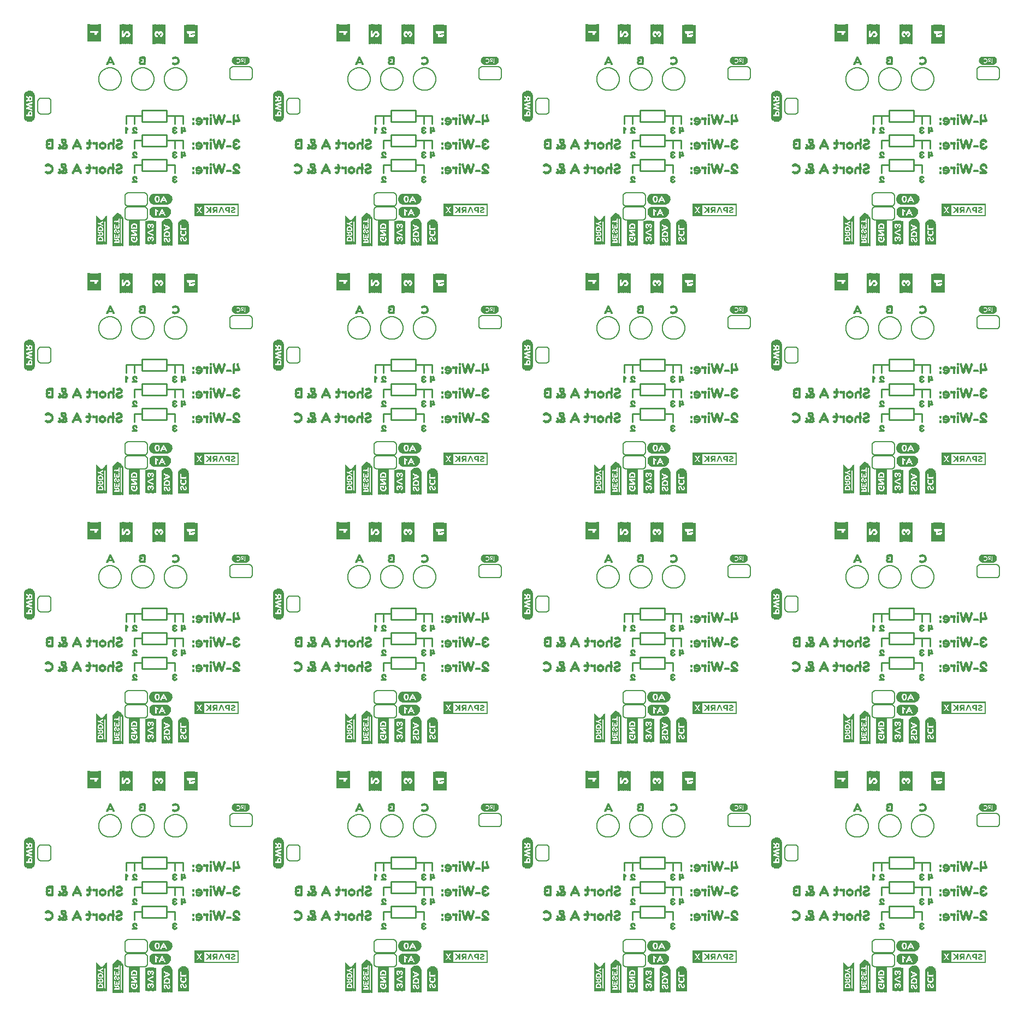
<source format=gbo>
G04 EAGLE Gerber RS-274X export*
G75*
%MOMM*%
%FSLAX34Y34*%
%LPD*%
%INSilkscreen Bottom*%
%IPPOS*%
%AMOC8*
5,1,8,0,0,1.08239X$1,22.5*%
G01*
%ADD10C,0.254000*%
%ADD11C,0.203200*%
%ADD12R,2.120000X0.040000*%
%ADD13R,2.360000X0.040000*%
%ADD14R,2.520000X0.040000*%
%ADD15R,2.680000X0.040000*%
%ADD16R,2.760000X0.040000*%
%ADD17R,2.840000X0.040000*%
%ADD18R,2.920000X0.040000*%
%ADD19R,3.000000X0.040000*%
%ADD20R,1.160000X0.040000*%
%ADD21R,0.800000X0.040000*%
%ADD22R,0.760000X0.040000*%
%ADD23R,1.120000X0.040000*%
%ADD24R,0.720000X0.040000*%
%ADD25R,0.640000X0.040000*%
%ADD26R,0.600000X0.040000*%
%ADD27R,0.480000X0.040000*%
%ADD28R,0.840000X0.040000*%
%ADD29R,0.440000X0.040000*%
%ADD30R,0.360000X0.040000*%
%ADD31R,0.880000X0.040000*%
%ADD32R,0.320000X0.040000*%
%ADD33R,1.080000X0.040000*%
%ADD34R,0.040000X0.040000*%
%ADD35R,0.520000X0.040000*%
%ADD36R,1.040000X0.040000*%
%ADD37R,0.080000X0.040000*%
%ADD38R,0.120000X0.040000*%
%ADD39R,1.000000X0.040000*%
%ADD40R,0.160000X0.040000*%
%ADD41R,0.960000X0.040000*%
%ADD42R,0.400000X0.040000*%
%ADD43R,0.560000X0.040000*%
%ADD44R,2.600000X0.040000*%
%ADD45R,3.080000X0.040000*%
%ADD46R,3.160000X0.040000*%
%ADD47R,2.080000X0.040000*%
%ADD48R,0.680000X0.040000*%
%ADD49R,0.920000X0.040000*%
%ADD50R,0.200000X0.040000*%
%ADD51R,0.240000X0.040000*%
%ADD52R,0.280000X0.040000*%
%ADD53R,1.830000X0.030000*%
%ADD54R,2.010000X0.030000*%
%ADD55R,2.130000X0.020000*%
%ADD56R,2.250000X0.040000*%
%ADD57R,2.310000X0.030000*%
%ADD58R,2.370000X0.030000*%
%ADD59R,2.430000X0.020000*%
%ADD60R,0.930000X0.030000*%
%ADD61R,0.540000X0.030000*%
%ADD62R,0.750000X0.030000*%
%ADD63R,0.570000X0.040000*%
%ADD64R,0.150000X0.040000*%
%ADD65R,0.390000X0.040000*%
%ADD66R,0.660000X0.040000*%
%ADD67R,0.570000X0.030000*%
%ADD68R,0.120000X0.030000*%
%ADD69R,0.300000X0.030000*%
%ADD70R,0.600000X0.030000*%
%ADD71R,0.240000X0.030000*%
%ADD72R,0.090000X0.030000*%
%ADD73R,0.210000X0.030000*%
%ADD74R,0.630000X0.040000*%
%ADD75R,0.090000X0.040000*%
%ADD76R,0.060000X0.040000*%
%ADD77R,0.630000X0.030000*%
%ADD78R,0.660000X0.030000*%
%ADD79R,0.270000X0.030000*%
%ADD80R,0.720000X0.030000*%
%ADD81R,1.110000X0.030000*%
%ADD82R,0.150000X0.030000*%
%ADD83R,1.140000X0.030000*%
%ADD84R,0.180000X0.040000*%
%ADD85R,1.140000X0.040000*%
%ADD86R,0.060000X0.030000*%
%ADD87R,0.030000X0.030000*%
%ADD88R,0.030000X0.040000*%
%ADD89R,1.110000X0.040000*%
%ADD90R,1.080000X0.030000*%
%ADD91R,0.690000X0.030000*%
%ADD92R,0.780000X0.040000*%
%ADD93R,0.870000X0.030000*%
%ADD94R,2.430000X0.030000*%
%ADD95R,2.250000X0.030000*%
%ADD96R,2.130000X0.030000*%
%ADD97R,0.040000X3.280000*%
%ADD98R,0.040000X3.400000*%
%ADD99R,0.040000X3.480000*%
%ADD100R,0.040000X3.560000*%
%ADD101R,0.040000X3.600000*%
%ADD102R,0.040000X3.640000*%
%ADD103R,0.040000X3.680000*%
%ADD104R,0.040000X0.720000*%
%ADD105R,0.040000X0.840000*%
%ADD106R,0.040000X1.800000*%
%ADD107R,0.040000X0.600000*%
%ADD108R,0.040000X0.280000*%
%ADD109R,0.040000X1.240000*%
%ADD110R,0.040000X0.560000*%
%ADD111R,0.040000X0.440000*%
%ADD112R,0.040000X0.160000*%
%ADD113R,0.040000X0.520000*%
%ADD114R,0.040000X0.320000*%
%ADD115R,0.040000X0.120000*%
%ADD116R,0.040000X0.080000*%
%ADD117R,0.040000X0.480000*%
%ADD118R,0.040000X1.280000*%
%ADD119R,0.040000X0.240000*%
%ADD120R,0.040000X0.400000*%
%ADD121R,0.040000X0.200000*%
%ADD122R,0.040000X1.320000*%
%ADD123R,0.040000X0.680000*%
%ADD124R,0.040000X0.920000*%
%ADD125R,0.040000X0.360000*%
%ADD126R,0.040000X0.760000*%
%ADD127R,0.040000X0.640000*%
%ADD128R,0.040000X3.720000*%
%ADD129R,0.040000X3.800000*%
%ADD130R,0.040000X3.840000*%
%ADD131R,0.040000X3.880000*%
%ADD132R,0.040000X3.920000*%
%ADD133R,0.040000X3.040000*%
%ADD134R,0.040000X0.800000*%
%ADD135R,0.040000X1.160000*%
%ADD136R,0.040000X1.120000*%
%ADD137R,0.040000X1.080000*%
%ADD138R,0.040000X1.040000*%
%ADD139R,0.040000X1.000000*%
%ADD140R,0.040000X0.960000*%
%ADD141R,0.040000X0.880000*%
%ADD142R,0.040000X2.800000*%
%ADD143R,0.040000X4.040000*%
%ADD144R,0.040000X4.200000*%
%ADD145R,0.040000X4.280000*%
%ADD146R,0.040000X4.360000*%
%ADD147R,0.040000X4.440000*%
%ADD148R,0.040000X1.680000*%
%ADD149R,0.040000X1.720000*%
%ADD150C,0.152400*%
%ADD151R,0.050000X2.650000*%
%ADD152R,0.050000X1.350000*%
%ADD153R,0.050000X1.050000*%
%ADD154R,0.050000X1.300000*%
%ADD155R,0.050000X1.250000*%
%ADD156R,0.050000X1.200000*%
%ADD157R,0.050000X1.150000*%
%ADD158R,0.050000X1.100000*%
%ADD159R,0.050000X1.000000*%
%ADD160R,0.060000X1.300000*%
%ADD161R,0.060000X1.050000*%
%ADD162R,0.060000X2.650000*%
%ADD163R,0.040000X2.650000*%
%ADD164R,0.050000X3.050000*%
%ADD165R,0.050000X1.400000*%
%ADD166R,0.050000X1.450000*%
%ADD167R,0.050000X0.250000*%
%ADD168R,0.050000X0.300000*%
%ADD169R,0.050000X0.350000*%
%ADD170R,0.050000X1.550000*%
%ADD171R,0.050000X1.500000*%
%ADD172R,0.060000X1.400000*%
%ADD173R,0.060000X1.150000*%
%ADD174R,0.060000X1.100000*%
%ADD175R,0.060000X1.450000*%
%ADD176R,0.060000X1.000000*%
%ADD177R,0.060000X3.050000*%
%ADD178R,0.040000X3.050000*%
%ADD179R,0.050000X0.100000*%
%ADD180R,0.050000X1.600000*%
%ADD181R,0.050000X0.400000*%
%ADD182R,0.060000X0.250000*%
%ADD183R,0.060000X1.200000*%
%ADD184R,0.050000X2.950000*%
%ADD185R,0.050000X0.150000*%
%ADD186R,0.050000X0.200000*%
%ADD187R,0.060000X0.950000*%
%ADD188R,0.050000X0.950000*%
%ADD189R,0.060000X1.600000*%
%ADD190R,0.060000X1.650000*%
%ADD191R,0.050000X1.650000*%
%ADD192R,0.060000X2.950000*%
%ADD193R,0.040000X2.950000*%
%ADD194R,0.040000X4.400000*%
%ADD195R,0.040000X4.320000*%
%ADD196R,0.040000X4.000000*%
%ADD197R,0.040000X3.960000*%
%ADD198R,0.040000X4.520000*%
%ADD199R,0.040000X4.560000*%
%ADD200R,0.040000X4.840000*%
%ADD201R,0.040000X4.880000*%
%ADD202R,0.040000X4.920000*%
%ADD203R,0.040000X4.960000*%
%ADD204R,0.040000X4.600000*%
%ADD205R,0.050000X0.050000*%
%ADD206R,0.250000X0.050000*%
%ADD207R,0.300000X0.050000*%
%ADD208R,0.350000X0.050000*%
%ADD209R,0.400000X0.050000*%
%ADD210R,0.450000X0.050000*%
%ADD211R,0.500000X0.050000*%
%ADD212R,0.550000X0.050000*%
%ADD213R,0.600000X0.050000*%
%ADD214R,0.650000X0.050000*%
%ADD215R,0.700000X0.050000*%
%ADD216R,0.750000X0.050000*%
%ADD217R,0.400000X0.060000*%
%ADD218R,0.350000X0.060000*%
%ADD219R,0.950000X0.050000*%
%ADD220R,1.050000X0.050000*%
%ADD221R,1.150000X0.050000*%
%ADD222R,1.150000X0.060000*%
%ADD223R,1.250000X0.050000*%
%ADD224R,0.300000X0.060000*%
%ADD225R,0.200000X0.050000*%
%ADD226R,0.800000X0.050000*%
%ADD227R,0.900000X0.050000*%
%ADD228R,1.000000X0.050000*%
%ADD229R,0.550000X0.060000*%
%ADD230R,1.050000X0.060000*%
%ADD231R,0.900000X0.060000*%
%ADD232R,0.150000X0.050000*%
%ADD233R,0.500000X0.060000*%
%ADD234R,0.850000X0.050000*%
%ADD235R,0.700000X0.060000*%
%ADD236R,0.100000X0.050000*%
%ADD237R,0.360000X0.060000*%
%ADD238R,0.120000X0.060000*%
%ADD239R,0.180000X0.060000*%
%ADD240R,0.420000X0.060000*%
%ADD241R,0.600000X0.060000*%
%ADD242R,0.240000X0.060000*%
%ADD243R,0.780000X0.060000*%
%ADD244R,0.840000X0.060000*%
%ADD245R,0.960000X0.060000*%
%ADD246R,0.480000X0.060000*%
%ADD247R,1.080000X0.060000*%
%ADD248R,0.540000X0.060000*%
%ADD249R,0.660000X0.060000*%
%ADD250R,0.720000X0.060000*%
%ADD251R,1.680000X0.060000*%
%ADD252R,1.140000X0.060000*%
%ADD253R,1.020000X0.060000*%
%ADD254R,1.200000X0.060000*%
%ADD255R,1.260000X0.060000*%
%ADD256R,0.060000X0.060000*%
%ADD257R,1.320000X0.060000*%
%ADD258R,1.380000X0.060000*%
%ADD259R,1.440000X0.060000*%
%ADD260R,1.500000X0.060000*%

G36*
X1497377Y1224935D02*
X1497377Y1224935D01*
X1497372Y1224943D01*
X1497379Y1224949D01*
X1497379Y1243931D01*
X1497343Y1243979D01*
X1497336Y1243973D01*
X1497330Y1243981D01*
X1428750Y1243981D01*
X1428703Y1243945D01*
X1428708Y1243937D01*
X1428701Y1243931D01*
X1428701Y1224949D01*
X1428737Y1224901D01*
X1428744Y1224907D01*
X1428750Y1224899D01*
X1497330Y1224899D01*
X1497377Y1224935D01*
G37*
G36*
X339137Y1224935D02*
X339137Y1224935D01*
X339132Y1224943D01*
X339139Y1224949D01*
X339139Y1243931D01*
X339103Y1243979D01*
X339096Y1243973D01*
X339090Y1243981D01*
X270510Y1243981D01*
X270463Y1243945D01*
X270468Y1243937D01*
X270461Y1243931D01*
X270461Y1224949D01*
X270497Y1224901D01*
X270504Y1224907D01*
X270510Y1224899D01*
X339090Y1224899D01*
X339137Y1224935D01*
G37*
G36*
X725217Y1224935D02*
X725217Y1224935D01*
X725212Y1224943D01*
X725219Y1224949D01*
X725219Y1243931D01*
X725183Y1243979D01*
X725176Y1243973D01*
X725170Y1243981D01*
X656590Y1243981D01*
X656543Y1243945D01*
X656548Y1243937D01*
X656541Y1243931D01*
X656541Y1224949D01*
X656577Y1224901D01*
X656584Y1224907D01*
X656590Y1224899D01*
X725170Y1224899D01*
X725217Y1224935D01*
G37*
G36*
X1111297Y1224935D02*
X1111297Y1224935D01*
X1111292Y1224943D01*
X1111299Y1224949D01*
X1111299Y1243931D01*
X1111263Y1243979D01*
X1111256Y1243973D01*
X1111250Y1243981D01*
X1042670Y1243981D01*
X1042623Y1243945D01*
X1042628Y1243937D01*
X1042621Y1243931D01*
X1042621Y1224949D01*
X1042657Y1224901D01*
X1042664Y1224907D01*
X1042670Y1224899D01*
X1111250Y1224899D01*
X1111297Y1224935D01*
G37*
G36*
X725217Y452775D02*
X725217Y452775D01*
X725212Y452783D01*
X725219Y452789D01*
X725219Y471771D01*
X725183Y471819D01*
X725176Y471813D01*
X725170Y471821D01*
X656590Y471821D01*
X656543Y471785D01*
X656548Y471777D01*
X656541Y471771D01*
X656541Y452789D01*
X656577Y452741D01*
X656584Y452747D01*
X656590Y452739D01*
X725170Y452739D01*
X725217Y452775D01*
G37*
G36*
X1111297Y452775D02*
X1111297Y452775D01*
X1111292Y452783D01*
X1111299Y452789D01*
X1111299Y471771D01*
X1111263Y471819D01*
X1111256Y471813D01*
X1111250Y471821D01*
X1042670Y471821D01*
X1042623Y471785D01*
X1042628Y471777D01*
X1042621Y471771D01*
X1042621Y452789D01*
X1042657Y452741D01*
X1042664Y452747D01*
X1042670Y452739D01*
X1111250Y452739D01*
X1111297Y452775D01*
G37*
G36*
X725217Y838855D02*
X725217Y838855D01*
X725212Y838863D01*
X725219Y838869D01*
X725219Y857851D01*
X725183Y857899D01*
X725176Y857893D01*
X725170Y857901D01*
X656590Y857901D01*
X656543Y857865D01*
X656548Y857857D01*
X656541Y857851D01*
X656541Y838869D01*
X656577Y838821D01*
X656584Y838827D01*
X656590Y838819D01*
X725170Y838819D01*
X725217Y838855D01*
G37*
G36*
X1497377Y838855D02*
X1497377Y838855D01*
X1497372Y838863D01*
X1497379Y838869D01*
X1497379Y857851D01*
X1497343Y857899D01*
X1497336Y857893D01*
X1497330Y857901D01*
X1428750Y857901D01*
X1428703Y857865D01*
X1428708Y857857D01*
X1428701Y857851D01*
X1428701Y838869D01*
X1428737Y838821D01*
X1428744Y838827D01*
X1428750Y838819D01*
X1497330Y838819D01*
X1497377Y838855D01*
G37*
G36*
X1111297Y838855D02*
X1111297Y838855D01*
X1111292Y838863D01*
X1111299Y838869D01*
X1111299Y857851D01*
X1111263Y857899D01*
X1111256Y857893D01*
X1111250Y857901D01*
X1042670Y857901D01*
X1042623Y857865D01*
X1042628Y857857D01*
X1042621Y857851D01*
X1042621Y838869D01*
X1042657Y838821D01*
X1042664Y838827D01*
X1042670Y838819D01*
X1111250Y838819D01*
X1111297Y838855D01*
G37*
G36*
X339137Y838855D02*
X339137Y838855D01*
X339132Y838863D01*
X339139Y838869D01*
X339139Y857851D01*
X339103Y857899D01*
X339096Y857893D01*
X339090Y857901D01*
X270510Y857901D01*
X270463Y857865D01*
X270468Y857857D01*
X270461Y857851D01*
X270461Y838869D01*
X270497Y838821D01*
X270504Y838827D01*
X270510Y838819D01*
X339090Y838819D01*
X339137Y838855D01*
G37*
G36*
X1497377Y66695D02*
X1497377Y66695D01*
X1497372Y66703D01*
X1497379Y66709D01*
X1497379Y85691D01*
X1497343Y85739D01*
X1497336Y85733D01*
X1497330Y85741D01*
X1428750Y85741D01*
X1428703Y85705D01*
X1428708Y85697D01*
X1428701Y85691D01*
X1428701Y66709D01*
X1428737Y66661D01*
X1428744Y66667D01*
X1428750Y66659D01*
X1497330Y66659D01*
X1497377Y66695D01*
G37*
G36*
X725217Y66695D02*
X725217Y66695D01*
X725212Y66703D01*
X725219Y66709D01*
X725219Y85691D01*
X725183Y85739D01*
X725176Y85733D01*
X725170Y85741D01*
X656590Y85741D01*
X656543Y85705D01*
X656548Y85697D01*
X656541Y85691D01*
X656541Y66709D01*
X656577Y66661D01*
X656584Y66667D01*
X656590Y66659D01*
X725170Y66659D01*
X725217Y66695D01*
G37*
G36*
X1111297Y66695D02*
X1111297Y66695D01*
X1111292Y66703D01*
X1111299Y66709D01*
X1111299Y85691D01*
X1111263Y85739D01*
X1111256Y85733D01*
X1111250Y85741D01*
X1042670Y85741D01*
X1042623Y85705D01*
X1042628Y85697D01*
X1042621Y85691D01*
X1042621Y66709D01*
X1042657Y66661D01*
X1042664Y66667D01*
X1042670Y66659D01*
X1111250Y66659D01*
X1111297Y66695D01*
G37*
G36*
X270497Y66661D02*
X270497Y66661D01*
X270504Y66667D01*
X270510Y66659D01*
X339090Y66659D01*
X339137Y66695D01*
X339132Y66703D01*
X339139Y66709D01*
X339139Y85691D01*
X339103Y85739D01*
X339096Y85733D01*
X339090Y85741D01*
X270510Y85741D01*
X270463Y85705D01*
X270468Y85697D01*
X270461Y85691D01*
X270461Y66709D01*
X270497Y66661D01*
G37*
G36*
X1497377Y452775D02*
X1497377Y452775D01*
X1497372Y452783D01*
X1497379Y452789D01*
X1497379Y471771D01*
X1497343Y471819D01*
X1497336Y471813D01*
X1497330Y471821D01*
X1428750Y471821D01*
X1428703Y471785D01*
X1428708Y471777D01*
X1428701Y471771D01*
X1428701Y452789D01*
X1428737Y452741D01*
X1428744Y452747D01*
X1428750Y452739D01*
X1497330Y452739D01*
X1497377Y452775D01*
G37*
G36*
X339137Y452775D02*
X339137Y452775D01*
X339132Y452783D01*
X339139Y452789D01*
X339139Y471771D01*
X339103Y471819D01*
X339096Y471813D01*
X339090Y471821D01*
X270510Y471821D01*
X270463Y471785D01*
X270468Y471777D01*
X270461Y471771D01*
X270461Y452789D01*
X270497Y452741D01*
X270504Y452747D01*
X270510Y452739D01*
X339090Y452739D01*
X339137Y452775D01*
G37*
%LPC*%
G36*
X285880Y1226760D02*
X285880Y1226760D01*
X285880Y1242120D01*
X337278Y1242120D01*
X337278Y1226760D01*
X285880Y1226760D01*
G37*
%LPD*%
%LPC*%
G36*
X671960Y1226760D02*
X671960Y1226760D01*
X671960Y1242120D01*
X723358Y1242120D01*
X723358Y1226760D01*
X671960Y1226760D01*
G37*
%LPD*%
%LPC*%
G36*
X1444120Y1226760D02*
X1444120Y1226760D01*
X1444120Y1242120D01*
X1495518Y1242120D01*
X1495518Y1226760D01*
X1444120Y1226760D01*
G37*
%LPD*%
%LPC*%
G36*
X1058040Y1226760D02*
X1058040Y1226760D01*
X1058040Y1242120D01*
X1109438Y1242120D01*
X1109438Y1226760D01*
X1058040Y1226760D01*
G37*
%LPD*%
%LPC*%
G36*
X1444120Y454600D02*
X1444120Y454600D01*
X1444120Y469960D01*
X1495518Y469960D01*
X1495518Y454600D01*
X1444120Y454600D01*
G37*
%LPD*%
%LPC*%
G36*
X671960Y840680D02*
X671960Y840680D01*
X671960Y856040D01*
X723358Y856040D01*
X723358Y840680D01*
X671960Y840680D01*
G37*
%LPD*%
%LPC*%
G36*
X671960Y454600D02*
X671960Y454600D01*
X671960Y469960D01*
X723358Y469960D01*
X723358Y454600D01*
X671960Y454600D01*
G37*
%LPD*%
%LPC*%
G36*
X1058040Y840680D02*
X1058040Y840680D01*
X1058040Y856040D01*
X1109438Y856040D01*
X1109438Y840680D01*
X1058040Y840680D01*
G37*
%LPD*%
%LPC*%
G36*
X1444120Y68520D02*
X1444120Y68520D01*
X1444120Y83880D01*
X1495518Y83880D01*
X1495518Y68520D01*
X1444120Y68520D01*
G37*
%LPD*%
%LPC*%
G36*
X1058040Y68520D02*
X1058040Y68520D01*
X1058040Y83880D01*
X1109438Y83880D01*
X1109438Y68520D01*
X1058040Y68520D01*
G37*
%LPD*%
%LPC*%
G36*
X671960Y68520D02*
X671960Y68520D01*
X671960Y83880D01*
X723358Y83880D01*
X723358Y68520D01*
X671960Y68520D01*
G37*
%LPD*%
%LPC*%
G36*
X337278Y83880D02*
X337278Y83880D01*
X337278Y68520D01*
X285880Y68520D01*
X285880Y83880D01*
X337278Y83880D01*
G37*
%LPD*%
%LPC*%
G36*
X285880Y454600D02*
X285880Y454600D01*
X285880Y469960D01*
X337278Y469960D01*
X337278Y454600D01*
X285880Y454600D01*
G37*
%LPD*%
%LPC*%
G36*
X1058040Y454600D02*
X1058040Y454600D01*
X1058040Y469960D01*
X1109438Y469960D01*
X1109438Y454600D01*
X1058040Y454600D01*
G37*
%LPD*%
%LPC*%
G36*
X1444120Y840680D02*
X1444120Y840680D01*
X1444120Y856040D01*
X1495518Y856040D01*
X1495518Y840680D01*
X1444120Y840680D01*
G37*
%LPD*%
%LPC*%
G36*
X285880Y840680D02*
X285880Y840680D01*
X285880Y856040D01*
X337278Y856040D01*
X337278Y840680D01*
X285880Y840680D01*
G37*
%LPD*%
G36*
X1072887Y457650D02*
X1072887Y457650D01*
X1072900Y457651D01*
X1074853Y460571D01*
X1076369Y460571D01*
X1076369Y457678D01*
X1076405Y457631D01*
X1076412Y457637D01*
X1076418Y457629D01*
X1078441Y457629D01*
X1078489Y457665D01*
X1078483Y457673D01*
X1078491Y457678D01*
X1078491Y466875D01*
X1078455Y466922D01*
X1078447Y466917D01*
X1078441Y466924D01*
X1074237Y466924D01*
X1074235Y466923D01*
X1074234Y466924D01*
X1073458Y466874D01*
X1073453Y466870D01*
X1073450Y466873D01*
X1072765Y466723D01*
X1072761Y466717D01*
X1072757Y466720D01*
X1072163Y466469D01*
X1072159Y466462D01*
X1072154Y466464D01*
X1071651Y466113D01*
X1071649Y466105D01*
X1071643Y466106D01*
X1071243Y465664D01*
X1071242Y465656D01*
X1071236Y465655D01*
X1070951Y465135D01*
X1070952Y465127D01*
X1070947Y465125D01*
X1070783Y464548D01*
X1070777Y464527D01*
X1070779Y464520D01*
X1070775Y464517D01*
X1070718Y463841D01*
X1070720Y463838D01*
X1070718Y463837D01*
X1070718Y463809D01*
X1070721Y463805D01*
X1070718Y463803D01*
X1070856Y462791D01*
X1070865Y462782D01*
X1070861Y462775D01*
X1071272Y461970D01*
X1071283Y461964D01*
X1071282Y461957D01*
X1071910Y461350D01*
X1071920Y461349D01*
X1071922Y461342D01*
X1072671Y460946D01*
X1070452Y457706D01*
X1070453Y457697D01*
X1070446Y457692D01*
X1070453Y457681D01*
X1070455Y457647D01*
X1070479Y457648D01*
X1070493Y457629D01*
X1072859Y457629D01*
X1072887Y457650D01*
G37*
G36*
X300727Y71570D02*
X300727Y71570D01*
X300740Y71571D01*
X302693Y74491D01*
X304209Y74491D01*
X304209Y71598D01*
X304245Y71551D01*
X304252Y71557D01*
X304258Y71549D01*
X306281Y71549D01*
X306329Y71585D01*
X306323Y71593D01*
X306331Y71598D01*
X306331Y80795D01*
X306295Y80842D01*
X306287Y80837D01*
X306281Y80844D01*
X302077Y80844D01*
X302075Y80843D01*
X302074Y80844D01*
X301298Y80794D01*
X301293Y80790D01*
X301290Y80793D01*
X300605Y80643D01*
X300601Y80637D01*
X300597Y80640D01*
X300003Y80389D01*
X299999Y80382D01*
X299994Y80384D01*
X299491Y80033D01*
X299489Y80025D01*
X299483Y80026D01*
X299083Y79584D01*
X299082Y79576D01*
X299076Y79575D01*
X298791Y79055D01*
X298792Y79047D01*
X298787Y79045D01*
X298623Y78468D01*
X298617Y78447D01*
X298619Y78440D01*
X298615Y78437D01*
X298558Y77761D01*
X298560Y77758D01*
X298558Y77757D01*
X298558Y77729D01*
X298561Y77725D01*
X298558Y77723D01*
X298696Y76711D01*
X298705Y76702D01*
X298701Y76695D01*
X299112Y75890D01*
X299123Y75884D01*
X299122Y75877D01*
X299750Y75270D01*
X299760Y75269D01*
X299762Y75262D01*
X300511Y74866D01*
X298292Y71626D01*
X298293Y71617D01*
X298286Y71612D01*
X298293Y71601D01*
X298295Y71567D01*
X298319Y71568D01*
X298333Y71549D01*
X300699Y71549D01*
X300727Y71570D01*
G37*
G36*
X1458967Y457650D02*
X1458967Y457650D01*
X1458980Y457651D01*
X1460933Y460571D01*
X1462449Y460571D01*
X1462449Y457678D01*
X1462485Y457631D01*
X1462492Y457637D01*
X1462498Y457629D01*
X1464521Y457629D01*
X1464569Y457665D01*
X1464563Y457673D01*
X1464571Y457678D01*
X1464571Y466875D01*
X1464535Y466922D01*
X1464527Y466917D01*
X1464521Y466924D01*
X1460317Y466924D01*
X1460315Y466923D01*
X1460314Y466924D01*
X1459538Y466874D01*
X1459533Y466870D01*
X1459530Y466873D01*
X1458845Y466723D01*
X1458841Y466717D01*
X1458837Y466720D01*
X1458243Y466469D01*
X1458239Y466462D01*
X1458234Y466464D01*
X1457731Y466113D01*
X1457729Y466105D01*
X1457723Y466106D01*
X1457323Y465664D01*
X1457322Y465656D01*
X1457316Y465655D01*
X1457031Y465135D01*
X1457032Y465127D01*
X1457027Y465125D01*
X1456863Y464548D01*
X1456857Y464527D01*
X1456859Y464520D01*
X1456855Y464517D01*
X1456798Y463841D01*
X1456800Y463838D01*
X1456798Y463837D01*
X1456798Y463809D01*
X1456801Y463805D01*
X1456798Y463803D01*
X1456936Y462791D01*
X1456945Y462782D01*
X1456941Y462775D01*
X1457352Y461970D01*
X1457363Y461964D01*
X1457362Y461957D01*
X1457990Y461350D01*
X1458000Y461349D01*
X1458002Y461342D01*
X1458751Y460946D01*
X1456532Y457706D01*
X1456533Y457697D01*
X1456526Y457692D01*
X1456533Y457681D01*
X1456535Y457647D01*
X1456559Y457648D01*
X1456573Y457629D01*
X1458939Y457629D01*
X1458967Y457650D01*
G37*
G36*
X1458967Y1229810D02*
X1458967Y1229810D01*
X1458980Y1229811D01*
X1460933Y1232731D01*
X1462449Y1232731D01*
X1462449Y1229838D01*
X1462485Y1229791D01*
X1462492Y1229797D01*
X1462498Y1229789D01*
X1464521Y1229789D01*
X1464569Y1229825D01*
X1464563Y1229833D01*
X1464571Y1229838D01*
X1464571Y1239035D01*
X1464535Y1239082D01*
X1464527Y1239077D01*
X1464521Y1239084D01*
X1460317Y1239084D01*
X1460315Y1239083D01*
X1460314Y1239084D01*
X1459538Y1239034D01*
X1459533Y1239030D01*
X1459530Y1239033D01*
X1458845Y1238883D01*
X1458841Y1238877D01*
X1458837Y1238880D01*
X1458243Y1238629D01*
X1458239Y1238622D01*
X1458234Y1238624D01*
X1457731Y1238273D01*
X1457729Y1238265D01*
X1457723Y1238266D01*
X1457323Y1237824D01*
X1457322Y1237816D01*
X1457316Y1237815D01*
X1457031Y1237295D01*
X1457032Y1237287D01*
X1457027Y1237285D01*
X1456863Y1236708D01*
X1456857Y1236687D01*
X1456859Y1236680D01*
X1456855Y1236677D01*
X1456798Y1236001D01*
X1456800Y1235998D01*
X1456798Y1235997D01*
X1456798Y1235969D01*
X1456801Y1235965D01*
X1456798Y1235963D01*
X1456936Y1234951D01*
X1456945Y1234942D01*
X1456941Y1234935D01*
X1457352Y1234130D01*
X1457363Y1234124D01*
X1457362Y1234117D01*
X1457990Y1233510D01*
X1458000Y1233509D01*
X1458002Y1233502D01*
X1458751Y1233106D01*
X1456532Y1229866D01*
X1456533Y1229857D01*
X1456526Y1229852D01*
X1456533Y1229841D01*
X1456535Y1229807D01*
X1456559Y1229808D01*
X1456573Y1229789D01*
X1458939Y1229789D01*
X1458967Y1229810D01*
G37*
G36*
X1072887Y1229810D02*
X1072887Y1229810D01*
X1072900Y1229811D01*
X1074853Y1232731D01*
X1076369Y1232731D01*
X1076369Y1229838D01*
X1076405Y1229791D01*
X1076412Y1229797D01*
X1076418Y1229789D01*
X1078441Y1229789D01*
X1078489Y1229825D01*
X1078483Y1229833D01*
X1078491Y1229838D01*
X1078491Y1239035D01*
X1078455Y1239082D01*
X1078447Y1239077D01*
X1078441Y1239084D01*
X1074237Y1239084D01*
X1074235Y1239083D01*
X1074234Y1239084D01*
X1073458Y1239034D01*
X1073453Y1239030D01*
X1073450Y1239033D01*
X1072765Y1238883D01*
X1072761Y1238877D01*
X1072757Y1238880D01*
X1072163Y1238629D01*
X1072159Y1238622D01*
X1072154Y1238624D01*
X1071651Y1238273D01*
X1071649Y1238265D01*
X1071643Y1238266D01*
X1071243Y1237824D01*
X1071242Y1237816D01*
X1071236Y1237815D01*
X1070951Y1237295D01*
X1070952Y1237287D01*
X1070947Y1237285D01*
X1070783Y1236708D01*
X1070777Y1236687D01*
X1070779Y1236680D01*
X1070775Y1236677D01*
X1070718Y1236001D01*
X1070720Y1235998D01*
X1070718Y1235997D01*
X1070718Y1235969D01*
X1070721Y1235965D01*
X1070718Y1235963D01*
X1070856Y1234951D01*
X1070865Y1234942D01*
X1070861Y1234935D01*
X1071272Y1234130D01*
X1071283Y1234124D01*
X1071282Y1234117D01*
X1071910Y1233510D01*
X1071920Y1233509D01*
X1071922Y1233502D01*
X1072671Y1233106D01*
X1070452Y1229866D01*
X1070453Y1229857D01*
X1070446Y1229852D01*
X1070453Y1229841D01*
X1070455Y1229807D01*
X1070479Y1229808D01*
X1070493Y1229789D01*
X1072859Y1229789D01*
X1072887Y1229810D01*
G37*
G36*
X300727Y1229810D02*
X300727Y1229810D01*
X300740Y1229811D01*
X302693Y1232731D01*
X304209Y1232731D01*
X304209Y1229838D01*
X304245Y1229791D01*
X304252Y1229797D01*
X304258Y1229789D01*
X306281Y1229789D01*
X306329Y1229825D01*
X306323Y1229833D01*
X306331Y1229838D01*
X306331Y1239035D01*
X306295Y1239082D01*
X306287Y1239077D01*
X306281Y1239084D01*
X302077Y1239084D01*
X302075Y1239083D01*
X302074Y1239084D01*
X301298Y1239034D01*
X301293Y1239030D01*
X301290Y1239033D01*
X300605Y1238883D01*
X300601Y1238877D01*
X300597Y1238880D01*
X300003Y1238629D01*
X299999Y1238622D01*
X299994Y1238624D01*
X299491Y1238273D01*
X299489Y1238265D01*
X299483Y1238266D01*
X299083Y1237824D01*
X299082Y1237816D01*
X299076Y1237815D01*
X298791Y1237295D01*
X298792Y1237287D01*
X298787Y1237285D01*
X298623Y1236708D01*
X298617Y1236687D01*
X298619Y1236680D01*
X298615Y1236677D01*
X298558Y1236001D01*
X298560Y1235998D01*
X298558Y1235997D01*
X298558Y1235969D01*
X298561Y1235965D01*
X298558Y1235963D01*
X298696Y1234951D01*
X298705Y1234942D01*
X298701Y1234935D01*
X299112Y1234130D01*
X299123Y1234124D01*
X299122Y1234117D01*
X299750Y1233510D01*
X299760Y1233509D01*
X299762Y1233502D01*
X300511Y1233106D01*
X298292Y1229866D01*
X298293Y1229857D01*
X298286Y1229852D01*
X298293Y1229841D01*
X298295Y1229807D01*
X298319Y1229808D01*
X298333Y1229789D01*
X300699Y1229789D01*
X300727Y1229810D01*
G37*
G36*
X686807Y1229810D02*
X686807Y1229810D01*
X686820Y1229811D01*
X688773Y1232731D01*
X690289Y1232731D01*
X690289Y1229838D01*
X690325Y1229791D01*
X690332Y1229797D01*
X690338Y1229789D01*
X692361Y1229789D01*
X692409Y1229825D01*
X692403Y1229833D01*
X692411Y1229838D01*
X692411Y1239035D01*
X692375Y1239082D01*
X692367Y1239077D01*
X692361Y1239084D01*
X688157Y1239084D01*
X688155Y1239083D01*
X688154Y1239084D01*
X687378Y1239034D01*
X687373Y1239030D01*
X687370Y1239033D01*
X686685Y1238883D01*
X686681Y1238877D01*
X686677Y1238880D01*
X686083Y1238629D01*
X686079Y1238622D01*
X686074Y1238624D01*
X685571Y1238273D01*
X685569Y1238265D01*
X685563Y1238266D01*
X685163Y1237824D01*
X685162Y1237816D01*
X685156Y1237815D01*
X684871Y1237295D01*
X684872Y1237287D01*
X684867Y1237285D01*
X684703Y1236708D01*
X684697Y1236687D01*
X684699Y1236680D01*
X684695Y1236677D01*
X684638Y1236001D01*
X684640Y1235998D01*
X684638Y1235997D01*
X684638Y1235969D01*
X684641Y1235965D01*
X684638Y1235963D01*
X684776Y1234951D01*
X684785Y1234942D01*
X684781Y1234935D01*
X685192Y1234130D01*
X685203Y1234124D01*
X685202Y1234117D01*
X685830Y1233510D01*
X685840Y1233509D01*
X685842Y1233502D01*
X686591Y1233106D01*
X684372Y1229866D01*
X684373Y1229857D01*
X684366Y1229852D01*
X684373Y1229841D01*
X684375Y1229807D01*
X684399Y1229808D01*
X684413Y1229789D01*
X686779Y1229789D01*
X686807Y1229810D01*
G37*
G36*
X1072887Y71570D02*
X1072887Y71570D01*
X1072900Y71571D01*
X1074853Y74491D01*
X1076369Y74491D01*
X1076369Y71598D01*
X1076405Y71551D01*
X1076412Y71557D01*
X1076418Y71549D01*
X1078441Y71549D01*
X1078489Y71585D01*
X1078483Y71593D01*
X1078491Y71598D01*
X1078491Y80795D01*
X1078455Y80842D01*
X1078447Y80837D01*
X1078441Y80844D01*
X1074237Y80844D01*
X1074235Y80843D01*
X1074234Y80844D01*
X1073458Y80794D01*
X1073453Y80790D01*
X1073450Y80793D01*
X1072765Y80643D01*
X1072761Y80637D01*
X1072757Y80640D01*
X1072163Y80389D01*
X1072159Y80382D01*
X1072154Y80384D01*
X1071651Y80033D01*
X1071649Y80025D01*
X1071643Y80026D01*
X1071243Y79584D01*
X1071242Y79576D01*
X1071236Y79575D01*
X1070951Y79055D01*
X1070952Y79047D01*
X1070947Y79045D01*
X1070783Y78468D01*
X1070777Y78447D01*
X1070779Y78440D01*
X1070775Y78437D01*
X1070718Y77761D01*
X1070720Y77758D01*
X1070718Y77757D01*
X1070718Y77729D01*
X1070721Y77725D01*
X1070718Y77723D01*
X1070856Y76711D01*
X1070865Y76702D01*
X1070861Y76695D01*
X1071272Y75890D01*
X1071283Y75884D01*
X1071282Y75877D01*
X1071910Y75270D01*
X1071920Y75269D01*
X1071922Y75262D01*
X1072671Y74866D01*
X1070452Y71626D01*
X1070453Y71617D01*
X1070446Y71612D01*
X1070453Y71601D01*
X1070455Y71567D01*
X1070479Y71568D01*
X1070493Y71549D01*
X1072859Y71549D01*
X1072887Y71570D01*
G37*
G36*
X686807Y457650D02*
X686807Y457650D01*
X686820Y457651D01*
X688773Y460571D01*
X690289Y460571D01*
X690289Y457678D01*
X690325Y457631D01*
X690332Y457637D01*
X690338Y457629D01*
X692361Y457629D01*
X692409Y457665D01*
X692403Y457673D01*
X692411Y457678D01*
X692411Y466875D01*
X692375Y466922D01*
X692367Y466917D01*
X692361Y466924D01*
X688157Y466924D01*
X688155Y466923D01*
X688154Y466924D01*
X687378Y466874D01*
X687373Y466870D01*
X687370Y466873D01*
X686685Y466723D01*
X686681Y466717D01*
X686677Y466720D01*
X686083Y466469D01*
X686079Y466462D01*
X686074Y466464D01*
X685571Y466113D01*
X685569Y466105D01*
X685563Y466106D01*
X685163Y465664D01*
X685162Y465656D01*
X685156Y465655D01*
X684871Y465135D01*
X684872Y465127D01*
X684867Y465125D01*
X684703Y464548D01*
X684697Y464527D01*
X684699Y464520D01*
X684695Y464517D01*
X684638Y463841D01*
X684640Y463838D01*
X684638Y463837D01*
X684638Y463809D01*
X684641Y463805D01*
X684638Y463803D01*
X684776Y462791D01*
X684785Y462782D01*
X684781Y462775D01*
X685192Y461970D01*
X685203Y461964D01*
X685202Y461957D01*
X685830Y461350D01*
X685840Y461349D01*
X685842Y461342D01*
X686591Y460946D01*
X684372Y457706D01*
X684373Y457697D01*
X684366Y457692D01*
X684373Y457681D01*
X684375Y457647D01*
X684399Y457648D01*
X684413Y457629D01*
X686779Y457629D01*
X686807Y457650D01*
G37*
G36*
X300727Y457650D02*
X300727Y457650D01*
X300740Y457651D01*
X302693Y460571D01*
X304209Y460571D01*
X304209Y457678D01*
X304245Y457631D01*
X304252Y457637D01*
X304258Y457629D01*
X306281Y457629D01*
X306329Y457665D01*
X306323Y457673D01*
X306331Y457678D01*
X306331Y466875D01*
X306295Y466922D01*
X306287Y466917D01*
X306281Y466924D01*
X302077Y466924D01*
X302075Y466923D01*
X302074Y466924D01*
X301298Y466874D01*
X301293Y466870D01*
X301290Y466873D01*
X300605Y466723D01*
X300601Y466717D01*
X300597Y466720D01*
X300003Y466469D01*
X299999Y466462D01*
X299994Y466464D01*
X299491Y466113D01*
X299489Y466105D01*
X299483Y466106D01*
X299083Y465664D01*
X299082Y465656D01*
X299076Y465655D01*
X298791Y465135D01*
X298792Y465127D01*
X298787Y465125D01*
X298623Y464548D01*
X298617Y464527D01*
X298619Y464520D01*
X298615Y464517D01*
X298558Y463841D01*
X298560Y463838D01*
X298558Y463837D01*
X298558Y463809D01*
X298561Y463805D01*
X298558Y463803D01*
X298696Y462791D01*
X298705Y462782D01*
X298701Y462775D01*
X299112Y461970D01*
X299123Y461964D01*
X299122Y461957D01*
X299750Y461350D01*
X299760Y461349D01*
X299762Y461342D01*
X300511Y460946D01*
X298292Y457706D01*
X298293Y457697D01*
X298286Y457692D01*
X298293Y457681D01*
X298295Y457647D01*
X298319Y457648D01*
X298333Y457629D01*
X300699Y457629D01*
X300727Y457650D01*
G37*
G36*
X686807Y71570D02*
X686807Y71570D01*
X686820Y71571D01*
X688773Y74491D01*
X690289Y74491D01*
X690289Y71598D01*
X690325Y71551D01*
X690332Y71557D01*
X690338Y71549D01*
X692361Y71549D01*
X692409Y71585D01*
X692403Y71593D01*
X692411Y71598D01*
X692411Y80795D01*
X692375Y80842D01*
X692367Y80837D01*
X692361Y80844D01*
X688157Y80844D01*
X688155Y80843D01*
X688154Y80844D01*
X687378Y80794D01*
X687373Y80790D01*
X687370Y80793D01*
X686685Y80643D01*
X686681Y80637D01*
X686677Y80640D01*
X686083Y80389D01*
X686079Y80382D01*
X686074Y80384D01*
X685571Y80033D01*
X685569Y80025D01*
X685563Y80026D01*
X685163Y79584D01*
X685162Y79576D01*
X685156Y79575D01*
X684871Y79055D01*
X684872Y79047D01*
X684867Y79045D01*
X684703Y78468D01*
X684697Y78447D01*
X684699Y78440D01*
X684695Y78437D01*
X684638Y77761D01*
X684640Y77758D01*
X684638Y77757D01*
X684638Y77729D01*
X684641Y77725D01*
X684638Y77723D01*
X684776Y76711D01*
X684785Y76702D01*
X684781Y76695D01*
X685192Y75890D01*
X685203Y75884D01*
X685202Y75877D01*
X685830Y75270D01*
X685840Y75269D01*
X685842Y75262D01*
X686591Y74866D01*
X684372Y71626D01*
X684373Y71617D01*
X684366Y71612D01*
X684373Y71601D01*
X684375Y71567D01*
X684399Y71568D01*
X684413Y71549D01*
X686779Y71549D01*
X686807Y71570D01*
G37*
G36*
X1458967Y71570D02*
X1458967Y71570D01*
X1458980Y71571D01*
X1460933Y74491D01*
X1462449Y74491D01*
X1462449Y71598D01*
X1462485Y71551D01*
X1462492Y71557D01*
X1462498Y71549D01*
X1464521Y71549D01*
X1464569Y71585D01*
X1464563Y71593D01*
X1464571Y71598D01*
X1464571Y80795D01*
X1464535Y80842D01*
X1464527Y80837D01*
X1464521Y80844D01*
X1460317Y80844D01*
X1460315Y80843D01*
X1460314Y80844D01*
X1459538Y80794D01*
X1459533Y80790D01*
X1459530Y80793D01*
X1458845Y80643D01*
X1458841Y80637D01*
X1458837Y80640D01*
X1458243Y80389D01*
X1458239Y80382D01*
X1458234Y80384D01*
X1457731Y80033D01*
X1457729Y80025D01*
X1457723Y80026D01*
X1457323Y79584D01*
X1457322Y79576D01*
X1457316Y79575D01*
X1457031Y79055D01*
X1457032Y79047D01*
X1457027Y79045D01*
X1456863Y78468D01*
X1456857Y78447D01*
X1456859Y78440D01*
X1456855Y78437D01*
X1456798Y77761D01*
X1456800Y77758D01*
X1456798Y77757D01*
X1456798Y77729D01*
X1456801Y77725D01*
X1456798Y77723D01*
X1456936Y76711D01*
X1456945Y76702D01*
X1456941Y76695D01*
X1457352Y75890D01*
X1457363Y75884D01*
X1457362Y75877D01*
X1457990Y75270D01*
X1458000Y75269D01*
X1458002Y75262D01*
X1458751Y74866D01*
X1456532Y71626D01*
X1456533Y71617D01*
X1456526Y71612D01*
X1456533Y71601D01*
X1456535Y71567D01*
X1456559Y71568D01*
X1456573Y71549D01*
X1458939Y71549D01*
X1458967Y71570D01*
G37*
G36*
X686807Y843730D02*
X686807Y843730D01*
X686820Y843731D01*
X688773Y846651D01*
X690289Y846651D01*
X690289Y843758D01*
X690325Y843711D01*
X690332Y843717D01*
X690338Y843709D01*
X692361Y843709D01*
X692409Y843745D01*
X692403Y843753D01*
X692411Y843758D01*
X692411Y852955D01*
X692375Y853002D01*
X692367Y852997D01*
X692361Y853004D01*
X688157Y853004D01*
X688155Y853003D01*
X688154Y853004D01*
X687378Y852954D01*
X687373Y852950D01*
X687370Y852953D01*
X686685Y852803D01*
X686681Y852797D01*
X686677Y852800D01*
X686083Y852549D01*
X686079Y852542D01*
X686074Y852544D01*
X685571Y852193D01*
X685569Y852185D01*
X685563Y852186D01*
X685163Y851744D01*
X685162Y851736D01*
X685156Y851735D01*
X684871Y851215D01*
X684872Y851207D01*
X684867Y851205D01*
X684731Y850727D01*
X684703Y850628D01*
X684697Y850607D01*
X684699Y850600D01*
X684695Y850597D01*
X684638Y849921D01*
X684640Y849918D01*
X684638Y849917D01*
X684638Y849889D01*
X684641Y849885D01*
X684638Y849883D01*
X684776Y848871D01*
X684785Y848862D01*
X684781Y848855D01*
X685192Y848050D01*
X685203Y848044D01*
X685202Y848037D01*
X685830Y847430D01*
X685840Y847429D01*
X685842Y847422D01*
X686591Y847026D01*
X684372Y843786D01*
X684373Y843777D01*
X684366Y843772D01*
X684373Y843761D01*
X684375Y843727D01*
X684399Y843728D01*
X684413Y843709D01*
X686779Y843709D01*
X686807Y843730D01*
G37*
G36*
X300727Y843730D02*
X300727Y843730D01*
X300740Y843731D01*
X302693Y846651D01*
X304209Y846651D01*
X304209Y843758D01*
X304245Y843711D01*
X304252Y843717D01*
X304258Y843709D01*
X306281Y843709D01*
X306329Y843745D01*
X306323Y843753D01*
X306331Y843758D01*
X306331Y852955D01*
X306295Y853002D01*
X306287Y852997D01*
X306281Y853004D01*
X302077Y853004D01*
X302075Y853003D01*
X302074Y853004D01*
X301298Y852954D01*
X301293Y852950D01*
X301290Y852953D01*
X300605Y852803D01*
X300601Y852797D01*
X300597Y852800D01*
X300003Y852549D01*
X299999Y852542D01*
X299994Y852544D01*
X299491Y852193D01*
X299489Y852185D01*
X299483Y852186D01*
X299083Y851744D01*
X299082Y851736D01*
X299076Y851735D01*
X298791Y851215D01*
X298792Y851207D01*
X298787Y851205D01*
X298651Y850727D01*
X298623Y850628D01*
X298617Y850607D01*
X298619Y850600D01*
X298615Y850597D01*
X298558Y849921D01*
X298560Y849918D01*
X298558Y849917D01*
X298558Y849889D01*
X298561Y849885D01*
X298558Y849883D01*
X298696Y848871D01*
X298705Y848862D01*
X298701Y848855D01*
X299112Y848050D01*
X299123Y848044D01*
X299122Y848037D01*
X299750Y847430D01*
X299760Y847429D01*
X299762Y847422D01*
X300511Y847026D01*
X298292Y843786D01*
X298293Y843777D01*
X298286Y843772D01*
X298293Y843761D01*
X298295Y843727D01*
X298319Y843728D01*
X298333Y843709D01*
X300699Y843709D01*
X300727Y843730D01*
G37*
G36*
X1458967Y843730D02*
X1458967Y843730D01*
X1458980Y843731D01*
X1460933Y846651D01*
X1462449Y846651D01*
X1462449Y843758D01*
X1462485Y843711D01*
X1462492Y843717D01*
X1462498Y843709D01*
X1464521Y843709D01*
X1464569Y843745D01*
X1464563Y843753D01*
X1464571Y843758D01*
X1464571Y852955D01*
X1464535Y853002D01*
X1464527Y852997D01*
X1464521Y853004D01*
X1460317Y853004D01*
X1460315Y853003D01*
X1460314Y853004D01*
X1459538Y852954D01*
X1459533Y852950D01*
X1459530Y852953D01*
X1458845Y852803D01*
X1458841Y852797D01*
X1458837Y852800D01*
X1458243Y852549D01*
X1458239Y852542D01*
X1458234Y852544D01*
X1457731Y852193D01*
X1457729Y852185D01*
X1457723Y852186D01*
X1457323Y851744D01*
X1457322Y851736D01*
X1457316Y851735D01*
X1457031Y851215D01*
X1457032Y851207D01*
X1457027Y851205D01*
X1456891Y850727D01*
X1456863Y850628D01*
X1456857Y850607D01*
X1456859Y850600D01*
X1456855Y850597D01*
X1456798Y849921D01*
X1456800Y849918D01*
X1456798Y849917D01*
X1456798Y849889D01*
X1456801Y849885D01*
X1456798Y849883D01*
X1456936Y848871D01*
X1456945Y848862D01*
X1456941Y848855D01*
X1457352Y848050D01*
X1457363Y848044D01*
X1457362Y848037D01*
X1457990Y847430D01*
X1458000Y847429D01*
X1458002Y847422D01*
X1458751Y847026D01*
X1456532Y843786D01*
X1456533Y843777D01*
X1456526Y843772D01*
X1456533Y843761D01*
X1456535Y843727D01*
X1456559Y843728D01*
X1456573Y843709D01*
X1458939Y843709D01*
X1458967Y843730D01*
G37*
G36*
X1072887Y843730D02*
X1072887Y843730D01*
X1072900Y843731D01*
X1074853Y846651D01*
X1076369Y846651D01*
X1076369Y843758D01*
X1076405Y843711D01*
X1076412Y843717D01*
X1076418Y843709D01*
X1078441Y843709D01*
X1078489Y843745D01*
X1078483Y843753D01*
X1078491Y843758D01*
X1078491Y852955D01*
X1078455Y853002D01*
X1078447Y852997D01*
X1078441Y853004D01*
X1074237Y853004D01*
X1074235Y853003D01*
X1074234Y853004D01*
X1073458Y852954D01*
X1073453Y852950D01*
X1073450Y852953D01*
X1072765Y852803D01*
X1072761Y852797D01*
X1072757Y852800D01*
X1072163Y852549D01*
X1072159Y852542D01*
X1072154Y852544D01*
X1071651Y852193D01*
X1071649Y852185D01*
X1071643Y852186D01*
X1071243Y851744D01*
X1071242Y851736D01*
X1071236Y851735D01*
X1070951Y851215D01*
X1070952Y851207D01*
X1070947Y851205D01*
X1070811Y850727D01*
X1070783Y850628D01*
X1070777Y850607D01*
X1070779Y850600D01*
X1070775Y850597D01*
X1070718Y849921D01*
X1070720Y849918D01*
X1070718Y849917D01*
X1070718Y849889D01*
X1070721Y849885D01*
X1070718Y849883D01*
X1070856Y848871D01*
X1070865Y848862D01*
X1070861Y848855D01*
X1071272Y848050D01*
X1071283Y848044D01*
X1071282Y848037D01*
X1071910Y847430D01*
X1071920Y847429D01*
X1071922Y847422D01*
X1072671Y847026D01*
X1070452Y843786D01*
X1070453Y843777D01*
X1070446Y843772D01*
X1070453Y843761D01*
X1070455Y843727D01*
X1070479Y843728D01*
X1070493Y843709D01*
X1072859Y843709D01*
X1072887Y843730D01*
G37*
G36*
X1097650Y71599D02*
X1097650Y71599D01*
X1097644Y71606D01*
X1097652Y71612D01*
X1097652Y80809D01*
X1097616Y80856D01*
X1097608Y80850D01*
X1097603Y80858D01*
X1093844Y80858D01*
X1093842Y80856D01*
X1093841Y80858D01*
X1093054Y80797D01*
X1093049Y80793D01*
X1093045Y80796D01*
X1092351Y80623D01*
X1092347Y80618D01*
X1092342Y80620D01*
X1091741Y80340D01*
X1091738Y80334D01*
X1091733Y80335D01*
X1091230Y79964D01*
X1091227Y79956D01*
X1091222Y79956D01*
X1090818Y79493D01*
X1090817Y79485D01*
X1090812Y79484D01*
X1090516Y78939D01*
X1090517Y78932D01*
X1090512Y78930D01*
X1090478Y78813D01*
X1090450Y78714D01*
X1090407Y78567D01*
X1090378Y78469D01*
X1090378Y78468D01*
X1090365Y78422D01*
X1090333Y78312D01*
X1090336Y78306D01*
X1090331Y78303D01*
X1090270Y77624D01*
X1090272Y77621D01*
X1090270Y77620D01*
X1090270Y77592D01*
X1090279Y77580D01*
X1090350Y76849D01*
X1090355Y76843D01*
X1090352Y76838D01*
X1090568Y76185D01*
X1090575Y76180D01*
X1090572Y76174D01*
X1090916Y75618D01*
X1090924Y75615D01*
X1090923Y75609D01*
X1091375Y75150D01*
X1091383Y75149D01*
X1091383Y75144D01*
X1091929Y74789D01*
X1091936Y74790D01*
X1091938Y74785D01*
X1092571Y74529D01*
X1092577Y74531D01*
X1092579Y74527D01*
X1093283Y74373D01*
X1093288Y74375D01*
X1093290Y74372D01*
X1094040Y74320D01*
X1094041Y74321D01*
X1094042Y74321D01*
X1094043Y74320D01*
X1095530Y74320D01*
X1095530Y71612D01*
X1095566Y71565D01*
X1095574Y71570D01*
X1095579Y71563D01*
X1097603Y71563D01*
X1097650Y71599D01*
G37*
G36*
X1483730Y71599D02*
X1483730Y71599D01*
X1483724Y71606D01*
X1483732Y71612D01*
X1483732Y80809D01*
X1483696Y80856D01*
X1483688Y80850D01*
X1483683Y80858D01*
X1479924Y80858D01*
X1479922Y80856D01*
X1479921Y80858D01*
X1479134Y80797D01*
X1479129Y80793D01*
X1479125Y80796D01*
X1478431Y80623D01*
X1478427Y80618D01*
X1478422Y80620D01*
X1477821Y80340D01*
X1477818Y80334D01*
X1477813Y80335D01*
X1477310Y79964D01*
X1477307Y79956D01*
X1477302Y79956D01*
X1476898Y79493D01*
X1476897Y79485D01*
X1476892Y79484D01*
X1476596Y78939D01*
X1476597Y78932D01*
X1476592Y78930D01*
X1476558Y78813D01*
X1476530Y78714D01*
X1476487Y78567D01*
X1476458Y78469D01*
X1476458Y78468D01*
X1476445Y78422D01*
X1476413Y78312D01*
X1476416Y78306D01*
X1476411Y78303D01*
X1476350Y77624D01*
X1476352Y77621D01*
X1476350Y77620D01*
X1476350Y77592D01*
X1476359Y77580D01*
X1476430Y76849D01*
X1476435Y76843D01*
X1476432Y76838D01*
X1476648Y76185D01*
X1476655Y76180D01*
X1476652Y76174D01*
X1476996Y75618D01*
X1477004Y75615D01*
X1477003Y75609D01*
X1477455Y75150D01*
X1477463Y75149D01*
X1477463Y75144D01*
X1478009Y74789D01*
X1478016Y74790D01*
X1478018Y74785D01*
X1478651Y74529D01*
X1478657Y74531D01*
X1478659Y74527D01*
X1479363Y74373D01*
X1479368Y74375D01*
X1479370Y74372D01*
X1480120Y74320D01*
X1480121Y74321D01*
X1480122Y74321D01*
X1480123Y74320D01*
X1481610Y74320D01*
X1481610Y71612D01*
X1481646Y71565D01*
X1481654Y71570D01*
X1481659Y71563D01*
X1483683Y71563D01*
X1483730Y71599D01*
G37*
G36*
X711570Y1229839D02*
X711570Y1229839D01*
X711564Y1229846D01*
X711572Y1229852D01*
X711572Y1239049D01*
X711536Y1239096D01*
X711528Y1239090D01*
X711523Y1239098D01*
X707764Y1239098D01*
X707762Y1239096D01*
X707761Y1239098D01*
X706974Y1239037D01*
X706969Y1239033D01*
X706965Y1239036D01*
X706271Y1238863D01*
X706267Y1238858D01*
X706262Y1238860D01*
X705661Y1238580D01*
X705658Y1238574D01*
X705653Y1238575D01*
X705150Y1238204D01*
X705147Y1238196D01*
X705142Y1238196D01*
X704738Y1237733D01*
X704737Y1237725D01*
X704732Y1237724D01*
X704436Y1237179D01*
X704437Y1237172D01*
X704432Y1237170D01*
X704398Y1237053D01*
X704370Y1236954D01*
X704327Y1236807D01*
X704298Y1236709D01*
X704298Y1236708D01*
X704285Y1236662D01*
X704253Y1236552D01*
X704256Y1236546D01*
X704251Y1236543D01*
X704190Y1235864D01*
X704192Y1235861D01*
X704190Y1235860D01*
X704190Y1235832D01*
X704199Y1235820D01*
X704270Y1235089D01*
X704275Y1235083D01*
X704272Y1235078D01*
X704488Y1234425D01*
X704495Y1234420D01*
X704492Y1234414D01*
X704836Y1233858D01*
X704844Y1233855D01*
X704843Y1233849D01*
X705295Y1233390D01*
X705303Y1233389D01*
X705303Y1233384D01*
X705849Y1233029D01*
X705856Y1233030D01*
X705858Y1233025D01*
X706491Y1232769D01*
X706497Y1232771D01*
X706499Y1232767D01*
X707203Y1232613D01*
X707208Y1232615D01*
X707210Y1232612D01*
X707960Y1232560D01*
X707961Y1232561D01*
X707962Y1232561D01*
X707963Y1232560D01*
X709450Y1232560D01*
X709450Y1229852D01*
X709486Y1229805D01*
X709494Y1229810D01*
X709499Y1229803D01*
X711523Y1229803D01*
X711570Y1229839D01*
G37*
G36*
X325490Y1229839D02*
X325490Y1229839D01*
X325484Y1229846D01*
X325492Y1229852D01*
X325492Y1239049D01*
X325456Y1239096D01*
X325448Y1239090D01*
X325443Y1239098D01*
X321684Y1239098D01*
X321682Y1239096D01*
X321681Y1239098D01*
X320894Y1239037D01*
X320889Y1239033D01*
X320885Y1239036D01*
X320191Y1238863D01*
X320187Y1238858D01*
X320182Y1238860D01*
X319581Y1238580D01*
X319578Y1238574D01*
X319573Y1238575D01*
X319070Y1238204D01*
X319067Y1238196D01*
X319062Y1238196D01*
X318658Y1237733D01*
X318657Y1237725D01*
X318652Y1237724D01*
X318356Y1237179D01*
X318357Y1237172D01*
X318352Y1237170D01*
X318318Y1237053D01*
X318290Y1236954D01*
X318247Y1236807D01*
X318218Y1236709D01*
X318218Y1236708D01*
X318205Y1236662D01*
X318173Y1236552D01*
X318176Y1236546D01*
X318171Y1236543D01*
X318110Y1235864D01*
X318112Y1235861D01*
X318110Y1235860D01*
X318110Y1235832D01*
X318119Y1235820D01*
X318190Y1235089D01*
X318195Y1235083D01*
X318192Y1235078D01*
X318408Y1234425D01*
X318415Y1234420D01*
X318412Y1234414D01*
X318756Y1233858D01*
X318764Y1233855D01*
X318763Y1233849D01*
X319215Y1233390D01*
X319223Y1233389D01*
X319223Y1233384D01*
X319769Y1233029D01*
X319776Y1233030D01*
X319778Y1233025D01*
X320411Y1232769D01*
X320417Y1232771D01*
X320419Y1232767D01*
X321123Y1232613D01*
X321128Y1232615D01*
X321130Y1232612D01*
X321880Y1232560D01*
X321881Y1232561D01*
X321882Y1232561D01*
X321883Y1232560D01*
X323370Y1232560D01*
X323370Y1229852D01*
X323406Y1229805D01*
X323414Y1229810D01*
X323419Y1229803D01*
X325443Y1229803D01*
X325490Y1229839D01*
G37*
G36*
X1097650Y1229839D02*
X1097650Y1229839D01*
X1097644Y1229846D01*
X1097652Y1229852D01*
X1097652Y1239049D01*
X1097616Y1239096D01*
X1097608Y1239090D01*
X1097603Y1239098D01*
X1093844Y1239098D01*
X1093842Y1239096D01*
X1093841Y1239098D01*
X1093054Y1239037D01*
X1093049Y1239033D01*
X1093045Y1239036D01*
X1092351Y1238863D01*
X1092347Y1238858D01*
X1092342Y1238860D01*
X1091741Y1238580D01*
X1091738Y1238574D01*
X1091733Y1238575D01*
X1091230Y1238204D01*
X1091227Y1238196D01*
X1091222Y1238196D01*
X1090818Y1237733D01*
X1090817Y1237725D01*
X1090812Y1237724D01*
X1090516Y1237179D01*
X1090517Y1237172D01*
X1090512Y1237170D01*
X1090478Y1237053D01*
X1090450Y1236954D01*
X1090407Y1236807D01*
X1090378Y1236709D01*
X1090378Y1236708D01*
X1090365Y1236662D01*
X1090333Y1236552D01*
X1090336Y1236546D01*
X1090331Y1236543D01*
X1090270Y1235864D01*
X1090272Y1235861D01*
X1090270Y1235860D01*
X1090270Y1235832D01*
X1090279Y1235820D01*
X1090350Y1235089D01*
X1090355Y1235083D01*
X1090352Y1235078D01*
X1090568Y1234425D01*
X1090575Y1234420D01*
X1090572Y1234414D01*
X1090916Y1233858D01*
X1090924Y1233855D01*
X1090923Y1233849D01*
X1091375Y1233390D01*
X1091383Y1233389D01*
X1091383Y1233384D01*
X1091929Y1233029D01*
X1091936Y1233030D01*
X1091938Y1233025D01*
X1092571Y1232769D01*
X1092577Y1232771D01*
X1092579Y1232767D01*
X1093283Y1232613D01*
X1093288Y1232615D01*
X1093290Y1232612D01*
X1094040Y1232560D01*
X1094041Y1232561D01*
X1094042Y1232561D01*
X1094043Y1232560D01*
X1095530Y1232560D01*
X1095530Y1229852D01*
X1095566Y1229805D01*
X1095574Y1229810D01*
X1095579Y1229803D01*
X1097603Y1229803D01*
X1097650Y1229839D01*
G37*
G36*
X711570Y71599D02*
X711570Y71599D01*
X711564Y71606D01*
X711572Y71612D01*
X711572Y80809D01*
X711536Y80856D01*
X711528Y80850D01*
X711523Y80858D01*
X707764Y80858D01*
X707762Y80856D01*
X707761Y80858D01*
X706974Y80797D01*
X706969Y80793D01*
X706965Y80796D01*
X706271Y80623D01*
X706267Y80618D01*
X706262Y80620D01*
X705661Y80340D01*
X705658Y80334D01*
X705653Y80335D01*
X705150Y79964D01*
X705147Y79956D01*
X705142Y79956D01*
X704738Y79493D01*
X704737Y79485D01*
X704732Y79484D01*
X704436Y78939D01*
X704437Y78932D01*
X704432Y78930D01*
X704398Y78813D01*
X704370Y78714D01*
X704327Y78567D01*
X704298Y78469D01*
X704298Y78468D01*
X704285Y78422D01*
X704253Y78312D01*
X704256Y78306D01*
X704251Y78303D01*
X704190Y77624D01*
X704192Y77621D01*
X704190Y77620D01*
X704190Y77592D01*
X704199Y77580D01*
X704270Y76849D01*
X704275Y76843D01*
X704272Y76838D01*
X704488Y76185D01*
X704495Y76180D01*
X704492Y76174D01*
X704836Y75618D01*
X704844Y75615D01*
X704843Y75609D01*
X705295Y75150D01*
X705303Y75149D01*
X705303Y75144D01*
X705849Y74789D01*
X705856Y74790D01*
X705858Y74785D01*
X706491Y74529D01*
X706497Y74531D01*
X706499Y74527D01*
X707203Y74373D01*
X707208Y74375D01*
X707210Y74372D01*
X707960Y74320D01*
X707961Y74321D01*
X707962Y74321D01*
X707963Y74320D01*
X709450Y74320D01*
X709450Y71612D01*
X709486Y71565D01*
X709494Y71570D01*
X709499Y71563D01*
X711523Y71563D01*
X711570Y71599D01*
G37*
G36*
X325490Y71599D02*
X325490Y71599D01*
X325484Y71606D01*
X325492Y71612D01*
X325492Y80809D01*
X325456Y80856D01*
X325448Y80850D01*
X325443Y80858D01*
X321684Y80858D01*
X321682Y80856D01*
X321681Y80858D01*
X320894Y80797D01*
X320889Y80793D01*
X320885Y80796D01*
X320191Y80623D01*
X320187Y80618D01*
X320182Y80620D01*
X319581Y80340D01*
X319578Y80334D01*
X319573Y80335D01*
X319070Y79964D01*
X319067Y79956D01*
X319062Y79956D01*
X318658Y79493D01*
X318657Y79485D01*
X318652Y79484D01*
X318356Y78939D01*
X318357Y78932D01*
X318352Y78930D01*
X318318Y78813D01*
X318290Y78714D01*
X318247Y78567D01*
X318218Y78469D01*
X318218Y78468D01*
X318205Y78422D01*
X318173Y78312D01*
X318176Y78306D01*
X318171Y78303D01*
X318110Y77624D01*
X318112Y77621D01*
X318110Y77620D01*
X318110Y77592D01*
X318119Y77580D01*
X318190Y76849D01*
X318195Y76843D01*
X318192Y76838D01*
X318408Y76185D01*
X318415Y76180D01*
X318412Y76174D01*
X318756Y75618D01*
X318764Y75615D01*
X318763Y75609D01*
X319215Y75150D01*
X319223Y75149D01*
X319223Y75144D01*
X319769Y74789D01*
X319776Y74790D01*
X319778Y74785D01*
X320411Y74529D01*
X320417Y74531D01*
X320419Y74527D01*
X321123Y74373D01*
X321128Y74375D01*
X321130Y74372D01*
X321880Y74320D01*
X321881Y74321D01*
X321882Y74321D01*
X321883Y74320D01*
X323370Y74320D01*
X323370Y71612D01*
X323406Y71565D01*
X323414Y71570D01*
X323419Y71563D01*
X325443Y71563D01*
X325490Y71599D01*
G37*
G36*
X1483730Y1229839D02*
X1483730Y1229839D01*
X1483724Y1229846D01*
X1483732Y1229852D01*
X1483732Y1239049D01*
X1483696Y1239096D01*
X1483688Y1239090D01*
X1483683Y1239098D01*
X1479924Y1239098D01*
X1479922Y1239096D01*
X1479921Y1239098D01*
X1479134Y1239037D01*
X1479129Y1239033D01*
X1479125Y1239036D01*
X1478431Y1238863D01*
X1478427Y1238858D01*
X1478422Y1238860D01*
X1477821Y1238580D01*
X1477818Y1238574D01*
X1477813Y1238575D01*
X1477310Y1238204D01*
X1477307Y1238196D01*
X1477302Y1238196D01*
X1476898Y1237733D01*
X1476897Y1237725D01*
X1476892Y1237724D01*
X1476596Y1237179D01*
X1476597Y1237172D01*
X1476592Y1237170D01*
X1476558Y1237053D01*
X1476530Y1236954D01*
X1476487Y1236807D01*
X1476458Y1236709D01*
X1476458Y1236708D01*
X1476445Y1236662D01*
X1476413Y1236552D01*
X1476416Y1236546D01*
X1476411Y1236543D01*
X1476350Y1235864D01*
X1476352Y1235861D01*
X1476350Y1235860D01*
X1476350Y1235832D01*
X1476359Y1235820D01*
X1476430Y1235089D01*
X1476435Y1235083D01*
X1476432Y1235078D01*
X1476648Y1234425D01*
X1476655Y1234420D01*
X1476652Y1234414D01*
X1476996Y1233858D01*
X1477004Y1233855D01*
X1477003Y1233849D01*
X1477455Y1233390D01*
X1477463Y1233389D01*
X1477463Y1233384D01*
X1478009Y1233029D01*
X1478016Y1233030D01*
X1478018Y1233025D01*
X1478651Y1232769D01*
X1478657Y1232771D01*
X1478659Y1232767D01*
X1479363Y1232613D01*
X1479368Y1232615D01*
X1479370Y1232612D01*
X1480120Y1232560D01*
X1480121Y1232561D01*
X1480122Y1232561D01*
X1480123Y1232560D01*
X1481610Y1232560D01*
X1481610Y1229852D01*
X1481646Y1229805D01*
X1481654Y1229810D01*
X1481659Y1229803D01*
X1483683Y1229803D01*
X1483730Y1229839D01*
G37*
G36*
X1483730Y457679D02*
X1483730Y457679D01*
X1483724Y457686D01*
X1483732Y457692D01*
X1483732Y466889D01*
X1483696Y466936D01*
X1483688Y466930D01*
X1483683Y466938D01*
X1479924Y466938D01*
X1479922Y466936D01*
X1479921Y466938D01*
X1479134Y466877D01*
X1479129Y466873D01*
X1479125Y466876D01*
X1478431Y466703D01*
X1478427Y466698D01*
X1478422Y466700D01*
X1477821Y466420D01*
X1477818Y466414D01*
X1477813Y466415D01*
X1477310Y466044D01*
X1477307Y466036D01*
X1477302Y466036D01*
X1476898Y465573D01*
X1476897Y465565D01*
X1476892Y465564D01*
X1476596Y465019D01*
X1476597Y465012D01*
X1476592Y465010D01*
X1476558Y464893D01*
X1476530Y464794D01*
X1476487Y464647D01*
X1476458Y464549D01*
X1476458Y464548D01*
X1476445Y464502D01*
X1476430Y464453D01*
X1476413Y464392D01*
X1476416Y464386D01*
X1476411Y464383D01*
X1476350Y463704D01*
X1476352Y463701D01*
X1476350Y463700D01*
X1476350Y463672D01*
X1476359Y463660D01*
X1476430Y462929D01*
X1476435Y462923D01*
X1476432Y462918D01*
X1476648Y462265D01*
X1476655Y462260D01*
X1476652Y462254D01*
X1476996Y461698D01*
X1477004Y461695D01*
X1477003Y461689D01*
X1477455Y461230D01*
X1477463Y461229D01*
X1477463Y461224D01*
X1478009Y460869D01*
X1478016Y460870D01*
X1478018Y460865D01*
X1478651Y460609D01*
X1478657Y460611D01*
X1478659Y460607D01*
X1479363Y460453D01*
X1479368Y460455D01*
X1479370Y460452D01*
X1480120Y460400D01*
X1480121Y460401D01*
X1480122Y460401D01*
X1480123Y460400D01*
X1481610Y460400D01*
X1481610Y457692D01*
X1481646Y457645D01*
X1481654Y457650D01*
X1481659Y457643D01*
X1483683Y457643D01*
X1483730Y457679D01*
G37*
G36*
X711570Y457679D02*
X711570Y457679D01*
X711564Y457686D01*
X711572Y457692D01*
X711572Y466889D01*
X711536Y466936D01*
X711528Y466930D01*
X711523Y466938D01*
X707764Y466938D01*
X707762Y466936D01*
X707761Y466938D01*
X706974Y466877D01*
X706969Y466873D01*
X706965Y466876D01*
X706271Y466703D01*
X706267Y466698D01*
X706262Y466700D01*
X705661Y466420D01*
X705658Y466414D01*
X705653Y466415D01*
X705150Y466044D01*
X705147Y466036D01*
X705142Y466036D01*
X704738Y465573D01*
X704737Y465565D01*
X704732Y465564D01*
X704436Y465019D01*
X704437Y465012D01*
X704432Y465010D01*
X704398Y464893D01*
X704370Y464794D01*
X704327Y464647D01*
X704298Y464549D01*
X704298Y464548D01*
X704285Y464502D01*
X704270Y464453D01*
X704253Y464392D01*
X704256Y464386D01*
X704251Y464383D01*
X704190Y463704D01*
X704192Y463701D01*
X704190Y463700D01*
X704190Y463672D01*
X704199Y463660D01*
X704270Y462929D01*
X704275Y462923D01*
X704272Y462918D01*
X704488Y462265D01*
X704495Y462260D01*
X704492Y462254D01*
X704836Y461698D01*
X704844Y461695D01*
X704843Y461689D01*
X705295Y461230D01*
X705303Y461229D01*
X705303Y461224D01*
X705849Y460869D01*
X705856Y460870D01*
X705858Y460865D01*
X706491Y460609D01*
X706497Y460611D01*
X706499Y460607D01*
X707203Y460453D01*
X707208Y460455D01*
X707210Y460452D01*
X707960Y460400D01*
X707961Y460401D01*
X707962Y460401D01*
X707963Y460400D01*
X709450Y460400D01*
X709450Y457692D01*
X709486Y457645D01*
X709494Y457650D01*
X709499Y457643D01*
X711523Y457643D01*
X711570Y457679D01*
G37*
G36*
X1097650Y457679D02*
X1097650Y457679D01*
X1097644Y457686D01*
X1097652Y457692D01*
X1097652Y466889D01*
X1097616Y466936D01*
X1097608Y466930D01*
X1097603Y466938D01*
X1093844Y466938D01*
X1093842Y466936D01*
X1093841Y466938D01*
X1093054Y466877D01*
X1093049Y466873D01*
X1093045Y466876D01*
X1092351Y466703D01*
X1092347Y466698D01*
X1092342Y466700D01*
X1091741Y466420D01*
X1091738Y466414D01*
X1091733Y466415D01*
X1091230Y466044D01*
X1091227Y466036D01*
X1091222Y466036D01*
X1090818Y465573D01*
X1090817Y465565D01*
X1090812Y465564D01*
X1090516Y465019D01*
X1090517Y465012D01*
X1090512Y465010D01*
X1090478Y464893D01*
X1090450Y464794D01*
X1090407Y464647D01*
X1090378Y464549D01*
X1090378Y464548D01*
X1090365Y464502D01*
X1090350Y464453D01*
X1090333Y464392D01*
X1090336Y464386D01*
X1090331Y464383D01*
X1090270Y463704D01*
X1090272Y463701D01*
X1090270Y463700D01*
X1090270Y463672D01*
X1090279Y463660D01*
X1090350Y462929D01*
X1090355Y462923D01*
X1090352Y462918D01*
X1090568Y462265D01*
X1090575Y462260D01*
X1090572Y462254D01*
X1090916Y461698D01*
X1090924Y461695D01*
X1090923Y461689D01*
X1091375Y461230D01*
X1091383Y461229D01*
X1091383Y461224D01*
X1091929Y460869D01*
X1091936Y460870D01*
X1091938Y460865D01*
X1092571Y460609D01*
X1092577Y460611D01*
X1092579Y460607D01*
X1093283Y460453D01*
X1093288Y460455D01*
X1093290Y460452D01*
X1094040Y460400D01*
X1094041Y460401D01*
X1094042Y460401D01*
X1094043Y460400D01*
X1095530Y460400D01*
X1095530Y457692D01*
X1095566Y457645D01*
X1095574Y457650D01*
X1095579Y457643D01*
X1097603Y457643D01*
X1097650Y457679D01*
G37*
G36*
X325490Y457679D02*
X325490Y457679D01*
X325484Y457686D01*
X325492Y457692D01*
X325492Y466889D01*
X325456Y466936D01*
X325448Y466930D01*
X325443Y466938D01*
X321684Y466938D01*
X321682Y466936D01*
X321681Y466938D01*
X320894Y466877D01*
X320889Y466873D01*
X320885Y466876D01*
X320191Y466703D01*
X320187Y466698D01*
X320182Y466700D01*
X319581Y466420D01*
X319578Y466414D01*
X319573Y466415D01*
X319070Y466044D01*
X319067Y466036D01*
X319062Y466036D01*
X318658Y465573D01*
X318657Y465565D01*
X318652Y465564D01*
X318356Y465019D01*
X318357Y465012D01*
X318352Y465010D01*
X318318Y464893D01*
X318290Y464794D01*
X318247Y464647D01*
X318218Y464549D01*
X318218Y464548D01*
X318205Y464502D01*
X318190Y464453D01*
X318173Y464392D01*
X318176Y464386D01*
X318171Y464383D01*
X318110Y463704D01*
X318112Y463701D01*
X318110Y463700D01*
X318110Y463672D01*
X318119Y463660D01*
X318190Y462929D01*
X318195Y462923D01*
X318192Y462918D01*
X318408Y462265D01*
X318415Y462260D01*
X318412Y462254D01*
X318756Y461698D01*
X318764Y461695D01*
X318763Y461689D01*
X319215Y461230D01*
X319223Y461229D01*
X319223Y461224D01*
X319769Y460869D01*
X319776Y460870D01*
X319778Y460865D01*
X320411Y460609D01*
X320417Y460611D01*
X320419Y460607D01*
X321123Y460453D01*
X321128Y460455D01*
X321130Y460452D01*
X321880Y460400D01*
X321881Y460401D01*
X321882Y460401D01*
X321883Y460400D01*
X323370Y460400D01*
X323370Y457692D01*
X323406Y457645D01*
X323414Y457650D01*
X323419Y457643D01*
X325443Y457643D01*
X325490Y457679D01*
G37*
G36*
X325490Y843759D02*
X325490Y843759D01*
X325484Y843766D01*
X325492Y843772D01*
X325492Y852969D01*
X325456Y853016D01*
X325448Y853010D01*
X325443Y853018D01*
X321684Y853018D01*
X321682Y853016D01*
X321681Y853018D01*
X320894Y852957D01*
X320889Y852953D01*
X320885Y852956D01*
X320191Y852783D01*
X320187Y852778D01*
X320182Y852780D01*
X319581Y852500D01*
X319578Y852494D01*
X319573Y852495D01*
X319070Y852124D01*
X319067Y852116D01*
X319062Y852116D01*
X318658Y851653D01*
X318657Y851645D01*
X318652Y851644D01*
X318356Y851099D01*
X318357Y851092D01*
X318352Y851090D01*
X318333Y851022D01*
X318332Y851022D01*
X318333Y851022D01*
X318290Y850874D01*
X318261Y850776D01*
X318218Y850629D01*
X318218Y850628D01*
X318205Y850582D01*
X318190Y850533D01*
X318173Y850472D01*
X318176Y850466D01*
X318171Y850463D01*
X318110Y849784D01*
X318112Y849781D01*
X318110Y849780D01*
X318110Y849752D01*
X318119Y849740D01*
X318190Y849009D01*
X318195Y849003D01*
X318192Y848998D01*
X318408Y848345D01*
X318415Y848340D01*
X318412Y848334D01*
X318756Y847778D01*
X318764Y847775D01*
X318763Y847769D01*
X319215Y847310D01*
X319223Y847309D01*
X319223Y847304D01*
X319769Y846949D01*
X319776Y846950D01*
X319778Y846945D01*
X320411Y846689D01*
X320417Y846691D01*
X320419Y846687D01*
X321123Y846533D01*
X321128Y846535D01*
X321130Y846532D01*
X321880Y846480D01*
X321881Y846481D01*
X321882Y846481D01*
X321883Y846480D01*
X323370Y846480D01*
X323370Y843772D01*
X323406Y843725D01*
X323414Y843730D01*
X323419Y843723D01*
X325443Y843723D01*
X325490Y843759D01*
G37*
G36*
X711570Y843759D02*
X711570Y843759D01*
X711564Y843766D01*
X711572Y843772D01*
X711572Y852969D01*
X711536Y853016D01*
X711528Y853010D01*
X711523Y853018D01*
X707764Y853018D01*
X707762Y853016D01*
X707761Y853018D01*
X706974Y852957D01*
X706969Y852953D01*
X706965Y852956D01*
X706271Y852783D01*
X706267Y852778D01*
X706262Y852780D01*
X705661Y852500D01*
X705658Y852494D01*
X705653Y852495D01*
X705150Y852124D01*
X705147Y852116D01*
X705142Y852116D01*
X704738Y851653D01*
X704737Y851645D01*
X704732Y851644D01*
X704436Y851099D01*
X704437Y851092D01*
X704432Y851090D01*
X704413Y851022D01*
X704412Y851022D01*
X704413Y851022D01*
X704370Y850874D01*
X704341Y850776D01*
X704298Y850629D01*
X704298Y850628D01*
X704285Y850582D01*
X704270Y850533D01*
X704253Y850472D01*
X704256Y850466D01*
X704251Y850463D01*
X704190Y849784D01*
X704192Y849781D01*
X704190Y849780D01*
X704190Y849752D01*
X704199Y849740D01*
X704270Y849009D01*
X704275Y849003D01*
X704272Y848998D01*
X704488Y848345D01*
X704495Y848340D01*
X704492Y848334D01*
X704836Y847778D01*
X704844Y847775D01*
X704843Y847769D01*
X705295Y847310D01*
X705303Y847309D01*
X705303Y847304D01*
X705849Y846949D01*
X705856Y846950D01*
X705858Y846945D01*
X706491Y846689D01*
X706497Y846691D01*
X706499Y846687D01*
X707203Y846533D01*
X707208Y846535D01*
X707210Y846532D01*
X707960Y846480D01*
X707961Y846481D01*
X707962Y846481D01*
X707963Y846480D01*
X709450Y846480D01*
X709450Y843772D01*
X709486Y843725D01*
X709494Y843730D01*
X709499Y843723D01*
X711523Y843723D01*
X711570Y843759D01*
G37*
G36*
X1483730Y843759D02*
X1483730Y843759D01*
X1483724Y843766D01*
X1483732Y843772D01*
X1483732Y852969D01*
X1483696Y853016D01*
X1483688Y853010D01*
X1483683Y853018D01*
X1479924Y853018D01*
X1479922Y853016D01*
X1479921Y853018D01*
X1479134Y852957D01*
X1479129Y852953D01*
X1479125Y852956D01*
X1478431Y852783D01*
X1478427Y852778D01*
X1478422Y852780D01*
X1477821Y852500D01*
X1477818Y852494D01*
X1477813Y852495D01*
X1477310Y852124D01*
X1477307Y852116D01*
X1477302Y852116D01*
X1476898Y851653D01*
X1476897Y851645D01*
X1476892Y851644D01*
X1476596Y851099D01*
X1476597Y851092D01*
X1476592Y851090D01*
X1476573Y851022D01*
X1476572Y851022D01*
X1476573Y851022D01*
X1476530Y850874D01*
X1476501Y850776D01*
X1476458Y850629D01*
X1476458Y850628D01*
X1476445Y850582D01*
X1476430Y850533D01*
X1476413Y850472D01*
X1476416Y850466D01*
X1476411Y850463D01*
X1476350Y849784D01*
X1476352Y849781D01*
X1476350Y849780D01*
X1476350Y849752D01*
X1476359Y849740D01*
X1476430Y849009D01*
X1476435Y849003D01*
X1476432Y848998D01*
X1476648Y848345D01*
X1476655Y848340D01*
X1476652Y848334D01*
X1476996Y847778D01*
X1477004Y847775D01*
X1477003Y847769D01*
X1477455Y847310D01*
X1477463Y847309D01*
X1477463Y847304D01*
X1478009Y846949D01*
X1478016Y846950D01*
X1478018Y846945D01*
X1478651Y846689D01*
X1478657Y846691D01*
X1478659Y846687D01*
X1479363Y846533D01*
X1479368Y846535D01*
X1479370Y846532D01*
X1480120Y846480D01*
X1480121Y846481D01*
X1480122Y846481D01*
X1480123Y846480D01*
X1481610Y846480D01*
X1481610Y843772D01*
X1481646Y843725D01*
X1481654Y843730D01*
X1481659Y843723D01*
X1483683Y843723D01*
X1483730Y843759D01*
G37*
G36*
X1097650Y843759D02*
X1097650Y843759D01*
X1097644Y843766D01*
X1097652Y843772D01*
X1097652Y852969D01*
X1097616Y853016D01*
X1097608Y853010D01*
X1097603Y853018D01*
X1093844Y853018D01*
X1093842Y853016D01*
X1093841Y853018D01*
X1093054Y852957D01*
X1093049Y852953D01*
X1093045Y852956D01*
X1092351Y852783D01*
X1092347Y852778D01*
X1092342Y852780D01*
X1091741Y852500D01*
X1091738Y852494D01*
X1091733Y852495D01*
X1091230Y852124D01*
X1091227Y852116D01*
X1091222Y852116D01*
X1090818Y851653D01*
X1090817Y851645D01*
X1090812Y851644D01*
X1090516Y851099D01*
X1090517Y851092D01*
X1090512Y851090D01*
X1090493Y851022D01*
X1090492Y851022D01*
X1090493Y851022D01*
X1090450Y850874D01*
X1090421Y850776D01*
X1090378Y850629D01*
X1090378Y850628D01*
X1090365Y850582D01*
X1090350Y850533D01*
X1090333Y850472D01*
X1090336Y850466D01*
X1090331Y850463D01*
X1090270Y849784D01*
X1090272Y849781D01*
X1090270Y849780D01*
X1090270Y849752D01*
X1090279Y849740D01*
X1090350Y849009D01*
X1090355Y849003D01*
X1090352Y848998D01*
X1090568Y848345D01*
X1090575Y848340D01*
X1090572Y848334D01*
X1090916Y847778D01*
X1090924Y847775D01*
X1090923Y847769D01*
X1091375Y847310D01*
X1091383Y847309D01*
X1091383Y847304D01*
X1091929Y846949D01*
X1091936Y846950D01*
X1091938Y846945D01*
X1092571Y846689D01*
X1092577Y846691D01*
X1092579Y846687D01*
X1093283Y846533D01*
X1093288Y846535D01*
X1093290Y846532D01*
X1094040Y846480D01*
X1094041Y846481D01*
X1094042Y846481D01*
X1094043Y846480D01*
X1095530Y846480D01*
X1095530Y843772D01*
X1095566Y843725D01*
X1095574Y843730D01*
X1095579Y843723D01*
X1097603Y843723D01*
X1097650Y843759D01*
G37*
G36*
X676944Y843729D02*
X676944Y843729D01*
X676957Y843729D01*
X679775Y847598D01*
X680784Y846550D01*
X680784Y843758D01*
X680820Y843711D01*
X680827Y843717D01*
X680833Y843709D01*
X682856Y843709D01*
X682904Y843745D01*
X682898Y843753D01*
X682905Y843758D01*
X682905Y852955D01*
X682869Y853002D01*
X682862Y852997D01*
X682856Y853004D01*
X680833Y853004D01*
X680786Y852968D01*
X680791Y852961D01*
X680784Y852955D01*
X680784Y849062D01*
X679311Y850648D01*
X677138Y852988D01*
X677111Y852993D01*
X677102Y853004D01*
X674661Y853004D01*
X674650Y852996D01*
X674638Y852998D01*
X674636Y852985D01*
X674613Y852968D01*
X674629Y852947D01*
X674625Y852921D01*
X676871Y850581D01*
X678341Y849049D01*
X674450Y843788D01*
X674450Y843778D01*
X674442Y843772D01*
X674450Y843761D01*
X674450Y843728D01*
X674475Y843728D01*
X674489Y843709D01*
X676917Y843709D01*
X676944Y843729D01*
G37*
G36*
X1449104Y457649D02*
X1449104Y457649D01*
X1449117Y457649D01*
X1451935Y461518D01*
X1452944Y460470D01*
X1452944Y457678D01*
X1452980Y457631D01*
X1452987Y457637D01*
X1452993Y457629D01*
X1455016Y457629D01*
X1455064Y457665D01*
X1455058Y457673D01*
X1455065Y457678D01*
X1455065Y466875D01*
X1455029Y466922D01*
X1455022Y466917D01*
X1455016Y466924D01*
X1452993Y466924D01*
X1452946Y466888D01*
X1452951Y466881D01*
X1452944Y466875D01*
X1452944Y462982D01*
X1451471Y464568D01*
X1449298Y466908D01*
X1449271Y466913D01*
X1449262Y466924D01*
X1446821Y466924D01*
X1446810Y466916D01*
X1446798Y466918D01*
X1446796Y466905D01*
X1446773Y466888D01*
X1446789Y466867D01*
X1446785Y466841D01*
X1449031Y464501D01*
X1450501Y462969D01*
X1446610Y457708D01*
X1446610Y457698D01*
X1446602Y457692D01*
X1446610Y457681D01*
X1446610Y457648D01*
X1446635Y457648D01*
X1446649Y457629D01*
X1449077Y457629D01*
X1449104Y457649D01*
G37*
G36*
X290864Y457649D02*
X290864Y457649D01*
X290877Y457649D01*
X293695Y461518D01*
X294704Y460470D01*
X294704Y457678D01*
X294740Y457631D01*
X294747Y457637D01*
X294753Y457629D01*
X296776Y457629D01*
X296824Y457665D01*
X296818Y457673D01*
X296825Y457678D01*
X296825Y466875D01*
X296789Y466922D01*
X296782Y466917D01*
X296776Y466924D01*
X294753Y466924D01*
X294706Y466888D01*
X294711Y466881D01*
X294704Y466875D01*
X294704Y462982D01*
X293231Y464568D01*
X291058Y466908D01*
X291031Y466913D01*
X291022Y466924D01*
X288581Y466924D01*
X288570Y466916D01*
X288558Y466918D01*
X288556Y466905D01*
X288533Y466888D01*
X288549Y466867D01*
X288545Y466841D01*
X290791Y464501D01*
X292261Y462969D01*
X288370Y457708D01*
X288370Y457698D01*
X288362Y457692D01*
X288370Y457681D01*
X288370Y457648D01*
X288395Y457648D01*
X288409Y457629D01*
X290837Y457629D01*
X290864Y457649D01*
G37*
G36*
X1063024Y457649D02*
X1063024Y457649D01*
X1063037Y457649D01*
X1065855Y461518D01*
X1066864Y460470D01*
X1066864Y457678D01*
X1066900Y457631D01*
X1066907Y457637D01*
X1066913Y457629D01*
X1068936Y457629D01*
X1068984Y457665D01*
X1068978Y457673D01*
X1068985Y457678D01*
X1068985Y466875D01*
X1068949Y466922D01*
X1068942Y466917D01*
X1068936Y466924D01*
X1066913Y466924D01*
X1066866Y466888D01*
X1066871Y466881D01*
X1066864Y466875D01*
X1066864Y462982D01*
X1065391Y464568D01*
X1063218Y466908D01*
X1063191Y466913D01*
X1063182Y466924D01*
X1060741Y466924D01*
X1060730Y466916D01*
X1060718Y466918D01*
X1060716Y466905D01*
X1060693Y466888D01*
X1060709Y466867D01*
X1060705Y466841D01*
X1062951Y464501D01*
X1064421Y462969D01*
X1060530Y457708D01*
X1060530Y457698D01*
X1060522Y457692D01*
X1060530Y457681D01*
X1060530Y457648D01*
X1060555Y457648D01*
X1060569Y457629D01*
X1062997Y457629D01*
X1063024Y457649D01*
G37*
G36*
X676944Y457649D02*
X676944Y457649D01*
X676957Y457649D01*
X679775Y461518D01*
X680784Y460470D01*
X680784Y457678D01*
X680820Y457631D01*
X680827Y457637D01*
X680833Y457629D01*
X682856Y457629D01*
X682904Y457665D01*
X682898Y457673D01*
X682905Y457678D01*
X682905Y466875D01*
X682869Y466922D01*
X682862Y466917D01*
X682856Y466924D01*
X680833Y466924D01*
X680786Y466888D01*
X680791Y466881D01*
X680784Y466875D01*
X680784Y462982D01*
X679311Y464568D01*
X677138Y466908D01*
X677111Y466913D01*
X677102Y466924D01*
X674661Y466924D01*
X674650Y466916D01*
X674638Y466918D01*
X674636Y466905D01*
X674613Y466888D01*
X674629Y466867D01*
X674625Y466841D01*
X676871Y464501D01*
X678341Y462969D01*
X674450Y457708D01*
X674450Y457698D01*
X674442Y457692D01*
X674450Y457681D01*
X674450Y457648D01*
X674475Y457648D01*
X674489Y457629D01*
X676917Y457629D01*
X676944Y457649D01*
G37*
G36*
X676944Y71569D02*
X676944Y71569D01*
X676957Y71569D01*
X679775Y75438D01*
X680784Y74390D01*
X680784Y71598D01*
X680820Y71551D01*
X680827Y71557D01*
X680833Y71549D01*
X682856Y71549D01*
X682904Y71585D01*
X682898Y71593D01*
X682905Y71598D01*
X682905Y80795D01*
X682869Y80842D01*
X682862Y80837D01*
X682856Y80844D01*
X680833Y80844D01*
X680786Y80808D01*
X680791Y80801D01*
X680784Y80795D01*
X680784Y76902D01*
X679311Y78488D01*
X677138Y80828D01*
X677111Y80833D01*
X677102Y80844D01*
X674661Y80844D01*
X674650Y80836D01*
X674638Y80838D01*
X674636Y80825D01*
X674613Y80808D01*
X674629Y80787D01*
X674625Y80761D01*
X676871Y78421D01*
X678341Y76889D01*
X674450Y71628D01*
X674450Y71618D01*
X674442Y71612D01*
X674450Y71601D01*
X674450Y71568D01*
X674475Y71568D01*
X674489Y71549D01*
X676917Y71549D01*
X676944Y71569D01*
G37*
G36*
X290864Y71569D02*
X290864Y71569D01*
X290877Y71569D01*
X293695Y75438D01*
X294704Y74390D01*
X294704Y71598D01*
X294740Y71551D01*
X294747Y71557D01*
X294753Y71549D01*
X296776Y71549D01*
X296824Y71585D01*
X296818Y71593D01*
X296825Y71598D01*
X296825Y80795D01*
X296789Y80842D01*
X296782Y80837D01*
X296776Y80844D01*
X294753Y80844D01*
X294706Y80808D01*
X294711Y80801D01*
X294704Y80795D01*
X294704Y76902D01*
X293231Y78488D01*
X291058Y80828D01*
X291031Y80833D01*
X291022Y80844D01*
X288581Y80844D01*
X288570Y80836D01*
X288558Y80838D01*
X288556Y80825D01*
X288533Y80808D01*
X288549Y80787D01*
X288545Y80761D01*
X290791Y78421D01*
X292261Y76889D01*
X288370Y71628D01*
X288370Y71618D01*
X288362Y71612D01*
X288370Y71601D01*
X288370Y71568D01*
X288395Y71568D01*
X288409Y71549D01*
X290837Y71549D01*
X290864Y71569D01*
G37*
G36*
X1449104Y71569D02*
X1449104Y71569D01*
X1449117Y71569D01*
X1451935Y75438D01*
X1452944Y74390D01*
X1452944Y71598D01*
X1452980Y71551D01*
X1452987Y71557D01*
X1452993Y71549D01*
X1455016Y71549D01*
X1455064Y71585D01*
X1455058Y71593D01*
X1455065Y71598D01*
X1455065Y80795D01*
X1455029Y80842D01*
X1455022Y80837D01*
X1455016Y80844D01*
X1452993Y80844D01*
X1452946Y80808D01*
X1452951Y80801D01*
X1452944Y80795D01*
X1452944Y76902D01*
X1451471Y78488D01*
X1449298Y80828D01*
X1449271Y80833D01*
X1449262Y80844D01*
X1446821Y80844D01*
X1446810Y80836D01*
X1446798Y80838D01*
X1446796Y80825D01*
X1446773Y80808D01*
X1446789Y80787D01*
X1446785Y80761D01*
X1449031Y78421D01*
X1450501Y76889D01*
X1446610Y71628D01*
X1446610Y71618D01*
X1446602Y71612D01*
X1446610Y71601D01*
X1446610Y71568D01*
X1446635Y71568D01*
X1446649Y71549D01*
X1449077Y71549D01*
X1449104Y71569D01*
G37*
G36*
X1449104Y1229809D02*
X1449104Y1229809D01*
X1449117Y1229809D01*
X1451935Y1233678D01*
X1452944Y1232630D01*
X1452944Y1229838D01*
X1452980Y1229791D01*
X1452987Y1229797D01*
X1452993Y1229789D01*
X1455016Y1229789D01*
X1455064Y1229825D01*
X1455058Y1229833D01*
X1455065Y1229838D01*
X1455065Y1239035D01*
X1455029Y1239082D01*
X1455022Y1239077D01*
X1455016Y1239084D01*
X1452993Y1239084D01*
X1452946Y1239048D01*
X1452951Y1239041D01*
X1452944Y1239035D01*
X1452944Y1235142D01*
X1451471Y1236728D01*
X1449298Y1239068D01*
X1449271Y1239073D01*
X1449262Y1239084D01*
X1446821Y1239084D01*
X1446810Y1239076D01*
X1446798Y1239078D01*
X1446796Y1239065D01*
X1446773Y1239048D01*
X1446789Y1239027D01*
X1446785Y1239001D01*
X1449031Y1236661D01*
X1450501Y1235129D01*
X1446610Y1229868D01*
X1446610Y1229858D01*
X1446602Y1229852D01*
X1446610Y1229841D01*
X1446610Y1229808D01*
X1446635Y1229808D01*
X1446649Y1229789D01*
X1449077Y1229789D01*
X1449104Y1229809D01*
G37*
G36*
X676944Y1229809D02*
X676944Y1229809D01*
X676957Y1229809D01*
X679775Y1233678D01*
X680784Y1232630D01*
X680784Y1229838D01*
X680820Y1229791D01*
X680827Y1229797D01*
X680833Y1229789D01*
X682856Y1229789D01*
X682904Y1229825D01*
X682898Y1229833D01*
X682905Y1229838D01*
X682905Y1239035D01*
X682869Y1239082D01*
X682862Y1239077D01*
X682856Y1239084D01*
X680833Y1239084D01*
X680786Y1239048D01*
X680791Y1239041D01*
X680784Y1239035D01*
X680784Y1235142D01*
X679311Y1236728D01*
X677138Y1239068D01*
X677111Y1239073D01*
X677102Y1239084D01*
X674661Y1239084D01*
X674650Y1239076D01*
X674638Y1239078D01*
X674636Y1239065D01*
X674613Y1239048D01*
X674629Y1239027D01*
X674625Y1239001D01*
X676871Y1236661D01*
X678341Y1235129D01*
X674450Y1229868D01*
X674450Y1229858D01*
X674442Y1229852D01*
X674450Y1229841D01*
X674450Y1229808D01*
X674475Y1229808D01*
X674489Y1229789D01*
X676917Y1229789D01*
X676944Y1229809D01*
G37*
G36*
X1063024Y1229809D02*
X1063024Y1229809D01*
X1063037Y1229809D01*
X1065855Y1233678D01*
X1066864Y1232630D01*
X1066864Y1229838D01*
X1066900Y1229791D01*
X1066907Y1229797D01*
X1066913Y1229789D01*
X1068936Y1229789D01*
X1068984Y1229825D01*
X1068978Y1229833D01*
X1068985Y1229838D01*
X1068985Y1239035D01*
X1068949Y1239082D01*
X1068942Y1239077D01*
X1068936Y1239084D01*
X1066913Y1239084D01*
X1066866Y1239048D01*
X1066871Y1239041D01*
X1066864Y1239035D01*
X1066864Y1235142D01*
X1065391Y1236728D01*
X1063218Y1239068D01*
X1063191Y1239073D01*
X1063182Y1239084D01*
X1060741Y1239084D01*
X1060730Y1239076D01*
X1060718Y1239078D01*
X1060716Y1239065D01*
X1060693Y1239048D01*
X1060709Y1239027D01*
X1060705Y1239001D01*
X1062951Y1236661D01*
X1064421Y1235129D01*
X1060530Y1229868D01*
X1060530Y1229858D01*
X1060522Y1229852D01*
X1060530Y1229841D01*
X1060530Y1229808D01*
X1060555Y1229808D01*
X1060569Y1229789D01*
X1062997Y1229789D01*
X1063024Y1229809D01*
G37*
G36*
X1063024Y71569D02*
X1063024Y71569D01*
X1063037Y71569D01*
X1065855Y75438D01*
X1066864Y74390D01*
X1066864Y71598D01*
X1066900Y71551D01*
X1066907Y71557D01*
X1066913Y71549D01*
X1068936Y71549D01*
X1068984Y71585D01*
X1068978Y71593D01*
X1068985Y71598D01*
X1068985Y80795D01*
X1068949Y80842D01*
X1068942Y80837D01*
X1068936Y80844D01*
X1066913Y80844D01*
X1066866Y80808D01*
X1066871Y80801D01*
X1066864Y80795D01*
X1066864Y76902D01*
X1065391Y78488D01*
X1063218Y80828D01*
X1063191Y80833D01*
X1063182Y80844D01*
X1060741Y80844D01*
X1060730Y80836D01*
X1060718Y80838D01*
X1060716Y80825D01*
X1060693Y80808D01*
X1060709Y80787D01*
X1060705Y80761D01*
X1062951Y78421D01*
X1064421Y76889D01*
X1060530Y71628D01*
X1060530Y71618D01*
X1060522Y71612D01*
X1060530Y71601D01*
X1060530Y71568D01*
X1060555Y71568D01*
X1060569Y71549D01*
X1062997Y71549D01*
X1063024Y71569D01*
G37*
G36*
X290864Y1229809D02*
X290864Y1229809D01*
X290877Y1229809D01*
X293695Y1233678D01*
X294704Y1232630D01*
X294704Y1229838D01*
X294740Y1229791D01*
X294747Y1229797D01*
X294753Y1229789D01*
X296776Y1229789D01*
X296824Y1229825D01*
X296818Y1229833D01*
X296825Y1229838D01*
X296825Y1239035D01*
X296789Y1239082D01*
X296782Y1239077D01*
X296776Y1239084D01*
X294753Y1239084D01*
X294706Y1239048D01*
X294711Y1239041D01*
X294704Y1239035D01*
X294704Y1235142D01*
X293231Y1236728D01*
X291058Y1239068D01*
X291031Y1239073D01*
X291022Y1239084D01*
X288581Y1239084D01*
X288570Y1239076D01*
X288558Y1239078D01*
X288556Y1239065D01*
X288533Y1239048D01*
X288549Y1239027D01*
X288545Y1239001D01*
X290791Y1236661D01*
X292261Y1235129D01*
X288370Y1229868D01*
X288370Y1229858D01*
X288362Y1229852D01*
X288370Y1229841D01*
X288370Y1229808D01*
X288395Y1229808D01*
X288409Y1229789D01*
X290837Y1229789D01*
X290864Y1229809D01*
G37*
G36*
X290864Y843729D02*
X290864Y843729D01*
X290877Y843729D01*
X293695Y847598D01*
X294704Y846550D01*
X294704Y843758D01*
X294740Y843711D01*
X294747Y843717D01*
X294753Y843709D01*
X296776Y843709D01*
X296824Y843745D01*
X296818Y843753D01*
X296825Y843758D01*
X296825Y852955D01*
X296789Y853002D01*
X296782Y852997D01*
X296776Y853004D01*
X294753Y853004D01*
X294706Y852968D01*
X294711Y852961D01*
X294704Y852955D01*
X294704Y849062D01*
X293231Y850648D01*
X291058Y852988D01*
X291031Y852993D01*
X291022Y853004D01*
X288581Y853004D01*
X288570Y852996D01*
X288558Y852998D01*
X288556Y852985D01*
X288533Y852968D01*
X288549Y852947D01*
X288545Y852921D01*
X290791Y850581D01*
X292261Y849049D01*
X288370Y843788D01*
X288370Y843778D01*
X288362Y843772D01*
X288370Y843761D01*
X288370Y843728D01*
X288395Y843728D01*
X288409Y843709D01*
X290837Y843709D01*
X290864Y843729D01*
G37*
G36*
X1449104Y843729D02*
X1449104Y843729D01*
X1449117Y843729D01*
X1451935Y847598D01*
X1452944Y846550D01*
X1452944Y843758D01*
X1452980Y843711D01*
X1452987Y843717D01*
X1452993Y843709D01*
X1455016Y843709D01*
X1455064Y843745D01*
X1455058Y843753D01*
X1455065Y843758D01*
X1455065Y852955D01*
X1455029Y853002D01*
X1455022Y852997D01*
X1455016Y853004D01*
X1452993Y853004D01*
X1452946Y852968D01*
X1452951Y852961D01*
X1452944Y852955D01*
X1452944Y849062D01*
X1451471Y850648D01*
X1449298Y852988D01*
X1449271Y852993D01*
X1449262Y853004D01*
X1446821Y853004D01*
X1446810Y852996D01*
X1446798Y852998D01*
X1446796Y852985D01*
X1446773Y852968D01*
X1446789Y852947D01*
X1446785Y852921D01*
X1449031Y850581D01*
X1450501Y849049D01*
X1446610Y843788D01*
X1446610Y843778D01*
X1446602Y843772D01*
X1446610Y843761D01*
X1446610Y843728D01*
X1446635Y843728D01*
X1446649Y843709D01*
X1449077Y843709D01*
X1449104Y843729D01*
G37*
G36*
X1063024Y843729D02*
X1063024Y843729D01*
X1063037Y843729D01*
X1065855Y847598D01*
X1066864Y846550D01*
X1066864Y843758D01*
X1066900Y843711D01*
X1066907Y843717D01*
X1066913Y843709D01*
X1068936Y843709D01*
X1068984Y843745D01*
X1068978Y843753D01*
X1068985Y843758D01*
X1068985Y852955D01*
X1068949Y853002D01*
X1068942Y852997D01*
X1068936Y853004D01*
X1066913Y853004D01*
X1066866Y852968D01*
X1066871Y852961D01*
X1066864Y852955D01*
X1066864Y849062D01*
X1065391Y850648D01*
X1063218Y852988D01*
X1063191Y852993D01*
X1063182Y853004D01*
X1060741Y853004D01*
X1060730Y852996D01*
X1060718Y852998D01*
X1060716Y852985D01*
X1060693Y852968D01*
X1060709Y852947D01*
X1060705Y852921D01*
X1062951Y850581D01*
X1064421Y849049D01*
X1060530Y843788D01*
X1060530Y843778D01*
X1060522Y843772D01*
X1060530Y843761D01*
X1060530Y843728D01*
X1060555Y843728D01*
X1060569Y843709D01*
X1062997Y843709D01*
X1063024Y843729D01*
G37*
G36*
X330567Y1229641D02*
X330567Y1229641D01*
X330570Y1229638D01*
X331612Y1229730D01*
X331617Y1229734D01*
X331621Y1229731D01*
X332642Y1230003D01*
X332647Y1230009D01*
X332651Y1230006D01*
X333616Y1230464D01*
X333620Y1230471D01*
X333625Y1230469D01*
X334497Y1231122D01*
X334504Y1231145D01*
X334513Y1231152D01*
X334508Y1231158D01*
X334514Y1231180D01*
X334503Y1231183D01*
X334506Y1231193D01*
X333312Y1232627D01*
X333283Y1232634D01*
X333276Y1232642D01*
X333272Y1232642D01*
X333265Y1232638D01*
X333254Y1232640D01*
X333253Y1232633D01*
X333246Y1232635D01*
X332608Y1232175D01*
X331959Y1231825D01*
X331272Y1231602D01*
X330525Y1231527D01*
X329974Y1231586D01*
X329572Y1231752D01*
X329326Y1232008D01*
X329243Y1232354D01*
X329243Y1232370D01*
X329315Y1232701D01*
X329573Y1232966D01*
X330130Y1233221D01*
X331066Y1233494D01*
X331067Y1233495D01*
X331067Y1233494D01*
X332335Y1233879D01*
X332340Y1233885D01*
X332345Y1233882D01*
X333305Y1234404D01*
X333309Y1234413D01*
X333316Y1234412D01*
X333665Y1234757D01*
X333666Y1234766D01*
X333672Y1234766D01*
X333934Y1235189D01*
X333933Y1235198D01*
X333939Y1235200D01*
X334102Y1235719D01*
X334100Y1235727D01*
X334105Y1235730D01*
X334160Y1236356D01*
X334158Y1236359D01*
X334160Y1236360D01*
X334160Y1236388D01*
X334158Y1236391D01*
X334160Y1236392D01*
X334131Y1236699D01*
X334103Y1236995D01*
X334097Y1237001D01*
X334101Y1237006D01*
X333925Y1237541D01*
X333918Y1237546D01*
X333920Y1237552D01*
X333637Y1238020D01*
X333630Y1238023D01*
X333631Y1238028D01*
X333256Y1238431D01*
X333248Y1238432D01*
X333248Y1238438D01*
X332781Y1238760D01*
X332774Y1238760D01*
X332773Y1238765D01*
X332224Y1239005D01*
X332218Y1239003D01*
X332216Y1239007D01*
X331599Y1239156D01*
X331593Y1239153D01*
X331591Y1239157D01*
X330912Y1239207D01*
X330911Y1239207D01*
X330905Y1239207D01*
X329934Y1239131D01*
X329929Y1239127D01*
X329926Y1239130D01*
X329038Y1238904D01*
X329034Y1238899D01*
X329030Y1238901D01*
X328218Y1238536D01*
X328215Y1238531D01*
X328211Y1238532D01*
X327466Y1238033D01*
X327446Y1237977D01*
X327456Y1237974D01*
X327453Y1237964D01*
X328347Y1236667D01*
X328502Y1236442D01*
X328558Y1236423D01*
X328560Y1236429D01*
X328566Y1236427D01*
X328974Y1236652D01*
X329769Y1237090D01*
X330349Y1237266D01*
X330929Y1237326D01*
X331430Y1237267D01*
X331783Y1237102D01*
X331990Y1236863D01*
X332032Y1236683D01*
X332059Y1236567D01*
X332059Y1236551D01*
X331981Y1236180D01*
X331690Y1235902D01*
X331091Y1235659D01*
X330113Y1235386D01*
X330112Y1235384D01*
X330111Y1235385D01*
X328863Y1234974D01*
X328858Y1234967D01*
X328853Y1234969D01*
X327934Y1234421D01*
X327931Y1234411D01*
X327924Y1234412D01*
X327593Y1234063D01*
X327592Y1234055D01*
X327586Y1234054D01*
X327348Y1233649D01*
X327348Y1233643D01*
X327345Y1233641D01*
X327346Y1233639D01*
X327343Y1233638D01*
X327299Y1233493D01*
X327224Y1233247D01*
X327198Y1233164D01*
X327201Y1233157D01*
X327196Y1233154D01*
X327149Y1232592D01*
X327151Y1232590D01*
X327149Y1232588D01*
X327149Y1232533D01*
X327151Y1232531D01*
X327149Y1232529D01*
X327211Y1231886D01*
X327216Y1231880D01*
X327213Y1231875D01*
X327398Y1231304D01*
X327405Y1231300D01*
X327403Y1231294D01*
X327700Y1230807D01*
X327708Y1230804D01*
X327707Y1230798D01*
X328103Y1230394D01*
X328111Y1230392D01*
X328111Y1230387D01*
X328602Y1230071D01*
X328609Y1230072D01*
X328610Y1230067D01*
X329182Y1229834D01*
X329188Y1229835D01*
X329190Y1229831D01*
X329839Y1229687D01*
X329841Y1229687D01*
X329846Y1229687D01*
X329847Y1229686D01*
X330562Y1229638D01*
X330567Y1229641D01*
G37*
G36*
X1102727Y1229641D02*
X1102727Y1229641D01*
X1102730Y1229638D01*
X1103772Y1229730D01*
X1103777Y1229734D01*
X1103781Y1229731D01*
X1104802Y1230003D01*
X1104807Y1230009D01*
X1104811Y1230006D01*
X1105776Y1230464D01*
X1105780Y1230471D01*
X1105785Y1230469D01*
X1106657Y1231122D01*
X1106664Y1231145D01*
X1106673Y1231152D01*
X1106668Y1231158D01*
X1106674Y1231180D01*
X1106663Y1231183D01*
X1106666Y1231193D01*
X1105472Y1232627D01*
X1105443Y1232634D01*
X1105436Y1232642D01*
X1105432Y1232642D01*
X1105425Y1232638D01*
X1105414Y1232640D01*
X1105413Y1232633D01*
X1105406Y1232635D01*
X1104768Y1232175D01*
X1104119Y1231825D01*
X1103432Y1231602D01*
X1102685Y1231527D01*
X1102134Y1231586D01*
X1101732Y1231752D01*
X1101486Y1232008D01*
X1101403Y1232354D01*
X1101403Y1232370D01*
X1101475Y1232701D01*
X1101733Y1232966D01*
X1102290Y1233221D01*
X1103226Y1233494D01*
X1103227Y1233495D01*
X1103227Y1233494D01*
X1104495Y1233879D01*
X1104500Y1233885D01*
X1104505Y1233882D01*
X1105465Y1234404D01*
X1105469Y1234413D01*
X1105476Y1234412D01*
X1105825Y1234757D01*
X1105826Y1234766D01*
X1105832Y1234766D01*
X1106094Y1235189D01*
X1106093Y1235198D01*
X1106099Y1235200D01*
X1106262Y1235719D01*
X1106260Y1235727D01*
X1106265Y1235730D01*
X1106320Y1236356D01*
X1106318Y1236359D01*
X1106320Y1236360D01*
X1106320Y1236388D01*
X1106318Y1236391D01*
X1106320Y1236392D01*
X1106291Y1236699D01*
X1106263Y1236995D01*
X1106257Y1237001D01*
X1106261Y1237006D01*
X1106085Y1237541D01*
X1106078Y1237546D01*
X1106080Y1237552D01*
X1105797Y1238020D01*
X1105790Y1238023D01*
X1105791Y1238028D01*
X1105416Y1238431D01*
X1105408Y1238432D01*
X1105408Y1238438D01*
X1104941Y1238760D01*
X1104934Y1238760D01*
X1104933Y1238765D01*
X1104384Y1239005D01*
X1104378Y1239003D01*
X1104376Y1239007D01*
X1103759Y1239156D01*
X1103753Y1239153D01*
X1103751Y1239157D01*
X1103072Y1239207D01*
X1103071Y1239207D01*
X1103065Y1239207D01*
X1102094Y1239131D01*
X1102089Y1239127D01*
X1102086Y1239130D01*
X1101198Y1238904D01*
X1101194Y1238899D01*
X1101190Y1238901D01*
X1100378Y1238536D01*
X1100375Y1238531D01*
X1100371Y1238532D01*
X1099626Y1238033D01*
X1099606Y1237977D01*
X1099616Y1237974D01*
X1099613Y1237964D01*
X1100507Y1236667D01*
X1100662Y1236442D01*
X1100718Y1236423D01*
X1100720Y1236429D01*
X1100726Y1236427D01*
X1101134Y1236652D01*
X1101929Y1237090D01*
X1102509Y1237266D01*
X1103089Y1237326D01*
X1103590Y1237267D01*
X1103943Y1237102D01*
X1104150Y1236863D01*
X1104192Y1236683D01*
X1104219Y1236567D01*
X1104219Y1236551D01*
X1104141Y1236180D01*
X1103850Y1235902D01*
X1103251Y1235659D01*
X1102273Y1235386D01*
X1102272Y1235384D01*
X1102271Y1235385D01*
X1101023Y1234974D01*
X1101018Y1234967D01*
X1101013Y1234969D01*
X1100094Y1234421D01*
X1100091Y1234411D01*
X1100084Y1234412D01*
X1099753Y1234063D01*
X1099752Y1234055D01*
X1099746Y1234054D01*
X1099508Y1233649D01*
X1099508Y1233643D01*
X1099505Y1233641D01*
X1099506Y1233639D01*
X1099503Y1233638D01*
X1099459Y1233493D01*
X1099384Y1233247D01*
X1099358Y1233164D01*
X1099361Y1233157D01*
X1099356Y1233154D01*
X1099309Y1232592D01*
X1099311Y1232590D01*
X1099309Y1232588D01*
X1099309Y1232533D01*
X1099311Y1232531D01*
X1099309Y1232529D01*
X1099371Y1231886D01*
X1099376Y1231880D01*
X1099373Y1231875D01*
X1099558Y1231304D01*
X1099565Y1231300D01*
X1099563Y1231294D01*
X1099860Y1230807D01*
X1099868Y1230804D01*
X1099867Y1230798D01*
X1100263Y1230394D01*
X1100271Y1230392D01*
X1100271Y1230387D01*
X1100762Y1230071D01*
X1100769Y1230072D01*
X1100770Y1230067D01*
X1101342Y1229834D01*
X1101348Y1229835D01*
X1101350Y1229831D01*
X1101999Y1229687D01*
X1102001Y1229687D01*
X1102006Y1229687D01*
X1102007Y1229686D01*
X1102722Y1229638D01*
X1102727Y1229641D01*
G37*
G36*
X1488807Y1229641D02*
X1488807Y1229641D01*
X1488810Y1229638D01*
X1489852Y1229730D01*
X1489857Y1229734D01*
X1489861Y1229731D01*
X1490882Y1230003D01*
X1490887Y1230009D01*
X1490891Y1230006D01*
X1491856Y1230464D01*
X1491860Y1230471D01*
X1491865Y1230469D01*
X1492737Y1231122D01*
X1492744Y1231145D01*
X1492753Y1231152D01*
X1492748Y1231158D01*
X1492754Y1231180D01*
X1492743Y1231183D01*
X1492746Y1231193D01*
X1491552Y1232627D01*
X1491523Y1232634D01*
X1491516Y1232642D01*
X1491512Y1232642D01*
X1491505Y1232638D01*
X1491494Y1232640D01*
X1491493Y1232633D01*
X1491486Y1232635D01*
X1490848Y1232175D01*
X1490199Y1231825D01*
X1489512Y1231602D01*
X1488765Y1231527D01*
X1488214Y1231586D01*
X1487812Y1231752D01*
X1487566Y1232008D01*
X1487483Y1232354D01*
X1487483Y1232370D01*
X1487555Y1232701D01*
X1487813Y1232966D01*
X1488370Y1233221D01*
X1489306Y1233494D01*
X1489307Y1233495D01*
X1489307Y1233494D01*
X1490575Y1233879D01*
X1490580Y1233885D01*
X1490585Y1233882D01*
X1491545Y1234404D01*
X1491549Y1234413D01*
X1491556Y1234412D01*
X1491905Y1234757D01*
X1491906Y1234766D01*
X1491912Y1234766D01*
X1492174Y1235189D01*
X1492173Y1235198D01*
X1492179Y1235200D01*
X1492342Y1235719D01*
X1492340Y1235727D01*
X1492345Y1235730D01*
X1492400Y1236356D01*
X1492398Y1236359D01*
X1492400Y1236360D01*
X1492400Y1236388D01*
X1492398Y1236391D01*
X1492400Y1236392D01*
X1492371Y1236699D01*
X1492343Y1236995D01*
X1492337Y1237001D01*
X1492341Y1237006D01*
X1492165Y1237541D01*
X1492158Y1237546D01*
X1492160Y1237552D01*
X1491877Y1238020D01*
X1491870Y1238023D01*
X1491871Y1238028D01*
X1491496Y1238431D01*
X1491488Y1238432D01*
X1491488Y1238438D01*
X1491021Y1238760D01*
X1491014Y1238760D01*
X1491013Y1238765D01*
X1490464Y1239005D01*
X1490458Y1239003D01*
X1490456Y1239007D01*
X1489839Y1239156D01*
X1489833Y1239153D01*
X1489831Y1239157D01*
X1489152Y1239207D01*
X1489151Y1239207D01*
X1489145Y1239207D01*
X1488174Y1239131D01*
X1488169Y1239127D01*
X1488166Y1239130D01*
X1487278Y1238904D01*
X1487274Y1238899D01*
X1487270Y1238901D01*
X1486458Y1238536D01*
X1486455Y1238531D01*
X1486451Y1238532D01*
X1485706Y1238033D01*
X1485686Y1237977D01*
X1485696Y1237974D01*
X1485693Y1237964D01*
X1486587Y1236667D01*
X1486742Y1236442D01*
X1486798Y1236423D01*
X1486800Y1236429D01*
X1486806Y1236427D01*
X1487214Y1236652D01*
X1488009Y1237090D01*
X1488589Y1237266D01*
X1489169Y1237326D01*
X1489670Y1237267D01*
X1490023Y1237102D01*
X1490230Y1236863D01*
X1490272Y1236683D01*
X1490299Y1236567D01*
X1490299Y1236551D01*
X1490221Y1236180D01*
X1489930Y1235902D01*
X1489331Y1235659D01*
X1488353Y1235386D01*
X1488352Y1235384D01*
X1488351Y1235385D01*
X1487103Y1234974D01*
X1487098Y1234967D01*
X1487093Y1234969D01*
X1486174Y1234421D01*
X1486171Y1234411D01*
X1486164Y1234412D01*
X1485833Y1234063D01*
X1485832Y1234055D01*
X1485826Y1234054D01*
X1485588Y1233649D01*
X1485588Y1233643D01*
X1485585Y1233641D01*
X1485586Y1233639D01*
X1485583Y1233638D01*
X1485539Y1233493D01*
X1485464Y1233247D01*
X1485438Y1233164D01*
X1485441Y1233157D01*
X1485436Y1233154D01*
X1485389Y1232592D01*
X1485391Y1232590D01*
X1485389Y1232588D01*
X1485389Y1232533D01*
X1485391Y1232531D01*
X1485389Y1232529D01*
X1485451Y1231886D01*
X1485456Y1231880D01*
X1485453Y1231875D01*
X1485638Y1231304D01*
X1485645Y1231300D01*
X1485643Y1231294D01*
X1485940Y1230807D01*
X1485948Y1230804D01*
X1485947Y1230798D01*
X1486343Y1230394D01*
X1486351Y1230392D01*
X1486351Y1230387D01*
X1486842Y1230071D01*
X1486849Y1230072D01*
X1486850Y1230067D01*
X1487422Y1229834D01*
X1487428Y1229835D01*
X1487430Y1229831D01*
X1488079Y1229687D01*
X1488081Y1229687D01*
X1488086Y1229687D01*
X1488087Y1229686D01*
X1488802Y1229638D01*
X1488807Y1229641D01*
G37*
G36*
X716647Y1229641D02*
X716647Y1229641D01*
X716650Y1229638D01*
X717692Y1229730D01*
X717697Y1229734D01*
X717701Y1229731D01*
X718722Y1230003D01*
X718727Y1230009D01*
X718731Y1230006D01*
X719696Y1230464D01*
X719700Y1230471D01*
X719705Y1230469D01*
X720577Y1231122D01*
X720584Y1231145D01*
X720593Y1231152D01*
X720588Y1231158D01*
X720594Y1231180D01*
X720583Y1231183D01*
X720586Y1231193D01*
X719392Y1232627D01*
X719363Y1232634D01*
X719356Y1232642D01*
X719352Y1232642D01*
X719345Y1232638D01*
X719334Y1232640D01*
X719333Y1232633D01*
X719326Y1232635D01*
X718688Y1232175D01*
X718039Y1231825D01*
X717352Y1231602D01*
X716605Y1231527D01*
X716054Y1231586D01*
X715652Y1231752D01*
X715406Y1232008D01*
X715323Y1232354D01*
X715323Y1232370D01*
X715395Y1232701D01*
X715653Y1232966D01*
X716210Y1233221D01*
X717146Y1233494D01*
X717147Y1233495D01*
X717147Y1233494D01*
X718415Y1233879D01*
X718420Y1233885D01*
X718425Y1233882D01*
X719385Y1234404D01*
X719389Y1234413D01*
X719396Y1234412D01*
X719745Y1234757D01*
X719746Y1234766D01*
X719752Y1234766D01*
X720014Y1235189D01*
X720013Y1235198D01*
X720019Y1235200D01*
X720182Y1235719D01*
X720180Y1235727D01*
X720185Y1235730D01*
X720240Y1236356D01*
X720238Y1236359D01*
X720240Y1236360D01*
X720240Y1236388D01*
X720238Y1236391D01*
X720240Y1236392D01*
X720211Y1236699D01*
X720183Y1236995D01*
X720177Y1237001D01*
X720181Y1237006D01*
X720005Y1237541D01*
X719998Y1237546D01*
X720000Y1237552D01*
X719717Y1238020D01*
X719710Y1238023D01*
X719711Y1238028D01*
X719336Y1238431D01*
X719328Y1238432D01*
X719328Y1238438D01*
X718861Y1238760D01*
X718854Y1238760D01*
X718853Y1238765D01*
X718304Y1239005D01*
X718298Y1239003D01*
X718296Y1239007D01*
X717679Y1239156D01*
X717673Y1239153D01*
X717671Y1239157D01*
X716992Y1239207D01*
X716991Y1239207D01*
X716985Y1239207D01*
X716014Y1239131D01*
X716009Y1239127D01*
X716006Y1239130D01*
X715118Y1238904D01*
X715114Y1238899D01*
X715110Y1238901D01*
X714298Y1238536D01*
X714295Y1238531D01*
X714291Y1238532D01*
X713546Y1238033D01*
X713526Y1237977D01*
X713536Y1237974D01*
X713533Y1237964D01*
X714427Y1236667D01*
X714582Y1236442D01*
X714638Y1236423D01*
X714640Y1236429D01*
X714646Y1236427D01*
X715054Y1236652D01*
X715849Y1237090D01*
X716429Y1237266D01*
X717009Y1237326D01*
X717510Y1237267D01*
X717863Y1237102D01*
X718070Y1236863D01*
X718112Y1236683D01*
X718139Y1236567D01*
X718139Y1236551D01*
X718061Y1236180D01*
X717770Y1235902D01*
X717171Y1235659D01*
X716193Y1235386D01*
X716192Y1235384D01*
X716191Y1235385D01*
X714943Y1234974D01*
X714938Y1234967D01*
X714933Y1234969D01*
X714014Y1234421D01*
X714011Y1234411D01*
X714004Y1234412D01*
X713673Y1234063D01*
X713672Y1234055D01*
X713666Y1234054D01*
X713428Y1233649D01*
X713428Y1233643D01*
X713425Y1233641D01*
X713426Y1233639D01*
X713423Y1233638D01*
X713379Y1233493D01*
X713304Y1233247D01*
X713278Y1233164D01*
X713281Y1233157D01*
X713276Y1233154D01*
X713229Y1232592D01*
X713231Y1232590D01*
X713229Y1232588D01*
X713229Y1232533D01*
X713231Y1232531D01*
X713229Y1232529D01*
X713291Y1231886D01*
X713296Y1231880D01*
X713293Y1231875D01*
X713478Y1231304D01*
X713485Y1231300D01*
X713483Y1231294D01*
X713780Y1230807D01*
X713788Y1230804D01*
X713787Y1230798D01*
X714183Y1230394D01*
X714191Y1230392D01*
X714191Y1230387D01*
X714682Y1230071D01*
X714689Y1230072D01*
X714690Y1230067D01*
X715262Y1229834D01*
X715268Y1229835D01*
X715270Y1229831D01*
X715919Y1229687D01*
X715921Y1229687D01*
X715926Y1229687D01*
X715927Y1229686D01*
X716642Y1229638D01*
X716647Y1229641D01*
G37*
G36*
X716647Y457481D02*
X716647Y457481D01*
X716650Y457478D01*
X717692Y457570D01*
X717697Y457574D01*
X717701Y457571D01*
X718722Y457843D01*
X718727Y457849D01*
X718731Y457846D01*
X719696Y458304D01*
X719700Y458311D01*
X719705Y458309D01*
X720577Y458962D01*
X720584Y458985D01*
X720593Y458992D01*
X720588Y458998D01*
X720594Y459020D01*
X720583Y459023D01*
X720586Y459033D01*
X719392Y460467D01*
X719363Y460474D01*
X719356Y460482D01*
X719352Y460482D01*
X719345Y460478D01*
X719334Y460480D01*
X719333Y460473D01*
X719326Y460475D01*
X718688Y460015D01*
X718039Y459665D01*
X717352Y459442D01*
X716605Y459367D01*
X716054Y459426D01*
X715652Y459592D01*
X715406Y459848D01*
X715323Y460194D01*
X715323Y460210D01*
X715395Y460541D01*
X715653Y460806D01*
X716210Y461061D01*
X717146Y461334D01*
X717147Y461335D01*
X717147Y461334D01*
X718415Y461719D01*
X718420Y461725D01*
X718425Y461722D01*
X719385Y462244D01*
X719389Y462253D01*
X719396Y462252D01*
X719745Y462597D01*
X719746Y462606D01*
X719752Y462606D01*
X720014Y463029D01*
X720013Y463038D01*
X720019Y463040D01*
X720182Y463559D01*
X720180Y463567D01*
X720185Y463570D01*
X720240Y464196D01*
X720238Y464199D01*
X720240Y464200D01*
X720240Y464228D01*
X720238Y464231D01*
X720240Y464232D01*
X720211Y464539D01*
X720183Y464835D01*
X720177Y464841D01*
X720181Y464846D01*
X720005Y465381D01*
X719998Y465386D01*
X720000Y465392D01*
X719717Y465860D01*
X719710Y465863D01*
X719711Y465868D01*
X719336Y466271D01*
X719328Y466272D01*
X719328Y466278D01*
X718861Y466600D01*
X718854Y466600D01*
X718853Y466605D01*
X718304Y466845D01*
X718298Y466843D01*
X718296Y466847D01*
X717679Y466996D01*
X717673Y466993D01*
X717671Y466997D01*
X716992Y467047D01*
X716991Y467047D01*
X716985Y467047D01*
X716014Y466971D01*
X716009Y466967D01*
X716006Y466970D01*
X715118Y466744D01*
X715114Y466739D01*
X715110Y466741D01*
X714298Y466376D01*
X714295Y466371D01*
X714291Y466372D01*
X713546Y465873D01*
X713526Y465817D01*
X713536Y465814D01*
X713533Y465804D01*
X714427Y464507D01*
X714582Y464282D01*
X714638Y464263D01*
X714640Y464269D01*
X714646Y464267D01*
X715054Y464492D01*
X715849Y464930D01*
X716429Y465106D01*
X717009Y465166D01*
X717510Y465107D01*
X717863Y464942D01*
X718070Y464703D01*
X718112Y464523D01*
X718139Y464407D01*
X718139Y464391D01*
X718061Y464020D01*
X717770Y463742D01*
X717171Y463499D01*
X716193Y463226D01*
X716192Y463224D01*
X716191Y463225D01*
X714943Y462814D01*
X714938Y462807D01*
X714933Y462809D01*
X714014Y462261D01*
X714011Y462251D01*
X714004Y462252D01*
X713673Y461903D01*
X713672Y461895D01*
X713666Y461894D01*
X713428Y461489D01*
X713428Y461483D01*
X713425Y461481D01*
X713426Y461479D01*
X713423Y461478D01*
X713379Y461333D01*
X713304Y461087D01*
X713278Y461004D01*
X713281Y460997D01*
X713276Y460994D01*
X713229Y460432D01*
X713231Y460430D01*
X713229Y460428D01*
X713229Y460373D01*
X713231Y460371D01*
X713229Y460369D01*
X713291Y459726D01*
X713296Y459720D01*
X713293Y459715D01*
X713478Y459144D01*
X713485Y459140D01*
X713483Y459134D01*
X713780Y458647D01*
X713788Y458644D01*
X713787Y458638D01*
X714183Y458234D01*
X714191Y458232D01*
X714191Y458227D01*
X714682Y457911D01*
X714689Y457912D01*
X714690Y457907D01*
X715262Y457674D01*
X715268Y457675D01*
X715270Y457671D01*
X715919Y457527D01*
X715921Y457527D01*
X715926Y457527D01*
X715927Y457526D01*
X716642Y457478D01*
X716647Y457481D01*
G37*
G36*
X1102727Y71401D02*
X1102727Y71401D01*
X1102730Y71398D01*
X1103772Y71490D01*
X1103777Y71494D01*
X1103781Y71491D01*
X1104802Y71763D01*
X1104807Y71769D01*
X1104811Y71766D01*
X1105776Y72224D01*
X1105780Y72231D01*
X1105785Y72229D01*
X1106657Y72882D01*
X1106664Y72905D01*
X1106673Y72912D01*
X1106668Y72918D01*
X1106674Y72940D01*
X1106663Y72943D01*
X1106666Y72953D01*
X1105472Y74387D01*
X1105443Y74394D01*
X1105436Y74402D01*
X1105432Y74402D01*
X1105425Y74398D01*
X1105414Y74400D01*
X1105413Y74393D01*
X1105406Y74395D01*
X1104768Y73935D01*
X1104119Y73585D01*
X1103432Y73362D01*
X1102685Y73287D01*
X1102134Y73346D01*
X1101732Y73512D01*
X1101486Y73768D01*
X1101403Y74114D01*
X1101403Y74130D01*
X1101475Y74461D01*
X1101733Y74726D01*
X1102290Y74981D01*
X1103226Y75254D01*
X1103227Y75255D01*
X1103227Y75254D01*
X1104495Y75639D01*
X1104500Y75645D01*
X1104505Y75642D01*
X1105465Y76164D01*
X1105469Y76173D01*
X1105476Y76172D01*
X1105825Y76517D01*
X1105826Y76526D01*
X1105832Y76526D01*
X1106094Y76949D01*
X1106093Y76958D01*
X1106099Y76960D01*
X1106262Y77479D01*
X1106260Y77487D01*
X1106265Y77490D01*
X1106320Y78116D01*
X1106318Y78119D01*
X1106320Y78120D01*
X1106320Y78148D01*
X1106318Y78151D01*
X1106320Y78152D01*
X1106291Y78459D01*
X1106263Y78755D01*
X1106257Y78761D01*
X1106261Y78766D01*
X1106085Y79301D01*
X1106078Y79306D01*
X1106080Y79312D01*
X1105797Y79780D01*
X1105790Y79783D01*
X1105791Y79788D01*
X1105416Y80191D01*
X1105408Y80192D01*
X1105408Y80198D01*
X1104941Y80520D01*
X1104934Y80520D01*
X1104933Y80525D01*
X1104384Y80765D01*
X1104378Y80763D01*
X1104376Y80767D01*
X1103759Y80916D01*
X1103753Y80913D01*
X1103751Y80917D01*
X1103072Y80967D01*
X1103071Y80967D01*
X1103065Y80967D01*
X1102094Y80891D01*
X1102089Y80887D01*
X1102086Y80890D01*
X1101198Y80664D01*
X1101194Y80659D01*
X1101190Y80661D01*
X1100378Y80296D01*
X1100375Y80291D01*
X1100371Y80292D01*
X1099626Y79793D01*
X1099606Y79737D01*
X1099616Y79734D01*
X1099613Y79724D01*
X1100507Y78427D01*
X1100662Y78202D01*
X1100718Y78183D01*
X1100720Y78189D01*
X1100726Y78187D01*
X1101134Y78412D01*
X1101929Y78850D01*
X1102509Y79026D01*
X1103089Y79086D01*
X1103590Y79027D01*
X1103943Y78862D01*
X1104150Y78623D01*
X1104192Y78443D01*
X1104219Y78327D01*
X1104219Y78311D01*
X1104141Y77940D01*
X1103850Y77662D01*
X1103251Y77419D01*
X1102273Y77146D01*
X1102272Y77144D01*
X1102271Y77145D01*
X1101023Y76734D01*
X1101018Y76727D01*
X1101013Y76729D01*
X1100094Y76181D01*
X1100091Y76171D01*
X1100084Y76172D01*
X1099753Y75823D01*
X1099752Y75815D01*
X1099746Y75814D01*
X1099508Y75409D01*
X1099508Y75403D01*
X1099505Y75401D01*
X1099506Y75399D01*
X1099503Y75398D01*
X1099459Y75253D01*
X1099384Y75007D01*
X1099358Y74924D01*
X1099361Y74917D01*
X1099356Y74914D01*
X1099309Y74352D01*
X1099311Y74350D01*
X1099309Y74348D01*
X1099309Y74293D01*
X1099311Y74291D01*
X1099309Y74289D01*
X1099371Y73646D01*
X1099376Y73640D01*
X1099373Y73635D01*
X1099558Y73064D01*
X1099565Y73060D01*
X1099563Y73054D01*
X1099860Y72567D01*
X1099868Y72564D01*
X1099867Y72558D01*
X1100263Y72154D01*
X1100271Y72152D01*
X1100271Y72147D01*
X1100762Y71831D01*
X1100769Y71832D01*
X1100770Y71827D01*
X1101342Y71594D01*
X1101348Y71595D01*
X1101350Y71591D01*
X1101999Y71447D01*
X1102001Y71447D01*
X1102006Y71447D01*
X1102007Y71446D01*
X1102722Y71398D01*
X1102727Y71401D01*
G37*
G36*
X330567Y71401D02*
X330567Y71401D01*
X330570Y71398D01*
X331612Y71490D01*
X331617Y71494D01*
X331621Y71491D01*
X332642Y71763D01*
X332647Y71769D01*
X332651Y71766D01*
X333616Y72224D01*
X333620Y72231D01*
X333625Y72229D01*
X334497Y72882D01*
X334504Y72905D01*
X334513Y72912D01*
X334508Y72918D01*
X334514Y72940D01*
X334503Y72943D01*
X334506Y72953D01*
X333312Y74387D01*
X333283Y74394D01*
X333276Y74402D01*
X333272Y74402D01*
X333265Y74398D01*
X333254Y74400D01*
X333253Y74393D01*
X333246Y74395D01*
X332608Y73935D01*
X331959Y73585D01*
X331272Y73362D01*
X330525Y73287D01*
X329974Y73346D01*
X329572Y73512D01*
X329326Y73768D01*
X329243Y74114D01*
X329243Y74130D01*
X329315Y74461D01*
X329573Y74726D01*
X330130Y74981D01*
X331066Y75254D01*
X331067Y75255D01*
X331067Y75254D01*
X332335Y75639D01*
X332340Y75645D01*
X332345Y75642D01*
X333305Y76164D01*
X333309Y76173D01*
X333316Y76172D01*
X333665Y76517D01*
X333666Y76526D01*
X333672Y76526D01*
X333934Y76949D01*
X333933Y76958D01*
X333939Y76960D01*
X334102Y77479D01*
X334100Y77487D01*
X334105Y77490D01*
X334160Y78116D01*
X334158Y78119D01*
X334160Y78120D01*
X334160Y78148D01*
X334158Y78151D01*
X334160Y78152D01*
X334131Y78459D01*
X334103Y78755D01*
X334097Y78761D01*
X334101Y78766D01*
X333925Y79301D01*
X333918Y79306D01*
X333920Y79312D01*
X333637Y79780D01*
X333630Y79783D01*
X333631Y79788D01*
X333256Y80191D01*
X333248Y80192D01*
X333248Y80198D01*
X332781Y80520D01*
X332774Y80520D01*
X332773Y80525D01*
X332224Y80765D01*
X332218Y80763D01*
X332216Y80767D01*
X331599Y80916D01*
X331593Y80913D01*
X331591Y80917D01*
X330912Y80967D01*
X330911Y80967D01*
X330905Y80967D01*
X329934Y80891D01*
X329929Y80887D01*
X329926Y80890D01*
X329038Y80664D01*
X329034Y80659D01*
X329030Y80661D01*
X328218Y80296D01*
X328215Y80291D01*
X328211Y80292D01*
X327466Y79793D01*
X327446Y79737D01*
X327456Y79734D01*
X327453Y79724D01*
X328347Y78427D01*
X328502Y78202D01*
X328558Y78183D01*
X328560Y78189D01*
X328566Y78187D01*
X328974Y78412D01*
X329769Y78850D01*
X330349Y79026D01*
X330929Y79086D01*
X331430Y79027D01*
X331783Y78862D01*
X331990Y78623D01*
X332032Y78443D01*
X332059Y78327D01*
X332059Y78311D01*
X331981Y77940D01*
X331690Y77662D01*
X331091Y77419D01*
X330113Y77146D01*
X330112Y77144D01*
X330111Y77145D01*
X328863Y76734D01*
X328858Y76727D01*
X328853Y76729D01*
X327934Y76181D01*
X327931Y76171D01*
X327924Y76172D01*
X327593Y75823D01*
X327592Y75815D01*
X327586Y75814D01*
X327348Y75409D01*
X327348Y75403D01*
X327345Y75401D01*
X327346Y75399D01*
X327343Y75398D01*
X327299Y75253D01*
X327224Y75007D01*
X327198Y74924D01*
X327201Y74917D01*
X327196Y74914D01*
X327149Y74352D01*
X327151Y74350D01*
X327149Y74348D01*
X327149Y74293D01*
X327151Y74291D01*
X327149Y74289D01*
X327211Y73646D01*
X327216Y73640D01*
X327213Y73635D01*
X327398Y73064D01*
X327405Y73060D01*
X327403Y73054D01*
X327700Y72567D01*
X327708Y72564D01*
X327707Y72558D01*
X328103Y72154D01*
X328111Y72152D01*
X328111Y72147D01*
X328602Y71831D01*
X328609Y71832D01*
X328610Y71827D01*
X329182Y71594D01*
X329188Y71595D01*
X329190Y71591D01*
X329839Y71447D01*
X329841Y71447D01*
X329846Y71447D01*
X329847Y71446D01*
X330562Y71398D01*
X330567Y71401D01*
G37*
G36*
X1488807Y71401D02*
X1488807Y71401D01*
X1488810Y71398D01*
X1489852Y71490D01*
X1489857Y71494D01*
X1489861Y71491D01*
X1490882Y71763D01*
X1490887Y71769D01*
X1490891Y71766D01*
X1491856Y72224D01*
X1491860Y72231D01*
X1491865Y72229D01*
X1492737Y72882D01*
X1492744Y72905D01*
X1492753Y72912D01*
X1492748Y72918D01*
X1492754Y72940D01*
X1492743Y72943D01*
X1492746Y72953D01*
X1491552Y74387D01*
X1491523Y74394D01*
X1491516Y74402D01*
X1491512Y74402D01*
X1491505Y74398D01*
X1491494Y74400D01*
X1491493Y74393D01*
X1491486Y74395D01*
X1490848Y73935D01*
X1490199Y73585D01*
X1489512Y73362D01*
X1488765Y73287D01*
X1488214Y73346D01*
X1487812Y73512D01*
X1487566Y73768D01*
X1487483Y74114D01*
X1487483Y74130D01*
X1487555Y74461D01*
X1487813Y74726D01*
X1488370Y74981D01*
X1489306Y75254D01*
X1489307Y75255D01*
X1489307Y75254D01*
X1490575Y75639D01*
X1490580Y75645D01*
X1490585Y75642D01*
X1491545Y76164D01*
X1491549Y76173D01*
X1491556Y76172D01*
X1491905Y76517D01*
X1491906Y76526D01*
X1491912Y76526D01*
X1492174Y76949D01*
X1492173Y76958D01*
X1492179Y76960D01*
X1492342Y77479D01*
X1492340Y77487D01*
X1492345Y77490D01*
X1492400Y78116D01*
X1492398Y78119D01*
X1492400Y78120D01*
X1492400Y78148D01*
X1492398Y78151D01*
X1492400Y78152D01*
X1492371Y78459D01*
X1492343Y78755D01*
X1492337Y78761D01*
X1492341Y78766D01*
X1492165Y79301D01*
X1492158Y79306D01*
X1492160Y79312D01*
X1491877Y79780D01*
X1491870Y79783D01*
X1491871Y79788D01*
X1491496Y80191D01*
X1491488Y80192D01*
X1491488Y80198D01*
X1491021Y80520D01*
X1491014Y80520D01*
X1491013Y80525D01*
X1490464Y80765D01*
X1490458Y80763D01*
X1490456Y80767D01*
X1489839Y80916D01*
X1489833Y80913D01*
X1489831Y80917D01*
X1489152Y80967D01*
X1489151Y80967D01*
X1489145Y80967D01*
X1488174Y80891D01*
X1488169Y80887D01*
X1488166Y80890D01*
X1487278Y80664D01*
X1487274Y80659D01*
X1487270Y80661D01*
X1486458Y80296D01*
X1486455Y80291D01*
X1486451Y80292D01*
X1485706Y79793D01*
X1485686Y79737D01*
X1485696Y79734D01*
X1485693Y79724D01*
X1486587Y78427D01*
X1486742Y78202D01*
X1486798Y78183D01*
X1486800Y78189D01*
X1486806Y78187D01*
X1487214Y78412D01*
X1488009Y78850D01*
X1488589Y79026D01*
X1489169Y79086D01*
X1489670Y79027D01*
X1490023Y78862D01*
X1490230Y78623D01*
X1490272Y78443D01*
X1490299Y78327D01*
X1490299Y78311D01*
X1490221Y77940D01*
X1489930Y77662D01*
X1489331Y77419D01*
X1488353Y77146D01*
X1488352Y77144D01*
X1488351Y77145D01*
X1487103Y76734D01*
X1487098Y76727D01*
X1487093Y76729D01*
X1486174Y76181D01*
X1486171Y76171D01*
X1486164Y76172D01*
X1485833Y75823D01*
X1485832Y75815D01*
X1485826Y75814D01*
X1485588Y75409D01*
X1485588Y75403D01*
X1485585Y75401D01*
X1485586Y75399D01*
X1485583Y75398D01*
X1485539Y75253D01*
X1485464Y75007D01*
X1485438Y74924D01*
X1485441Y74917D01*
X1485436Y74914D01*
X1485389Y74352D01*
X1485391Y74350D01*
X1485389Y74348D01*
X1485389Y74293D01*
X1485391Y74291D01*
X1485389Y74289D01*
X1485451Y73646D01*
X1485456Y73640D01*
X1485453Y73635D01*
X1485638Y73064D01*
X1485645Y73060D01*
X1485643Y73054D01*
X1485940Y72567D01*
X1485948Y72564D01*
X1485947Y72558D01*
X1486343Y72154D01*
X1486351Y72152D01*
X1486351Y72147D01*
X1486842Y71831D01*
X1486849Y71832D01*
X1486850Y71827D01*
X1487422Y71594D01*
X1487428Y71595D01*
X1487430Y71591D01*
X1488079Y71447D01*
X1488081Y71447D01*
X1488086Y71447D01*
X1488087Y71446D01*
X1488802Y71398D01*
X1488807Y71401D01*
G37*
G36*
X716647Y71401D02*
X716647Y71401D01*
X716650Y71398D01*
X717692Y71490D01*
X717697Y71494D01*
X717701Y71491D01*
X718722Y71763D01*
X718727Y71769D01*
X718731Y71766D01*
X719696Y72224D01*
X719700Y72231D01*
X719705Y72229D01*
X720577Y72882D01*
X720584Y72905D01*
X720593Y72912D01*
X720588Y72918D01*
X720594Y72940D01*
X720583Y72943D01*
X720586Y72953D01*
X719392Y74387D01*
X719363Y74394D01*
X719356Y74402D01*
X719352Y74402D01*
X719345Y74398D01*
X719334Y74400D01*
X719333Y74393D01*
X719326Y74395D01*
X718688Y73935D01*
X718039Y73585D01*
X717352Y73362D01*
X716605Y73287D01*
X716054Y73346D01*
X715652Y73512D01*
X715406Y73768D01*
X715323Y74114D01*
X715323Y74130D01*
X715395Y74461D01*
X715653Y74726D01*
X716210Y74981D01*
X717146Y75254D01*
X717147Y75255D01*
X717147Y75254D01*
X718415Y75639D01*
X718420Y75645D01*
X718425Y75642D01*
X719385Y76164D01*
X719389Y76173D01*
X719396Y76172D01*
X719745Y76517D01*
X719746Y76526D01*
X719752Y76526D01*
X720014Y76949D01*
X720013Y76958D01*
X720019Y76960D01*
X720182Y77479D01*
X720180Y77487D01*
X720185Y77490D01*
X720240Y78116D01*
X720238Y78119D01*
X720240Y78120D01*
X720240Y78148D01*
X720238Y78151D01*
X720240Y78152D01*
X720211Y78459D01*
X720183Y78755D01*
X720177Y78761D01*
X720181Y78766D01*
X720005Y79301D01*
X719998Y79306D01*
X720000Y79312D01*
X719717Y79780D01*
X719710Y79783D01*
X719711Y79788D01*
X719336Y80191D01*
X719328Y80192D01*
X719328Y80198D01*
X718861Y80520D01*
X718854Y80520D01*
X718853Y80525D01*
X718304Y80765D01*
X718298Y80763D01*
X718296Y80767D01*
X717679Y80916D01*
X717673Y80913D01*
X717671Y80917D01*
X716992Y80967D01*
X716991Y80967D01*
X716985Y80967D01*
X716014Y80891D01*
X716009Y80887D01*
X716006Y80890D01*
X715118Y80664D01*
X715114Y80659D01*
X715110Y80661D01*
X714298Y80296D01*
X714295Y80291D01*
X714291Y80292D01*
X713546Y79793D01*
X713526Y79737D01*
X713536Y79734D01*
X713533Y79724D01*
X714427Y78427D01*
X714582Y78202D01*
X714638Y78183D01*
X714640Y78189D01*
X714646Y78187D01*
X715054Y78412D01*
X715849Y78850D01*
X716429Y79026D01*
X717009Y79086D01*
X717510Y79027D01*
X717863Y78862D01*
X718070Y78623D01*
X718112Y78443D01*
X718139Y78327D01*
X718139Y78311D01*
X718061Y77940D01*
X717770Y77662D01*
X717171Y77419D01*
X716193Y77146D01*
X716192Y77144D01*
X716191Y77145D01*
X714943Y76734D01*
X714938Y76727D01*
X714933Y76729D01*
X714014Y76181D01*
X714011Y76171D01*
X714004Y76172D01*
X713673Y75823D01*
X713672Y75815D01*
X713666Y75814D01*
X713428Y75409D01*
X713428Y75403D01*
X713425Y75401D01*
X713426Y75399D01*
X713423Y75398D01*
X713379Y75253D01*
X713304Y75007D01*
X713278Y74924D01*
X713281Y74917D01*
X713276Y74914D01*
X713229Y74352D01*
X713231Y74350D01*
X713229Y74348D01*
X713229Y74293D01*
X713231Y74291D01*
X713229Y74289D01*
X713291Y73646D01*
X713296Y73640D01*
X713293Y73635D01*
X713478Y73064D01*
X713485Y73060D01*
X713483Y73054D01*
X713780Y72567D01*
X713788Y72564D01*
X713787Y72558D01*
X714183Y72154D01*
X714191Y72152D01*
X714191Y72147D01*
X714682Y71831D01*
X714689Y71832D01*
X714690Y71827D01*
X715262Y71594D01*
X715268Y71595D01*
X715270Y71591D01*
X715919Y71447D01*
X715921Y71447D01*
X715926Y71447D01*
X715927Y71446D01*
X716642Y71398D01*
X716647Y71401D01*
G37*
G36*
X1102727Y457481D02*
X1102727Y457481D01*
X1102730Y457478D01*
X1103772Y457570D01*
X1103777Y457574D01*
X1103781Y457571D01*
X1104802Y457843D01*
X1104807Y457849D01*
X1104811Y457846D01*
X1105776Y458304D01*
X1105780Y458311D01*
X1105785Y458309D01*
X1106657Y458962D01*
X1106664Y458985D01*
X1106673Y458992D01*
X1106668Y458998D01*
X1106674Y459020D01*
X1106663Y459023D01*
X1106666Y459033D01*
X1105472Y460467D01*
X1105443Y460474D01*
X1105436Y460482D01*
X1105432Y460482D01*
X1105425Y460478D01*
X1105414Y460480D01*
X1105413Y460473D01*
X1105406Y460475D01*
X1104768Y460015D01*
X1104119Y459665D01*
X1103432Y459442D01*
X1102685Y459367D01*
X1102134Y459426D01*
X1101732Y459592D01*
X1101486Y459848D01*
X1101403Y460194D01*
X1101403Y460210D01*
X1101475Y460541D01*
X1101733Y460806D01*
X1102290Y461061D01*
X1103226Y461334D01*
X1103227Y461335D01*
X1103227Y461334D01*
X1104495Y461719D01*
X1104500Y461725D01*
X1104505Y461722D01*
X1105465Y462244D01*
X1105469Y462253D01*
X1105476Y462252D01*
X1105825Y462597D01*
X1105826Y462606D01*
X1105832Y462606D01*
X1106094Y463029D01*
X1106093Y463038D01*
X1106099Y463040D01*
X1106262Y463559D01*
X1106260Y463567D01*
X1106265Y463570D01*
X1106320Y464196D01*
X1106318Y464199D01*
X1106320Y464200D01*
X1106320Y464228D01*
X1106318Y464231D01*
X1106320Y464232D01*
X1106291Y464539D01*
X1106263Y464835D01*
X1106257Y464841D01*
X1106261Y464846D01*
X1106085Y465381D01*
X1106078Y465386D01*
X1106080Y465392D01*
X1105797Y465860D01*
X1105790Y465863D01*
X1105791Y465868D01*
X1105416Y466271D01*
X1105408Y466272D01*
X1105408Y466278D01*
X1104941Y466600D01*
X1104934Y466600D01*
X1104933Y466605D01*
X1104384Y466845D01*
X1104378Y466843D01*
X1104376Y466847D01*
X1103759Y466996D01*
X1103753Y466993D01*
X1103751Y466997D01*
X1103072Y467047D01*
X1103071Y467047D01*
X1103065Y467047D01*
X1102094Y466971D01*
X1102089Y466967D01*
X1102086Y466970D01*
X1101198Y466744D01*
X1101194Y466739D01*
X1101190Y466741D01*
X1100378Y466376D01*
X1100375Y466371D01*
X1100371Y466372D01*
X1099626Y465873D01*
X1099606Y465817D01*
X1099616Y465814D01*
X1099613Y465804D01*
X1100507Y464507D01*
X1100662Y464282D01*
X1100718Y464263D01*
X1100720Y464269D01*
X1100726Y464267D01*
X1101134Y464492D01*
X1101929Y464930D01*
X1102509Y465106D01*
X1103089Y465166D01*
X1103590Y465107D01*
X1103943Y464942D01*
X1104150Y464703D01*
X1104192Y464523D01*
X1104219Y464407D01*
X1104219Y464391D01*
X1104141Y464020D01*
X1103850Y463742D01*
X1103251Y463499D01*
X1102273Y463226D01*
X1102272Y463224D01*
X1102271Y463225D01*
X1101023Y462814D01*
X1101018Y462807D01*
X1101013Y462809D01*
X1100094Y462261D01*
X1100091Y462251D01*
X1100084Y462252D01*
X1099753Y461903D01*
X1099752Y461895D01*
X1099746Y461894D01*
X1099508Y461489D01*
X1099508Y461483D01*
X1099505Y461481D01*
X1099506Y461479D01*
X1099503Y461478D01*
X1099459Y461333D01*
X1099384Y461087D01*
X1099358Y461004D01*
X1099361Y460997D01*
X1099356Y460994D01*
X1099309Y460432D01*
X1099311Y460430D01*
X1099309Y460428D01*
X1099309Y460373D01*
X1099311Y460371D01*
X1099309Y460369D01*
X1099371Y459726D01*
X1099376Y459720D01*
X1099373Y459715D01*
X1099558Y459144D01*
X1099565Y459140D01*
X1099563Y459134D01*
X1099860Y458647D01*
X1099868Y458644D01*
X1099867Y458638D01*
X1100263Y458234D01*
X1100271Y458232D01*
X1100271Y458227D01*
X1100762Y457911D01*
X1100769Y457912D01*
X1100770Y457907D01*
X1101342Y457674D01*
X1101348Y457675D01*
X1101350Y457671D01*
X1101999Y457527D01*
X1102001Y457527D01*
X1102006Y457527D01*
X1102007Y457526D01*
X1102722Y457478D01*
X1102727Y457481D01*
G37*
G36*
X330567Y457481D02*
X330567Y457481D01*
X330570Y457478D01*
X331612Y457570D01*
X331617Y457574D01*
X331621Y457571D01*
X332642Y457843D01*
X332647Y457849D01*
X332651Y457846D01*
X333616Y458304D01*
X333620Y458311D01*
X333625Y458309D01*
X334497Y458962D01*
X334504Y458985D01*
X334513Y458992D01*
X334508Y458998D01*
X334514Y459020D01*
X334503Y459023D01*
X334506Y459033D01*
X333312Y460467D01*
X333283Y460474D01*
X333276Y460482D01*
X333272Y460482D01*
X333265Y460478D01*
X333254Y460480D01*
X333253Y460473D01*
X333246Y460475D01*
X332608Y460015D01*
X331959Y459665D01*
X331272Y459442D01*
X330525Y459367D01*
X329974Y459426D01*
X329572Y459592D01*
X329326Y459848D01*
X329243Y460194D01*
X329243Y460210D01*
X329315Y460541D01*
X329573Y460806D01*
X330130Y461061D01*
X331066Y461334D01*
X331067Y461335D01*
X331067Y461334D01*
X332335Y461719D01*
X332340Y461725D01*
X332345Y461722D01*
X333305Y462244D01*
X333309Y462253D01*
X333316Y462252D01*
X333665Y462597D01*
X333666Y462606D01*
X333672Y462606D01*
X333934Y463029D01*
X333933Y463038D01*
X333939Y463040D01*
X334102Y463559D01*
X334100Y463567D01*
X334105Y463570D01*
X334160Y464196D01*
X334158Y464199D01*
X334160Y464200D01*
X334160Y464228D01*
X334158Y464231D01*
X334160Y464232D01*
X334131Y464539D01*
X334103Y464835D01*
X334097Y464841D01*
X334101Y464846D01*
X333925Y465381D01*
X333918Y465386D01*
X333920Y465392D01*
X333637Y465860D01*
X333630Y465863D01*
X333631Y465868D01*
X333256Y466271D01*
X333248Y466272D01*
X333248Y466278D01*
X332781Y466600D01*
X332774Y466600D01*
X332773Y466605D01*
X332224Y466845D01*
X332218Y466843D01*
X332216Y466847D01*
X331599Y466996D01*
X331593Y466993D01*
X331591Y466997D01*
X330912Y467047D01*
X330911Y467047D01*
X330905Y467047D01*
X329934Y466971D01*
X329929Y466967D01*
X329926Y466970D01*
X329038Y466744D01*
X329034Y466739D01*
X329030Y466741D01*
X328218Y466376D01*
X328215Y466371D01*
X328211Y466372D01*
X327466Y465873D01*
X327446Y465817D01*
X327456Y465814D01*
X327453Y465804D01*
X328347Y464507D01*
X328502Y464282D01*
X328558Y464263D01*
X328560Y464269D01*
X328566Y464267D01*
X328974Y464492D01*
X329769Y464930D01*
X330349Y465106D01*
X330929Y465166D01*
X331430Y465107D01*
X331783Y464942D01*
X331990Y464703D01*
X332032Y464523D01*
X332059Y464407D01*
X332059Y464391D01*
X331981Y464020D01*
X331690Y463742D01*
X331091Y463499D01*
X330113Y463226D01*
X330112Y463224D01*
X330111Y463225D01*
X328863Y462814D01*
X328858Y462807D01*
X328853Y462809D01*
X327934Y462261D01*
X327931Y462251D01*
X327924Y462252D01*
X327593Y461903D01*
X327592Y461895D01*
X327586Y461894D01*
X327348Y461489D01*
X327348Y461483D01*
X327345Y461481D01*
X327346Y461479D01*
X327343Y461478D01*
X327299Y461333D01*
X327224Y461087D01*
X327198Y461004D01*
X327201Y460997D01*
X327196Y460994D01*
X327149Y460432D01*
X327151Y460430D01*
X327149Y460428D01*
X327149Y460373D01*
X327151Y460371D01*
X327149Y460369D01*
X327211Y459726D01*
X327216Y459720D01*
X327213Y459715D01*
X327398Y459144D01*
X327405Y459140D01*
X327403Y459134D01*
X327700Y458647D01*
X327708Y458644D01*
X327707Y458638D01*
X328103Y458234D01*
X328111Y458232D01*
X328111Y458227D01*
X328602Y457911D01*
X328609Y457912D01*
X328610Y457907D01*
X329182Y457674D01*
X329188Y457675D01*
X329190Y457671D01*
X329839Y457527D01*
X329841Y457527D01*
X329846Y457527D01*
X329847Y457526D01*
X330562Y457478D01*
X330567Y457481D01*
G37*
G36*
X1488807Y457481D02*
X1488807Y457481D01*
X1488810Y457478D01*
X1489852Y457570D01*
X1489857Y457574D01*
X1489861Y457571D01*
X1490882Y457843D01*
X1490887Y457849D01*
X1490891Y457846D01*
X1491856Y458304D01*
X1491860Y458311D01*
X1491865Y458309D01*
X1492737Y458962D01*
X1492744Y458985D01*
X1492753Y458992D01*
X1492748Y458998D01*
X1492754Y459020D01*
X1492743Y459023D01*
X1492746Y459033D01*
X1491552Y460467D01*
X1491523Y460474D01*
X1491516Y460482D01*
X1491512Y460482D01*
X1491505Y460478D01*
X1491494Y460480D01*
X1491493Y460473D01*
X1491486Y460475D01*
X1490848Y460015D01*
X1490199Y459665D01*
X1489512Y459442D01*
X1488765Y459367D01*
X1488214Y459426D01*
X1487812Y459592D01*
X1487566Y459848D01*
X1487483Y460194D01*
X1487483Y460210D01*
X1487555Y460541D01*
X1487813Y460806D01*
X1488370Y461061D01*
X1489306Y461334D01*
X1489307Y461335D01*
X1489307Y461334D01*
X1490575Y461719D01*
X1490580Y461725D01*
X1490585Y461722D01*
X1491545Y462244D01*
X1491549Y462253D01*
X1491556Y462252D01*
X1491905Y462597D01*
X1491906Y462606D01*
X1491912Y462606D01*
X1492174Y463029D01*
X1492173Y463038D01*
X1492179Y463040D01*
X1492342Y463559D01*
X1492340Y463567D01*
X1492345Y463570D01*
X1492400Y464196D01*
X1492398Y464199D01*
X1492400Y464200D01*
X1492400Y464228D01*
X1492398Y464231D01*
X1492400Y464232D01*
X1492371Y464539D01*
X1492343Y464835D01*
X1492337Y464841D01*
X1492341Y464846D01*
X1492165Y465381D01*
X1492158Y465386D01*
X1492160Y465392D01*
X1491877Y465860D01*
X1491870Y465863D01*
X1491871Y465868D01*
X1491496Y466271D01*
X1491488Y466272D01*
X1491488Y466278D01*
X1491021Y466600D01*
X1491014Y466600D01*
X1491013Y466605D01*
X1490464Y466845D01*
X1490458Y466843D01*
X1490456Y466847D01*
X1489839Y466996D01*
X1489833Y466993D01*
X1489831Y466997D01*
X1489152Y467047D01*
X1489151Y467047D01*
X1489145Y467047D01*
X1488174Y466971D01*
X1488169Y466967D01*
X1488166Y466970D01*
X1487278Y466744D01*
X1487274Y466739D01*
X1487270Y466741D01*
X1486458Y466376D01*
X1486455Y466371D01*
X1486451Y466372D01*
X1485706Y465873D01*
X1485686Y465817D01*
X1485696Y465814D01*
X1485693Y465804D01*
X1486587Y464507D01*
X1486742Y464282D01*
X1486798Y464263D01*
X1486800Y464269D01*
X1486806Y464267D01*
X1487214Y464492D01*
X1488009Y464930D01*
X1488589Y465106D01*
X1489169Y465166D01*
X1489670Y465107D01*
X1490023Y464942D01*
X1490230Y464703D01*
X1490272Y464523D01*
X1490299Y464407D01*
X1490299Y464391D01*
X1490221Y464020D01*
X1489930Y463742D01*
X1489331Y463499D01*
X1488353Y463226D01*
X1488352Y463224D01*
X1488351Y463225D01*
X1487103Y462814D01*
X1487098Y462807D01*
X1487093Y462809D01*
X1486174Y462261D01*
X1486171Y462251D01*
X1486164Y462252D01*
X1485833Y461903D01*
X1485832Y461895D01*
X1485826Y461894D01*
X1485588Y461489D01*
X1485588Y461483D01*
X1485585Y461481D01*
X1485586Y461479D01*
X1485583Y461478D01*
X1485539Y461333D01*
X1485464Y461087D01*
X1485438Y461004D01*
X1485441Y460997D01*
X1485436Y460994D01*
X1485389Y460432D01*
X1485391Y460430D01*
X1485389Y460428D01*
X1485389Y460373D01*
X1485391Y460371D01*
X1485389Y460369D01*
X1485451Y459726D01*
X1485456Y459720D01*
X1485453Y459715D01*
X1485638Y459144D01*
X1485645Y459140D01*
X1485643Y459134D01*
X1485940Y458647D01*
X1485948Y458644D01*
X1485947Y458638D01*
X1486343Y458234D01*
X1486351Y458232D01*
X1486351Y458227D01*
X1486842Y457911D01*
X1486849Y457912D01*
X1486850Y457907D01*
X1487422Y457674D01*
X1487428Y457675D01*
X1487430Y457671D01*
X1488079Y457527D01*
X1488081Y457527D01*
X1488086Y457527D01*
X1488087Y457526D01*
X1488802Y457478D01*
X1488807Y457481D01*
G37*
G36*
X716647Y843561D02*
X716647Y843561D01*
X716650Y843558D01*
X717692Y843650D01*
X717697Y843654D01*
X717701Y843651D01*
X718722Y843923D01*
X718727Y843929D01*
X718731Y843926D01*
X719696Y844384D01*
X719700Y844391D01*
X719705Y844389D01*
X720577Y845042D01*
X720584Y845065D01*
X720593Y845072D01*
X720588Y845078D01*
X720594Y845100D01*
X720583Y845103D01*
X720586Y845113D01*
X719392Y846547D01*
X719363Y846554D01*
X719356Y846562D01*
X719352Y846562D01*
X719345Y846558D01*
X719334Y846560D01*
X719333Y846553D01*
X719326Y846555D01*
X718688Y846095D01*
X718039Y845745D01*
X717352Y845522D01*
X716605Y845447D01*
X716054Y845506D01*
X715652Y845672D01*
X715406Y845928D01*
X715323Y846274D01*
X715323Y846290D01*
X715395Y846621D01*
X715653Y846886D01*
X716210Y847141D01*
X717146Y847414D01*
X717147Y847415D01*
X717147Y847414D01*
X718415Y847799D01*
X718420Y847805D01*
X718425Y847802D01*
X719385Y848324D01*
X719389Y848333D01*
X719396Y848332D01*
X719745Y848677D01*
X719746Y848686D01*
X719752Y848686D01*
X720014Y849109D01*
X720013Y849118D01*
X720019Y849120D01*
X720182Y849639D01*
X720180Y849647D01*
X720185Y849650D01*
X720240Y850276D01*
X720238Y850279D01*
X720240Y850280D01*
X720240Y850308D01*
X720238Y850311D01*
X720240Y850312D01*
X720211Y850619D01*
X720183Y850915D01*
X720177Y850921D01*
X720181Y850926D01*
X720005Y851461D01*
X719998Y851466D01*
X720000Y851472D01*
X719717Y851940D01*
X719710Y851943D01*
X719711Y851948D01*
X719336Y852351D01*
X719328Y852352D01*
X719328Y852358D01*
X718861Y852680D01*
X718854Y852680D01*
X718853Y852685D01*
X718304Y852925D01*
X718298Y852923D01*
X718296Y852927D01*
X717679Y853076D01*
X717673Y853073D01*
X717671Y853077D01*
X716992Y853127D01*
X716991Y853126D01*
X716985Y853126D01*
X716985Y853127D01*
X716014Y853051D01*
X716009Y853047D01*
X716006Y853050D01*
X715118Y852824D01*
X715114Y852819D01*
X715110Y852821D01*
X714298Y852456D01*
X714295Y852451D01*
X714291Y852452D01*
X713546Y851953D01*
X713526Y851897D01*
X713536Y851894D01*
X713533Y851884D01*
X714427Y850587D01*
X714582Y850362D01*
X714638Y850343D01*
X714640Y850349D01*
X714646Y850347D01*
X715054Y850572D01*
X715849Y851010D01*
X716429Y851186D01*
X717009Y851246D01*
X717510Y851187D01*
X717863Y851022D01*
X718070Y850783D01*
X718112Y850603D01*
X718139Y850487D01*
X718139Y850471D01*
X718061Y850100D01*
X717770Y849822D01*
X717171Y849579D01*
X716193Y849306D01*
X716192Y849304D01*
X716191Y849305D01*
X714943Y848894D01*
X714938Y848887D01*
X714933Y848889D01*
X714014Y848341D01*
X714011Y848331D01*
X714004Y848332D01*
X713673Y847983D01*
X713672Y847975D01*
X713666Y847974D01*
X713428Y847569D01*
X713428Y847563D01*
X713425Y847561D01*
X713426Y847559D01*
X713423Y847558D01*
X713379Y847413D01*
X713304Y847167D01*
X713278Y847084D01*
X713281Y847077D01*
X713276Y847074D01*
X713229Y846512D01*
X713231Y846510D01*
X713229Y846508D01*
X713229Y846453D01*
X713231Y846451D01*
X713229Y846449D01*
X713291Y845806D01*
X713296Y845800D01*
X713293Y845795D01*
X713478Y845224D01*
X713485Y845220D01*
X713483Y845214D01*
X713780Y844727D01*
X713788Y844724D01*
X713787Y844718D01*
X714183Y844314D01*
X714191Y844312D01*
X714191Y844307D01*
X714682Y843991D01*
X714689Y843992D01*
X714690Y843987D01*
X715262Y843754D01*
X715268Y843755D01*
X715270Y843751D01*
X715919Y843607D01*
X715921Y843607D01*
X715926Y843607D01*
X715927Y843606D01*
X716642Y843558D01*
X716647Y843561D01*
G37*
G36*
X330567Y843561D02*
X330567Y843561D01*
X330570Y843558D01*
X331612Y843650D01*
X331617Y843654D01*
X331621Y843651D01*
X332642Y843923D01*
X332647Y843929D01*
X332651Y843926D01*
X333616Y844384D01*
X333620Y844391D01*
X333625Y844389D01*
X334497Y845042D01*
X334504Y845065D01*
X334513Y845072D01*
X334508Y845078D01*
X334514Y845100D01*
X334503Y845103D01*
X334506Y845113D01*
X333312Y846547D01*
X333283Y846554D01*
X333276Y846562D01*
X333272Y846562D01*
X333265Y846558D01*
X333254Y846560D01*
X333253Y846553D01*
X333246Y846555D01*
X332608Y846095D01*
X331959Y845745D01*
X331272Y845522D01*
X330525Y845447D01*
X329974Y845506D01*
X329572Y845672D01*
X329326Y845928D01*
X329243Y846274D01*
X329243Y846290D01*
X329315Y846621D01*
X329573Y846886D01*
X330130Y847141D01*
X331066Y847414D01*
X331067Y847415D01*
X331067Y847414D01*
X332335Y847799D01*
X332340Y847805D01*
X332345Y847802D01*
X333305Y848324D01*
X333309Y848333D01*
X333316Y848332D01*
X333665Y848677D01*
X333666Y848686D01*
X333672Y848686D01*
X333934Y849109D01*
X333933Y849118D01*
X333939Y849120D01*
X334102Y849639D01*
X334100Y849647D01*
X334105Y849650D01*
X334160Y850276D01*
X334158Y850279D01*
X334160Y850280D01*
X334160Y850308D01*
X334158Y850311D01*
X334160Y850312D01*
X334131Y850619D01*
X334103Y850915D01*
X334097Y850921D01*
X334101Y850926D01*
X333925Y851461D01*
X333918Y851466D01*
X333920Y851472D01*
X333637Y851940D01*
X333630Y851943D01*
X333631Y851948D01*
X333256Y852351D01*
X333248Y852352D01*
X333248Y852358D01*
X332781Y852680D01*
X332774Y852680D01*
X332773Y852685D01*
X332224Y852925D01*
X332218Y852923D01*
X332216Y852927D01*
X331599Y853076D01*
X331593Y853073D01*
X331591Y853077D01*
X330912Y853127D01*
X330911Y853126D01*
X330905Y853126D01*
X330905Y853127D01*
X329934Y853051D01*
X329929Y853047D01*
X329926Y853050D01*
X329038Y852824D01*
X329034Y852819D01*
X329030Y852821D01*
X328218Y852456D01*
X328215Y852451D01*
X328211Y852452D01*
X327466Y851953D01*
X327446Y851897D01*
X327456Y851894D01*
X327453Y851884D01*
X328347Y850587D01*
X328502Y850362D01*
X328558Y850343D01*
X328560Y850349D01*
X328566Y850347D01*
X328974Y850572D01*
X329769Y851010D01*
X330349Y851186D01*
X330929Y851246D01*
X331430Y851187D01*
X331783Y851022D01*
X331990Y850783D01*
X332032Y850603D01*
X332059Y850487D01*
X332059Y850471D01*
X331981Y850100D01*
X331690Y849822D01*
X331091Y849579D01*
X330113Y849306D01*
X330112Y849304D01*
X330111Y849305D01*
X328863Y848894D01*
X328858Y848887D01*
X328853Y848889D01*
X327934Y848341D01*
X327931Y848331D01*
X327924Y848332D01*
X327593Y847983D01*
X327592Y847975D01*
X327586Y847974D01*
X327348Y847569D01*
X327348Y847563D01*
X327345Y847561D01*
X327346Y847559D01*
X327343Y847558D01*
X327299Y847413D01*
X327224Y847167D01*
X327198Y847084D01*
X327201Y847077D01*
X327196Y847074D01*
X327149Y846512D01*
X327151Y846510D01*
X327149Y846508D01*
X327149Y846453D01*
X327151Y846451D01*
X327149Y846449D01*
X327211Y845806D01*
X327216Y845800D01*
X327213Y845795D01*
X327398Y845224D01*
X327405Y845220D01*
X327403Y845214D01*
X327700Y844727D01*
X327708Y844724D01*
X327707Y844718D01*
X328103Y844314D01*
X328111Y844312D01*
X328111Y844307D01*
X328602Y843991D01*
X328609Y843992D01*
X328610Y843987D01*
X329182Y843754D01*
X329188Y843755D01*
X329190Y843751D01*
X329839Y843607D01*
X329841Y843607D01*
X329846Y843607D01*
X329847Y843606D01*
X330562Y843558D01*
X330567Y843561D01*
G37*
G36*
X1488807Y843561D02*
X1488807Y843561D01*
X1488810Y843558D01*
X1489852Y843650D01*
X1489857Y843654D01*
X1489861Y843651D01*
X1490882Y843923D01*
X1490887Y843929D01*
X1490891Y843926D01*
X1491856Y844384D01*
X1491860Y844391D01*
X1491865Y844389D01*
X1492737Y845042D01*
X1492744Y845065D01*
X1492753Y845072D01*
X1492748Y845078D01*
X1492754Y845100D01*
X1492743Y845103D01*
X1492746Y845113D01*
X1491552Y846547D01*
X1491523Y846554D01*
X1491516Y846562D01*
X1491512Y846562D01*
X1491505Y846558D01*
X1491494Y846560D01*
X1491493Y846553D01*
X1491486Y846555D01*
X1490848Y846095D01*
X1490199Y845745D01*
X1489512Y845522D01*
X1488765Y845447D01*
X1488214Y845506D01*
X1487812Y845672D01*
X1487566Y845928D01*
X1487483Y846274D01*
X1487483Y846290D01*
X1487555Y846621D01*
X1487813Y846886D01*
X1488370Y847141D01*
X1489306Y847414D01*
X1489307Y847415D01*
X1489307Y847414D01*
X1490575Y847799D01*
X1490580Y847805D01*
X1490585Y847802D01*
X1491545Y848324D01*
X1491549Y848333D01*
X1491556Y848332D01*
X1491905Y848677D01*
X1491906Y848686D01*
X1491912Y848686D01*
X1492174Y849109D01*
X1492173Y849118D01*
X1492179Y849120D01*
X1492342Y849639D01*
X1492340Y849647D01*
X1492345Y849650D01*
X1492400Y850276D01*
X1492398Y850279D01*
X1492400Y850280D01*
X1492400Y850308D01*
X1492398Y850311D01*
X1492400Y850312D01*
X1492371Y850619D01*
X1492343Y850915D01*
X1492337Y850921D01*
X1492341Y850926D01*
X1492165Y851461D01*
X1492158Y851466D01*
X1492160Y851472D01*
X1491877Y851940D01*
X1491870Y851943D01*
X1491871Y851948D01*
X1491496Y852351D01*
X1491488Y852352D01*
X1491488Y852358D01*
X1491021Y852680D01*
X1491014Y852680D01*
X1491013Y852685D01*
X1490464Y852925D01*
X1490458Y852923D01*
X1490456Y852927D01*
X1489839Y853076D01*
X1489833Y853073D01*
X1489831Y853077D01*
X1489152Y853127D01*
X1489151Y853126D01*
X1489145Y853126D01*
X1489145Y853127D01*
X1488174Y853051D01*
X1488169Y853047D01*
X1488166Y853050D01*
X1487278Y852824D01*
X1487274Y852819D01*
X1487270Y852821D01*
X1486458Y852456D01*
X1486455Y852451D01*
X1486451Y852452D01*
X1485706Y851953D01*
X1485686Y851897D01*
X1485696Y851894D01*
X1485693Y851884D01*
X1486587Y850587D01*
X1486742Y850362D01*
X1486798Y850343D01*
X1486800Y850349D01*
X1486806Y850347D01*
X1487214Y850572D01*
X1488009Y851010D01*
X1488589Y851186D01*
X1489169Y851246D01*
X1489670Y851187D01*
X1490023Y851022D01*
X1490230Y850783D01*
X1490272Y850603D01*
X1490299Y850487D01*
X1490299Y850471D01*
X1490221Y850100D01*
X1489930Y849822D01*
X1489331Y849579D01*
X1488353Y849306D01*
X1488352Y849304D01*
X1488351Y849305D01*
X1487103Y848894D01*
X1487098Y848887D01*
X1487093Y848889D01*
X1486174Y848341D01*
X1486171Y848331D01*
X1486164Y848332D01*
X1485833Y847983D01*
X1485832Y847975D01*
X1485826Y847974D01*
X1485588Y847569D01*
X1485588Y847563D01*
X1485585Y847561D01*
X1485586Y847559D01*
X1485583Y847558D01*
X1485539Y847413D01*
X1485464Y847167D01*
X1485438Y847084D01*
X1485441Y847077D01*
X1485436Y847074D01*
X1485389Y846512D01*
X1485391Y846510D01*
X1485389Y846508D01*
X1485389Y846453D01*
X1485391Y846451D01*
X1485389Y846449D01*
X1485451Y845806D01*
X1485456Y845800D01*
X1485453Y845795D01*
X1485638Y845224D01*
X1485645Y845220D01*
X1485643Y845214D01*
X1485940Y844727D01*
X1485948Y844724D01*
X1485947Y844718D01*
X1486343Y844314D01*
X1486351Y844312D01*
X1486351Y844307D01*
X1486842Y843991D01*
X1486849Y843992D01*
X1486850Y843987D01*
X1487422Y843754D01*
X1487428Y843755D01*
X1487430Y843751D01*
X1488079Y843607D01*
X1488081Y843607D01*
X1488086Y843607D01*
X1488087Y843606D01*
X1488802Y843558D01*
X1488807Y843561D01*
G37*
G36*
X1102727Y843561D02*
X1102727Y843561D01*
X1102730Y843558D01*
X1103772Y843650D01*
X1103777Y843654D01*
X1103781Y843651D01*
X1104802Y843923D01*
X1104807Y843929D01*
X1104811Y843926D01*
X1105776Y844384D01*
X1105780Y844391D01*
X1105785Y844389D01*
X1106657Y845042D01*
X1106664Y845065D01*
X1106673Y845072D01*
X1106668Y845078D01*
X1106674Y845100D01*
X1106663Y845103D01*
X1106666Y845113D01*
X1105472Y846547D01*
X1105443Y846554D01*
X1105436Y846562D01*
X1105432Y846562D01*
X1105425Y846558D01*
X1105414Y846560D01*
X1105413Y846553D01*
X1105406Y846555D01*
X1104768Y846095D01*
X1104119Y845745D01*
X1103432Y845522D01*
X1102685Y845447D01*
X1102134Y845506D01*
X1101732Y845672D01*
X1101486Y845928D01*
X1101403Y846274D01*
X1101403Y846290D01*
X1101475Y846621D01*
X1101733Y846886D01*
X1102290Y847141D01*
X1103226Y847414D01*
X1103227Y847415D01*
X1103227Y847414D01*
X1104495Y847799D01*
X1104500Y847805D01*
X1104505Y847802D01*
X1105465Y848324D01*
X1105469Y848333D01*
X1105476Y848332D01*
X1105825Y848677D01*
X1105826Y848686D01*
X1105832Y848686D01*
X1106094Y849109D01*
X1106093Y849118D01*
X1106099Y849120D01*
X1106262Y849639D01*
X1106260Y849647D01*
X1106265Y849650D01*
X1106320Y850276D01*
X1106318Y850279D01*
X1106320Y850280D01*
X1106320Y850308D01*
X1106318Y850311D01*
X1106320Y850312D01*
X1106291Y850619D01*
X1106263Y850915D01*
X1106257Y850921D01*
X1106261Y850926D01*
X1106085Y851461D01*
X1106078Y851466D01*
X1106080Y851472D01*
X1105797Y851940D01*
X1105790Y851943D01*
X1105791Y851948D01*
X1105416Y852351D01*
X1105408Y852352D01*
X1105408Y852358D01*
X1104941Y852680D01*
X1104934Y852680D01*
X1104933Y852685D01*
X1104384Y852925D01*
X1104378Y852923D01*
X1104376Y852927D01*
X1103759Y853076D01*
X1103753Y853073D01*
X1103751Y853077D01*
X1103072Y853127D01*
X1103071Y853126D01*
X1103065Y853126D01*
X1103065Y853127D01*
X1102094Y853051D01*
X1102089Y853047D01*
X1102086Y853050D01*
X1101198Y852824D01*
X1101194Y852819D01*
X1101190Y852821D01*
X1100378Y852456D01*
X1100375Y852451D01*
X1100371Y852452D01*
X1099626Y851953D01*
X1099606Y851897D01*
X1099616Y851894D01*
X1099613Y851884D01*
X1100507Y850587D01*
X1100662Y850362D01*
X1100718Y850343D01*
X1100720Y850349D01*
X1100726Y850347D01*
X1101134Y850572D01*
X1101929Y851010D01*
X1102509Y851186D01*
X1103089Y851246D01*
X1103590Y851187D01*
X1103943Y851022D01*
X1104150Y850783D01*
X1104192Y850603D01*
X1104219Y850487D01*
X1104219Y850471D01*
X1104141Y850100D01*
X1103850Y849822D01*
X1103251Y849579D01*
X1102273Y849306D01*
X1102272Y849304D01*
X1102271Y849305D01*
X1101023Y848894D01*
X1101018Y848887D01*
X1101013Y848889D01*
X1100094Y848341D01*
X1100091Y848331D01*
X1100084Y848332D01*
X1099753Y847983D01*
X1099752Y847975D01*
X1099746Y847974D01*
X1099508Y847569D01*
X1099508Y847563D01*
X1099505Y847561D01*
X1099506Y847559D01*
X1099503Y847558D01*
X1099459Y847413D01*
X1099384Y847167D01*
X1099358Y847084D01*
X1099361Y847077D01*
X1099356Y847074D01*
X1099309Y846512D01*
X1099311Y846510D01*
X1099309Y846508D01*
X1099309Y846453D01*
X1099311Y846451D01*
X1099309Y846449D01*
X1099371Y845806D01*
X1099376Y845800D01*
X1099373Y845795D01*
X1099558Y845224D01*
X1099565Y845220D01*
X1099563Y845214D01*
X1099860Y844727D01*
X1099868Y844724D01*
X1099867Y844718D01*
X1100263Y844314D01*
X1100271Y844312D01*
X1100271Y844307D01*
X1100762Y843991D01*
X1100769Y843992D01*
X1100770Y843987D01*
X1101342Y843754D01*
X1101348Y843755D01*
X1101350Y843751D01*
X1101999Y843607D01*
X1102001Y843607D01*
X1102006Y843607D01*
X1102007Y843606D01*
X1102722Y843558D01*
X1102727Y843561D01*
G37*
G36*
X1082018Y1229818D02*
X1082018Y1229818D01*
X1082026Y1229820D01*
X1084764Y1236538D01*
X1087503Y1229820D01*
X1087544Y1229796D01*
X1087549Y1229789D01*
X1089613Y1229789D01*
X1089616Y1229791D01*
X1089619Y1229789D01*
X1089624Y1229797D01*
X1089660Y1229825D01*
X1089649Y1229841D01*
X1089658Y1229858D01*
X1086741Y1236714D01*
X1085715Y1239123D01*
X1085675Y1239146D01*
X1085670Y1239153D01*
X1083804Y1239153D01*
X1083768Y1239125D01*
X1083759Y1239123D01*
X1082734Y1236714D01*
X1079816Y1229858D01*
X1079817Y1229854D01*
X1079814Y1229852D01*
X1079819Y1229845D01*
X1079830Y1229800D01*
X1079849Y1229805D01*
X1079861Y1229789D01*
X1081980Y1229789D01*
X1082018Y1229818D01*
G37*
G36*
X1468098Y1229818D02*
X1468098Y1229818D01*
X1468106Y1229820D01*
X1470844Y1236538D01*
X1473583Y1229820D01*
X1473624Y1229796D01*
X1473629Y1229789D01*
X1475693Y1229789D01*
X1475696Y1229791D01*
X1475699Y1229789D01*
X1475704Y1229797D01*
X1475740Y1229825D01*
X1475729Y1229841D01*
X1475738Y1229858D01*
X1472821Y1236714D01*
X1471795Y1239123D01*
X1471755Y1239146D01*
X1471750Y1239153D01*
X1469884Y1239153D01*
X1469848Y1239125D01*
X1469839Y1239123D01*
X1468814Y1236714D01*
X1465896Y1229858D01*
X1465897Y1229854D01*
X1465894Y1229852D01*
X1465899Y1229845D01*
X1465910Y1229800D01*
X1465929Y1229805D01*
X1465941Y1229789D01*
X1468060Y1229789D01*
X1468098Y1229818D01*
G37*
G36*
X309858Y1229818D02*
X309858Y1229818D01*
X309866Y1229820D01*
X312604Y1236538D01*
X315343Y1229820D01*
X315384Y1229796D01*
X315389Y1229789D01*
X317453Y1229789D01*
X317456Y1229791D01*
X317459Y1229789D01*
X317464Y1229797D01*
X317500Y1229825D01*
X317489Y1229841D01*
X317498Y1229858D01*
X314581Y1236714D01*
X313555Y1239123D01*
X313515Y1239146D01*
X313510Y1239153D01*
X311644Y1239153D01*
X311608Y1239125D01*
X311599Y1239123D01*
X310574Y1236714D01*
X307656Y1229858D01*
X307657Y1229854D01*
X307654Y1229852D01*
X307659Y1229845D01*
X307670Y1229800D01*
X307689Y1229805D01*
X307701Y1229789D01*
X309820Y1229789D01*
X309858Y1229818D01*
G37*
G36*
X695938Y1229818D02*
X695938Y1229818D01*
X695946Y1229820D01*
X698684Y1236538D01*
X701423Y1229820D01*
X701464Y1229796D01*
X701469Y1229789D01*
X703533Y1229789D01*
X703536Y1229791D01*
X703539Y1229789D01*
X703544Y1229797D01*
X703580Y1229825D01*
X703569Y1229841D01*
X703578Y1229858D01*
X700661Y1236714D01*
X699635Y1239123D01*
X699595Y1239146D01*
X699590Y1239153D01*
X697724Y1239153D01*
X697688Y1239125D01*
X697679Y1239123D01*
X696654Y1236714D01*
X693736Y1229858D01*
X693737Y1229854D01*
X693734Y1229852D01*
X693739Y1229845D01*
X693750Y1229800D01*
X693769Y1229805D01*
X693781Y1229789D01*
X695900Y1229789D01*
X695938Y1229818D01*
G37*
G36*
X309858Y457658D02*
X309858Y457658D01*
X309866Y457660D01*
X312604Y464378D01*
X315343Y457660D01*
X315384Y457636D01*
X315389Y457629D01*
X317453Y457629D01*
X317456Y457631D01*
X317459Y457629D01*
X317464Y457637D01*
X317500Y457665D01*
X317489Y457681D01*
X317498Y457698D01*
X314581Y464554D01*
X313555Y466963D01*
X313515Y466986D01*
X313510Y466993D01*
X311644Y466993D01*
X311608Y466965D01*
X311599Y466963D01*
X310574Y464554D01*
X307656Y457698D01*
X307657Y457694D01*
X307654Y457692D01*
X307659Y457685D01*
X307670Y457640D01*
X307689Y457645D01*
X307701Y457629D01*
X309820Y457629D01*
X309858Y457658D01*
G37*
G36*
X695938Y457658D02*
X695938Y457658D01*
X695946Y457660D01*
X698684Y464378D01*
X701423Y457660D01*
X701464Y457636D01*
X701469Y457629D01*
X703533Y457629D01*
X703536Y457631D01*
X703539Y457629D01*
X703544Y457637D01*
X703580Y457665D01*
X703569Y457681D01*
X703578Y457698D01*
X700661Y464554D01*
X699635Y466963D01*
X699595Y466986D01*
X699590Y466993D01*
X697724Y466993D01*
X697688Y466965D01*
X697679Y466963D01*
X696654Y464554D01*
X693736Y457698D01*
X693737Y457694D01*
X693734Y457692D01*
X693739Y457685D01*
X693750Y457640D01*
X693769Y457645D01*
X693781Y457629D01*
X695900Y457629D01*
X695938Y457658D01*
G37*
G36*
X1082018Y457658D02*
X1082018Y457658D01*
X1082026Y457660D01*
X1084764Y464378D01*
X1087503Y457660D01*
X1087544Y457636D01*
X1087549Y457629D01*
X1089613Y457629D01*
X1089616Y457631D01*
X1089619Y457629D01*
X1089624Y457637D01*
X1089660Y457665D01*
X1089649Y457681D01*
X1089658Y457698D01*
X1086741Y464554D01*
X1085715Y466963D01*
X1085675Y466986D01*
X1085670Y466993D01*
X1083804Y466993D01*
X1083768Y466965D01*
X1083759Y466963D01*
X1082734Y464554D01*
X1079816Y457698D01*
X1079817Y457694D01*
X1079814Y457692D01*
X1079819Y457685D01*
X1079830Y457640D01*
X1079849Y457645D01*
X1079861Y457629D01*
X1081980Y457629D01*
X1082018Y457658D01*
G37*
G36*
X1468098Y457658D02*
X1468098Y457658D01*
X1468106Y457660D01*
X1470844Y464378D01*
X1473583Y457660D01*
X1473624Y457636D01*
X1473629Y457629D01*
X1475693Y457629D01*
X1475696Y457631D01*
X1475699Y457629D01*
X1475704Y457637D01*
X1475740Y457665D01*
X1475729Y457681D01*
X1475738Y457698D01*
X1472821Y464554D01*
X1471795Y466963D01*
X1471755Y466986D01*
X1471750Y466993D01*
X1469884Y466993D01*
X1469848Y466965D01*
X1469839Y466963D01*
X1468814Y464554D01*
X1465896Y457698D01*
X1465897Y457694D01*
X1465894Y457692D01*
X1465899Y457685D01*
X1465910Y457640D01*
X1465929Y457645D01*
X1465941Y457629D01*
X1468060Y457629D01*
X1468098Y457658D01*
G37*
G36*
X1468098Y71578D02*
X1468098Y71578D01*
X1468106Y71580D01*
X1470844Y78298D01*
X1473583Y71580D01*
X1473624Y71556D01*
X1473629Y71549D01*
X1475693Y71549D01*
X1475696Y71551D01*
X1475699Y71549D01*
X1475704Y71557D01*
X1475740Y71585D01*
X1475729Y71601D01*
X1475738Y71618D01*
X1472821Y78474D01*
X1471795Y80883D01*
X1471755Y80906D01*
X1471750Y80913D01*
X1469884Y80913D01*
X1469848Y80885D01*
X1469839Y80883D01*
X1468814Y78474D01*
X1465896Y71618D01*
X1465897Y71614D01*
X1465894Y71612D01*
X1465899Y71605D01*
X1465910Y71560D01*
X1465929Y71565D01*
X1465941Y71549D01*
X1468060Y71549D01*
X1468098Y71578D01*
G37*
G36*
X695938Y71578D02*
X695938Y71578D01*
X695946Y71580D01*
X698684Y78298D01*
X701423Y71580D01*
X701464Y71556D01*
X701469Y71549D01*
X703533Y71549D01*
X703536Y71551D01*
X703539Y71549D01*
X703544Y71557D01*
X703580Y71585D01*
X703569Y71601D01*
X703578Y71618D01*
X700661Y78474D01*
X699635Y80883D01*
X699595Y80906D01*
X699590Y80913D01*
X697724Y80913D01*
X697688Y80885D01*
X697679Y80883D01*
X696654Y78474D01*
X693736Y71618D01*
X693737Y71614D01*
X693734Y71612D01*
X693739Y71605D01*
X693750Y71560D01*
X693769Y71565D01*
X693781Y71549D01*
X695900Y71549D01*
X695938Y71578D01*
G37*
G36*
X309858Y843738D02*
X309858Y843738D01*
X309866Y843740D01*
X312604Y850458D01*
X315343Y843740D01*
X315384Y843716D01*
X315389Y843709D01*
X317453Y843709D01*
X317456Y843711D01*
X317459Y843709D01*
X317464Y843717D01*
X317500Y843745D01*
X317489Y843761D01*
X317498Y843778D01*
X314581Y850634D01*
X313555Y853043D01*
X313515Y853066D01*
X313510Y853073D01*
X311644Y853073D01*
X311608Y853045D01*
X311599Y853043D01*
X310574Y850634D01*
X307656Y843778D01*
X307657Y843774D01*
X307654Y843772D01*
X307659Y843765D01*
X307670Y843720D01*
X307689Y843725D01*
X307701Y843709D01*
X309820Y843709D01*
X309858Y843738D01*
G37*
G36*
X1082018Y843738D02*
X1082018Y843738D01*
X1082026Y843740D01*
X1084764Y850458D01*
X1087503Y843740D01*
X1087544Y843716D01*
X1087549Y843709D01*
X1089613Y843709D01*
X1089616Y843711D01*
X1089619Y843709D01*
X1089624Y843717D01*
X1089660Y843745D01*
X1089649Y843761D01*
X1089658Y843778D01*
X1086741Y850634D01*
X1085715Y853043D01*
X1085675Y853066D01*
X1085670Y853073D01*
X1083804Y853073D01*
X1083768Y853045D01*
X1083759Y853043D01*
X1082734Y850634D01*
X1079816Y843778D01*
X1079817Y843774D01*
X1079814Y843772D01*
X1079819Y843765D01*
X1079830Y843720D01*
X1079849Y843725D01*
X1079861Y843709D01*
X1081980Y843709D01*
X1082018Y843738D01*
G37*
G36*
X1082018Y71578D02*
X1082018Y71578D01*
X1082026Y71580D01*
X1084764Y78298D01*
X1087503Y71580D01*
X1087544Y71556D01*
X1087549Y71549D01*
X1089613Y71549D01*
X1089616Y71551D01*
X1089619Y71549D01*
X1089624Y71557D01*
X1089660Y71585D01*
X1089649Y71601D01*
X1089658Y71618D01*
X1086741Y78474D01*
X1085715Y80883D01*
X1085675Y80906D01*
X1085670Y80913D01*
X1083804Y80913D01*
X1083768Y80885D01*
X1083759Y80883D01*
X1082734Y78474D01*
X1079816Y71618D01*
X1079817Y71614D01*
X1079814Y71612D01*
X1079819Y71605D01*
X1079830Y71560D01*
X1079849Y71565D01*
X1079861Y71549D01*
X1081980Y71549D01*
X1082018Y71578D01*
G37*
G36*
X695938Y843738D02*
X695938Y843738D01*
X695946Y843740D01*
X698684Y850458D01*
X701423Y843740D01*
X701464Y843716D01*
X701469Y843709D01*
X703533Y843709D01*
X703536Y843711D01*
X703539Y843709D01*
X703544Y843717D01*
X703580Y843745D01*
X703569Y843761D01*
X703578Y843778D01*
X700661Y850634D01*
X699635Y853043D01*
X699595Y853066D01*
X699590Y853073D01*
X697724Y853073D01*
X697688Y853045D01*
X697679Y853043D01*
X696654Y850634D01*
X693736Y843778D01*
X693737Y843774D01*
X693734Y843772D01*
X693739Y843765D01*
X693750Y843720D01*
X693769Y843725D01*
X693781Y843709D01*
X695900Y843709D01*
X695938Y843738D01*
G37*
G36*
X1468098Y843738D02*
X1468098Y843738D01*
X1468106Y843740D01*
X1470844Y850458D01*
X1473583Y843740D01*
X1473624Y843716D01*
X1473629Y843709D01*
X1475693Y843709D01*
X1475696Y843711D01*
X1475699Y843709D01*
X1475704Y843717D01*
X1475740Y843745D01*
X1475729Y843761D01*
X1475738Y843778D01*
X1472821Y850634D01*
X1471795Y853043D01*
X1471755Y853066D01*
X1471750Y853073D01*
X1469884Y853073D01*
X1469848Y853045D01*
X1469839Y853043D01*
X1468814Y850634D01*
X1465896Y843778D01*
X1465897Y843774D01*
X1465894Y843772D01*
X1465899Y843765D01*
X1465910Y843720D01*
X1465929Y843725D01*
X1465941Y843709D01*
X1468060Y843709D01*
X1468098Y843738D01*
G37*
G36*
X309858Y71578D02*
X309858Y71578D01*
X309866Y71580D01*
X312604Y78298D01*
X315343Y71580D01*
X315384Y71556D01*
X315389Y71549D01*
X317453Y71549D01*
X317456Y71551D01*
X317459Y71549D01*
X317464Y71557D01*
X317500Y71585D01*
X317489Y71601D01*
X317498Y71618D01*
X314581Y78474D01*
X313555Y80883D01*
X313515Y80906D01*
X313510Y80913D01*
X311644Y80913D01*
X311608Y80885D01*
X311599Y80883D01*
X310574Y78474D01*
X307656Y71618D01*
X307657Y71614D01*
X307654Y71612D01*
X307659Y71605D01*
X307670Y71560D01*
X307689Y71565D01*
X307701Y71549D01*
X309820Y71549D01*
X309858Y71578D01*
G37*
%LPC*%
G36*
X659927Y1229888D02*
X659927Y1229888D01*
X662383Y1233488D01*
X663084Y1234515D01*
X663083Y1234538D01*
X663084Y1234539D01*
X663083Y1234541D01*
X663082Y1234564D01*
X663084Y1234571D01*
X660064Y1238986D01*
X662242Y1238986D01*
X664175Y1236025D01*
X664179Y1236023D01*
X664179Y1236019D01*
X664189Y1236020D01*
X664231Y1236005D01*
X664238Y1236023D01*
X664257Y1236025D01*
X666177Y1238986D01*
X668423Y1238986D01*
X665403Y1234543D01*
X665405Y1234495D01*
X665403Y1234488D01*
X666089Y1233488D01*
X668560Y1229888D01*
X666382Y1229888D01*
X664319Y1233020D01*
X664315Y1233021D01*
X664315Y1233025D01*
X664306Y1233025D01*
X664263Y1233040D01*
X664256Y1233021D01*
X664237Y1233020D01*
X662187Y1229888D01*
X659927Y1229888D01*
G37*
%LPD*%
%LPC*%
G36*
X1046007Y843808D02*
X1046007Y843808D01*
X1048463Y847408D01*
X1049164Y848435D01*
X1049163Y848458D01*
X1049164Y848459D01*
X1049163Y848461D01*
X1049162Y848484D01*
X1049164Y848491D01*
X1046144Y852906D01*
X1048322Y852906D01*
X1050255Y849945D01*
X1050259Y849943D01*
X1050259Y849939D01*
X1050269Y849940D01*
X1050311Y849925D01*
X1050318Y849943D01*
X1050337Y849945D01*
X1052257Y852906D01*
X1054503Y852906D01*
X1051483Y848463D01*
X1051485Y848415D01*
X1051483Y848408D01*
X1052169Y847408D01*
X1054640Y843808D01*
X1052462Y843808D01*
X1050399Y846940D01*
X1050395Y846941D01*
X1050395Y846945D01*
X1050386Y846945D01*
X1050343Y846960D01*
X1050336Y846941D01*
X1050317Y846940D01*
X1048267Y843808D01*
X1046007Y843808D01*
G37*
%LPD*%
%LPC*%
G36*
X659927Y843808D02*
X659927Y843808D01*
X662383Y847408D01*
X663084Y848435D01*
X663083Y848458D01*
X663084Y848459D01*
X663083Y848461D01*
X663082Y848484D01*
X663084Y848491D01*
X660064Y852906D01*
X662242Y852906D01*
X664175Y849945D01*
X664179Y849943D01*
X664179Y849939D01*
X664189Y849940D01*
X664231Y849925D01*
X664238Y849943D01*
X664257Y849945D01*
X666177Y852906D01*
X668423Y852906D01*
X665403Y848463D01*
X665405Y848415D01*
X665403Y848408D01*
X666089Y847408D01*
X668560Y843808D01*
X666382Y843808D01*
X664319Y846940D01*
X664315Y846941D01*
X664315Y846945D01*
X664306Y846945D01*
X664263Y846960D01*
X664256Y846941D01*
X664237Y846940D01*
X662187Y843808D01*
X659927Y843808D01*
G37*
%LPD*%
%LPC*%
G36*
X273847Y843808D02*
X273847Y843808D01*
X276303Y847408D01*
X277004Y848435D01*
X277003Y848458D01*
X277004Y848459D01*
X277003Y848461D01*
X277002Y848484D01*
X277004Y848491D01*
X273984Y852906D01*
X276162Y852906D01*
X278095Y849945D01*
X278099Y849943D01*
X278099Y849939D01*
X278109Y849940D01*
X278151Y849925D01*
X278158Y849943D01*
X278177Y849945D01*
X280097Y852906D01*
X282343Y852906D01*
X279323Y848463D01*
X279325Y848415D01*
X279323Y848408D01*
X280009Y847408D01*
X282480Y843808D01*
X280302Y843808D01*
X278239Y846940D01*
X278235Y846941D01*
X278235Y846945D01*
X278226Y846945D01*
X278183Y846960D01*
X278176Y846941D01*
X278157Y846940D01*
X276107Y843808D01*
X273847Y843808D01*
G37*
%LPD*%
%LPC*%
G36*
X1432087Y843808D02*
X1432087Y843808D01*
X1434543Y847408D01*
X1435244Y848435D01*
X1435243Y848458D01*
X1435244Y848459D01*
X1435243Y848461D01*
X1435242Y848484D01*
X1435244Y848491D01*
X1432224Y852906D01*
X1434402Y852906D01*
X1436335Y849945D01*
X1436339Y849943D01*
X1436339Y849939D01*
X1436349Y849940D01*
X1436391Y849925D01*
X1436398Y849943D01*
X1436417Y849945D01*
X1438337Y852906D01*
X1440583Y852906D01*
X1437563Y848463D01*
X1437565Y848415D01*
X1437563Y848408D01*
X1438249Y847408D01*
X1440720Y843808D01*
X1438542Y843808D01*
X1436479Y846940D01*
X1436475Y846941D01*
X1436475Y846945D01*
X1436466Y846945D01*
X1436423Y846960D01*
X1436416Y846941D01*
X1436397Y846940D01*
X1434347Y843808D01*
X1432087Y843808D01*
G37*
%LPD*%
%LPC*%
G36*
X273847Y71648D02*
X273847Y71648D01*
X276303Y75248D01*
X277004Y76275D01*
X277003Y76298D01*
X277004Y76299D01*
X277003Y76301D01*
X277002Y76324D01*
X277004Y76331D01*
X273984Y80746D01*
X276162Y80746D01*
X278095Y77785D01*
X278099Y77783D01*
X278099Y77779D01*
X278109Y77780D01*
X278151Y77765D01*
X278158Y77783D01*
X278177Y77785D01*
X280097Y80746D01*
X282343Y80746D01*
X279323Y76303D01*
X279325Y76255D01*
X279323Y76248D01*
X280009Y75248D01*
X282480Y71648D01*
X280302Y71648D01*
X278239Y74780D01*
X278235Y74781D01*
X278235Y74785D01*
X278226Y74785D01*
X278183Y74800D01*
X278176Y74781D01*
X278157Y74780D01*
X276107Y71648D01*
X273847Y71648D01*
G37*
%LPD*%
%LPC*%
G36*
X1432087Y457728D02*
X1432087Y457728D01*
X1434543Y461328D01*
X1435244Y462355D01*
X1435243Y462378D01*
X1435244Y462379D01*
X1435243Y462381D01*
X1435242Y462404D01*
X1435244Y462411D01*
X1432224Y466826D01*
X1434402Y466826D01*
X1436335Y463865D01*
X1436339Y463863D01*
X1436339Y463859D01*
X1436349Y463860D01*
X1436391Y463845D01*
X1436398Y463863D01*
X1436417Y463865D01*
X1438337Y466826D01*
X1440583Y466826D01*
X1437563Y462383D01*
X1437565Y462335D01*
X1437563Y462328D01*
X1438249Y461328D01*
X1440720Y457728D01*
X1438542Y457728D01*
X1436479Y460860D01*
X1436475Y460861D01*
X1436475Y460865D01*
X1436466Y460865D01*
X1436423Y460880D01*
X1436416Y460861D01*
X1436397Y460860D01*
X1434347Y457728D01*
X1432087Y457728D01*
G37*
%LPD*%
%LPC*%
G36*
X1046007Y457728D02*
X1046007Y457728D01*
X1048463Y461328D01*
X1049164Y462355D01*
X1049163Y462378D01*
X1049164Y462379D01*
X1049163Y462381D01*
X1049162Y462404D01*
X1049164Y462411D01*
X1046144Y466826D01*
X1048322Y466826D01*
X1050255Y463865D01*
X1050259Y463863D01*
X1050259Y463859D01*
X1050269Y463860D01*
X1050311Y463845D01*
X1050318Y463863D01*
X1050337Y463865D01*
X1052257Y466826D01*
X1054503Y466826D01*
X1051483Y462383D01*
X1051485Y462335D01*
X1051483Y462328D01*
X1052169Y461328D01*
X1054640Y457728D01*
X1052462Y457728D01*
X1050399Y460860D01*
X1050395Y460861D01*
X1050395Y460865D01*
X1050386Y460865D01*
X1050343Y460880D01*
X1050336Y460861D01*
X1050317Y460860D01*
X1048267Y457728D01*
X1046007Y457728D01*
G37*
%LPD*%
%LPC*%
G36*
X273847Y457728D02*
X273847Y457728D01*
X276303Y461328D01*
X277004Y462355D01*
X277003Y462378D01*
X277004Y462379D01*
X277003Y462381D01*
X277002Y462404D01*
X277004Y462411D01*
X273984Y466826D01*
X276162Y466826D01*
X278095Y463865D01*
X278099Y463863D01*
X278099Y463859D01*
X278109Y463860D01*
X278151Y463845D01*
X278158Y463863D01*
X278177Y463865D01*
X280097Y466826D01*
X282343Y466826D01*
X279323Y462383D01*
X279325Y462335D01*
X279323Y462328D01*
X280009Y461328D01*
X282480Y457728D01*
X280302Y457728D01*
X278239Y460860D01*
X278235Y460861D01*
X278235Y460865D01*
X278226Y460865D01*
X278183Y460880D01*
X278176Y460861D01*
X278157Y460860D01*
X276107Y457728D01*
X273847Y457728D01*
G37*
%LPD*%
%LPC*%
G36*
X659927Y457728D02*
X659927Y457728D01*
X662383Y461328D01*
X663084Y462355D01*
X663083Y462378D01*
X663084Y462379D01*
X663083Y462381D01*
X663082Y462404D01*
X663084Y462411D01*
X660064Y466826D01*
X662242Y466826D01*
X664175Y463865D01*
X664179Y463863D01*
X664179Y463859D01*
X664189Y463860D01*
X664231Y463845D01*
X664238Y463863D01*
X664257Y463865D01*
X666177Y466826D01*
X668423Y466826D01*
X665403Y462383D01*
X665405Y462335D01*
X665403Y462328D01*
X666089Y461328D01*
X668560Y457728D01*
X666382Y457728D01*
X664319Y460860D01*
X664315Y460861D01*
X664315Y460865D01*
X664306Y460865D01*
X664263Y460880D01*
X664256Y460861D01*
X664237Y460860D01*
X662187Y457728D01*
X659927Y457728D01*
G37*
%LPD*%
%LPC*%
G36*
X1046007Y71648D02*
X1046007Y71648D01*
X1048463Y75248D01*
X1049164Y76275D01*
X1049163Y76298D01*
X1049164Y76299D01*
X1049163Y76301D01*
X1049162Y76324D01*
X1049164Y76331D01*
X1046144Y80746D01*
X1048322Y80746D01*
X1050255Y77785D01*
X1050259Y77783D01*
X1050259Y77779D01*
X1050269Y77780D01*
X1050311Y77765D01*
X1050318Y77783D01*
X1050337Y77785D01*
X1052257Y80746D01*
X1054503Y80746D01*
X1051483Y76303D01*
X1051485Y76255D01*
X1051483Y76248D01*
X1052169Y75248D01*
X1054640Y71648D01*
X1052462Y71648D01*
X1050399Y74780D01*
X1050395Y74781D01*
X1050395Y74785D01*
X1050386Y74785D01*
X1050343Y74800D01*
X1050336Y74781D01*
X1050317Y74780D01*
X1048267Y71648D01*
X1046007Y71648D01*
G37*
%LPD*%
%LPC*%
G36*
X1432087Y1229888D02*
X1432087Y1229888D01*
X1434543Y1233488D01*
X1435244Y1234515D01*
X1435243Y1234538D01*
X1435244Y1234539D01*
X1435243Y1234541D01*
X1435242Y1234564D01*
X1435244Y1234571D01*
X1432224Y1238986D01*
X1434402Y1238986D01*
X1436335Y1236025D01*
X1436339Y1236023D01*
X1436339Y1236019D01*
X1436349Y1236020D01*
X1436391Y1236005D01*
X1436398Y1236023D01*
X1436417Y1236025D01*
X1438337Y1238986D01*
X1440583Y1238986D01*
X1437563Y1234543D01*
X1437565Y1234495D01*
X1437563Y1234488D01*
X1438249Y1233488D01*
X1440720Y1229888D01*
X1438542Y1229888D01*
X1436479Y1233020D01*
X1436475Y1233021D01*
X1436475Y1233025D01*
X1436466Y1233025D01*
X1436423Y1233040D01*
X1436416Y1233021D01*
X1436397Y1233020D01*
X1434347Y1229888D01*
X1432087Y1229888D01*
G37*
%LPD*%
%LPC*%
G36*
X1046007Y1229888D02*
X1046007Y1229888D01*
X1048463Y1233488D01*
X1049164Y1234515D01*
X1049163Y1234538D01*
X1049164Y1234539D01*
X1049163Y1234541D01*
X1049162Y1234564D01*
X1049164Y1234571D01*
X1046144Y1238986D01*
X1048322Y1238986D01*
X1050255Y1236025D01*
X1050259Y1236023D01*
X1050259Y1236019D01*
X1050269Y1236020D01*
X1050311Y1236005D01*
X1050318Y1236023D01*
X1050337Y1236025D01*
X1052257Y1238986D01*
X1054503Y1238986D01*
X1051483Y1234543D01*
X1051485Y1234495D01*
X1051483Y1234488D01*
X1052169Y1233488D01*
X1054640Y1229888D01*
X1052462Y1229888D01*
X1050399Y1233020D01*
X1050395Y1233021D01*
X1050395Y1233025D01*
X1050386Y1233025D01*
X1050343Y1233040D01*
X1050336Y1233021D01*
X1050317Y1233020D01*
X1048267Y1229888D01*
X1046007Y1229888D01*
G37*
%LPD*%
%LPC*%
G36*
X273847Y1229888D02*
X273847Y1229888D01*
X276303Y1233488D01*
X277004Y1234515D01*
X277003Y1234538D01*
X277004Y1234539D01*
X277003Y1234541D01*
X277002Y1234564D01*
X277004Y1234571D01*
X273984Y1238986D01*
X276162Y1238986D01*
X278095Y1236025D01*
X278099Y1236023D01*
X278099Y1236019D01*
X278109Y1236020D01*
X278151Y1236005D01*
X278158Y1236023D01*
X278177Y1236025D01*
X280097Y1238986D01*
X282343Y1238986D01*
X279323Y1234543D01*
X279325Y1234495D01*
X279323Y1234488D01*
X280009Y1233488D01*
X282480Y1229888D01*
X280302Y1229888D01*
X278239Y1233020D01*
X278235Y1233021D01*
X278235Y1233025D01*
X278226Y1233025D01*
X278183Y1233040D01*
X278176Y1233021D01*
X278157Y1233020D01*
X276107Y1229888D01*
X273847Y1229888D01*
G37*
%LPD*%
%LPC*%
G36*
X659927Y71648D02*
X659927Y71648D01*
X662383Y75248D01*
X663084Y76275D01*
X663083Y76298D01*
X663084Y76299D01*
X663083Y76301D01*
X663082Y76324D01*
X663084Y76331D01*
X660064Y80746D01*
X662242Y80746D01*
X664175Y77785D01*
X664179Y77783D01*
X664179Y77779D01*
X664189Y77780D01*
X664231Y77765D01*
X664238Y77783D01*
X664257Y77785D01*
X666177Y80746D01*
X668423Y80746D01*
X665403Y76303D01*
X665405Y76255D01*
X665403Y76248D01*
X666089Y75248D01*
X668560Y71648D01*
X666382Y71648D01*
X664319Y74780D01*
X664315Y74781D01*
X664315Y74785D01*
X664306Y74785D01*
X664263Y74800D01*
X664256Y74781D01*
X664237Y74780D01*
X662187Y71648D01*
X659927Y71648D01*
G37*
%LPD*%
%LPC*%
G36*
X1432087Y71648D02*
X1432087Y71648D01*
X1434543Y75248D01*
X1435244Y76275D01*
X1435243Y76298D01*
X1435244Y76299D01*
X1435243Y76301D01*
X1435242Y76324D01*
X1435244Y76331D01*
X1432224Y80746D01*
X1434402Y80746D01*
X1436335Y77785D01*
X1436339Y77783D01*
X1436339Y77779D01*
X1436349Y77780D01*
X1436391Y77765D01*
X1436398Y77783D01*
X1436417Y77785D01*
X1438337Y80746D01*
X1440583Y80746D01*
X1437563Y76303D01*
X1437565Y76255D01*
X1437563Y76248D01*
X1438249Y75248D01*
X1440720Y71648D01*
X1438542Y71648D01*
X1436479Y74780D01*
X1436475Y74781D01*
X1436475Y74785D01*
X1436466Y74785D01*
X1436423Y74800D01*
X1436416Y74781D01*
X1436397Y74780D01*
X1434347Y71648D01*
X1432087Y71648D01*
G37*
%LPD*%
%LPC*%
G36*
X302211Y462460D02*
X302211Y462460D01*
X301560Y462549D01*
X301089Y462805D01*
X300803Y463204D01*
X300707Y463718D01*
X300707Y463730D01*
X300808Y464290D01*
X300973Y464505D01*
X301108Y464682D01*
X301594Y464921D01*
X302252Y465001D01*
X304209Y465001D01*
X304209Y462460D01*
X302211Y462460D01*
G37*
%LPD*%
%LPC*%
G36*
X1074371Y462460D02*
X1074371Y462460D01*
X1073720Y462549D01*
X1073249Y462805D01*
X1072963Y463204D01*
X1072867Y463718D01*
X1072867Y463730D01*
X1072968Y464290D01*
X1073133Y464505D01*
X1073268Y464682D01*
X1073754Y464921D01*
X1074412Y465001D01*
X1076369Y465001D01*
X1076369Y462460D01*
X1074371Y462460D01*
G37*
%LPD*%
%LPC*%
G36*
X688291Y1234620D02*
X688291Y1234620D01*
X687640Y1234709D01*
X687169Y1234965D01*
X686883Y1235364D01*
X686787Y1235878D01*
X686787Y1235890D01*
X686888Y1236450D01*
X687053Y1236665D01*
X687188Y1236842D01*
X687674Y1237081D01*
X688332Y1237161D01*
X690289Y1237161D01*
X690289Y1234620D01*
X688291Y1234620D01*
G37*
%LPD*%
%LPC*%
G36*
X688291Y848540D02*
X688291Y848540D01*
X687640Y848629D01*
X687169Y848885D01*
X686883Y849284D01*
X686787Y849798D01*
X686787Y849810D01*
X686888Y850370D01*
X687053Y850585D01*
X687188Y850762D01*
X687674Y851001D01*
X688332Y851081D01*
X690289Y851081D01*
X690289Y848540D01*
X688291Y848540D01*
G37*
%LPD*%
%LPC*%
G36*
X1074371Y848540D02*
X1074371Y848540D01*
X1073720Y848629D01*
X1073249Y848885D01*
X1072963Y849284D01*
X1072867Y849798D01*
X1072867Y849810D01*
X1072968Y850370D01*
X1073133Y850585D01*
X1073268Y850762D01*
X1073754Y851001D01*
X1074412Y851081D01*
X1076369Y851081D01*
X1076369Y848540D01*
X1074371Y848540D01*
G37*
%LPD*%
%LPC*%
G36*
X688291Y462460D02*
X688291Y462460D01*
X687640Y462549D01*
X687169Y462805D01*
X686883Y463204D01*
X686787Y463718D01*
X686787Y463730D01*
X686888Y464290D01*
X687053Y464505D01*
X687188Y464682D01*
X687674Y464921D01*
X688332Y465001D01*
X690289Y465001D01*
X690289Y462460D01*
X688291Y462460D01*
G37*
%LPD*%
%LPC*%
G36*
X1460451Y848540D02*
X1460451Y848540D01*
X1459800Y848629D01*
X1459329Y848885D01*
X1459043Y849284D01*
X1458947Y849798D01*
X1458947Y849810D01*
X1459048Y850370D01*
X1459213Y850585D01*
X1459348Y850762D01*
X1459834Y851001D01*
X1460492Y851081D01*
X1462449Y851081D01*
X1462449Y848540D01*
X1460451Y848540D01*
G37*
%LPD*%
%LPC*%
G36*
X302211Y848540D02*
X302211Y848540D01*
X301560Y848629D01*
X301089Y848885D01*
X300803Y849284D01*
X300707Y849798D01*
X300707Y849810D01*
X300808Y850370D01*
X300973Y850585D01*
X301108Y850762D01*
X301594Y851001D01*
X302252Y851081D01*
X304209Y851081D01*
X304209Y848540D01*
X302211Y848540D01*
G37*
%LPD*%
%LPC*%
G36*
X1074371Y1234620D02*
X1074371Y1234620D01*
X1073720Y1234709D01*
X1073249Y1234965D01*
X1072963Y1235364D01*
X1072867Y1235878D01*
X1072867Y1235890D01*
X1072968Y1236450D01*
X1073133Y1236665D01*
X1073268Y1236842D01*
X1073754Y1237081D01*
X1074412Y1237161D01*
X1076369Y1237161D01*
X1076369Y1234620D01*
X1074371Y1234620D01*
G37*
%LPD*%
%LPC*%
G36*
X1460451Y1234620D02*
X1460451Y1234620D01*
X1459800Y1234709D01*
X1459329Y1234965D01*
X1459043Y1235364D01*
X1458947Y1235878D01*
X1458947Y1235890D01*
X1459048Y1236450D01*
X1459213Y1236665D01*
X1459348Y1236842D01*
X1459834Y1237081D01*
X1460492Y1237161D01*
X1462449Y1237161D01*
X1462449Y1234620D01*
X1460451Y1234620D01*
G37*
%LPD*%
%LPC*%
G36*
X1460451Y462460D02*
X1460451Y462460D01*
X1459800Y462549D01*
X1459329Y462805D01*
X1459043Y463204D01*
X1458947Y463718D01*
X1458947Y463730D01*
X1459048Y464290D01*
X1459213Y464505D01*
X1459348Y464682D01*
X1459834Y464921D01*
X1460492Y465001D01*
X1462449Y465001D01*
X1462449Y462460D01*
X1460451Y462460D01*
G37*
%LPD*%
%LPC*%
G36*
X302211Y1234620D02*
X302211Y1234620D01*
X301560Y1234709D01*
X301089Y1234965D01*
X300803Y1235364D01*
X300707Y1235878D01*
X300707Y1235890D01*
X300808Y1236450D01*
X300973Y1236665D01*
X301108Y1236842D01*
X301594Y1237081D01*
X302252Y1237161D01*
X304209Y1237161D01*
X304209Y1234620D01*
X302211Y1234620D01*
G37*
%LPD*%
%LPC*%
G36*
X688291Y76380D02*
X688291Y76380D01*
X687640Y76469D01*
X687169Y76725D01*
X686883Y77124D01*
X686787Y77638D01*
X686787Y77650D01*
X686888Y78210D01*
X687053Y78425D01*
X687188Y78602D01*
X687674Y78841D01*
X688332Y78921D01*
X690289Y78921D01*
X690289Y76380D01*
X688291Y76380D01*
G37*
%LPD*%
%LPC*%
G36*
X1460451Y76380D02*
X1460451Y76380D01*
X1459800Y76469D01*
X1459329Y76725D01*
X1459043Y77124D01*
X1458947Y77638D01*
X1458947Y77650D01*
X1459048Y78210D01*
X1459213Y78425D01*
X1459348Y78602D01*
X1459834Y78841D01*
X1460492Y78921D01*
X1462449Y78921D01*
X1462449Y76380D01*
X1460451Y76380D01*
G37*
%LPD*%
%LPC*%
G36*
X1074371Y76380D02*
X1074371Y76380D01*
X1073720Y76469D01*
X1073249Y76725D01*
X1072963Y77124D01*
X1072867Y77638D01*
X1072867Y77650D01*
X1072968Y78210D01*
X1073133Y78425D01*
X1073268Y78602D01*
X1073754Y78841D01*
X1074412Y78921D01*
X1076369Y78921D01*
X1076369Y76380D01*
X1074371Y76380D01*
G37*
%LPD*%
%LPC*%
G36*
X302211Y76380D02*
X302211Y76380D01*
X301560Y76469D01*
X301089Y76725D01*
X300803Y77124D01*
X300707Y77638D01*
X300707Y77650D01*
X300808Y78210D01*
X300973Y78425D01*
X301108Y78602D01*
X301594Y78841D01*
X302252Y78921D01*
X304209Y78921D01*
X304209Y76380D01*
X302211Y76380D01*
G37*
%LPD*%
%LPC*%
G36*
X707892Y462288D02*
X707892Y462288D01*
X707230Y462385D01*
X706743Y462674D01*
X706440Y463107D01*
X706339Y463636D01*
X706339Y463654D01*
X706445Y464238D01*
X706648Y464505D01*
X706761Y464655D01*
X707262Y464915D01*
X707932Y465001D01*
X709443Y465001D01*
X709443Y462288D01*
X707892Y462288D01*
G37*
%LPD*%
%LPC*%
G36*
X1480052Y462288D02*
X1480052Y462288D01*
X1479390Y462385D01*
X1478903Y462674D01*
X1478600Y463107D01*
X1478499Y463636D01*
X1478499Y463654D01*
X1478605Y464238D01*
X1478808Y464505D01*
X1478921Y464655D01*
X1479422Y464915D01*
X1480092Y465001D01*
X1481603Y465001D01*
X1481603Y462288D01*
X1480052Y462288D01*
G37*
%LPD*%
%LPC*%
G36*
X1093972Y848368D02*
X1093972Y848368D01*
X1093310Y848465D01*
X1092823Y848754D01*
X1092520Y849187D01*
X1092419Y849716D01*
X1092419Y849734D01*
X1092525Y850318D01*
X1092728Y850585D01*
X1092841Y850735D01*
X1093342Y850995D01*
X1094012Y851081D01*
X1095523Y851081D01*
X1095523Y848368D01*
X1093972Y848368D01*
G37*
%LPD*%
%LPC*%
G36*
X707892Y1234448D02*
X707892Y1234448D01*
X707230Y1234545D01*
X706743Y1234834D01*
X706440Y1235267D01*
X706339Y1235796D01*
X706339Y1235814D01*
X706445Y1236398D01*
X706648Y1236665D01*
X706761Y1236815D01*
X707262Y1237075D01*
X707932Y1237161D01*
X709443Y1237161D01*
X709443Y1234448D01*
X707892Y1234448D01*
G37*
%LPD*%
%LPC*%
G36*
X1093972Y1234448D02*
X1093972Y1234448D01*
X1093310Y1234545D01*
X1092823Y1234834D01*
X1092520Y1235267D01*
X1092419Y1235796D01*
X1092419Y1235814D01*
X1092525Y1236398D01*
X1092728Y1236665D01*
X1092841Y1236815D01*
X1093342Y1237075D01*
X1094012Y1237161D01*
X1095523Y1237161D01*
X1095523Y1234448D01*
X1093972Y1234448D01*
G37*
%LPD*%
%LPC*%
G36*
X321812Y1234448D02*
X321812Y1234448D01*
X321150Y1234545D01*
X320663Y1234834D01*
X320360Y1235267D01*
X320259Y1235796D01*
X320259Y1235814D01*
X320365Y1236398D01*
X320568Y1236665D01*
X320681Y1236815D01*
X321182Y1237075D01*
X321852Y1237161D01*
X323363Y1237161D01*
X323363Y1234448D01*
X321812Y1234448D01*
G37*
%LPD*%
%LPC*%
G36*
X1480052Y848368D02*
X1480052Y848368D01*
X1479390Y848465D01*
X1478903Y848754D01*
X1478600Y849187D01*
X1478499Y849716D01*
X1478499Y849734D01*
X1478605Y850318D01*
X1478808Y850585D01*
X1478921Y850735D01*
X1479422Y850995D01*
X1480092Y851081D01*
X1481603Y851081D01*
X1481603Y848368D01*
X1480052Y848368D01*
G37*
%LPD*%
%LPC*%
G36*
X321812Y848368D02*
X321812Y848368D01*
X321150Y848465D01*
X320663Y848754D01*
X320360Y849187D01*
X320259Y849716D01*
X320259Y849734D01*
X320365Y850318D01*
X320568Y850585D01*
X320681Y850735D01*
X321182Y850995D01*
X321852Y851081D01*
X323363Y851081D01*
X323363Y848368D01*
X321812Y848368D01*
G37*
%LPD*%
%LPC*%
G36*
X707892Y76208D02*
X707892Y76208D01*
X707230Y76305D01*
X706743Y76594D01*
X706440Y77027D01*
X706339Y77556D01*
X706339Y77574D01*
X706445Y78158D01*
X706648Y78425D01*
X706761Y78575D01*
X707262Y78835D01*
X707932Y78921D01*
X709443Y78921D01*
X709443Y76208D01*
X707892Y76208D01*
G37*
%LPD*%
%LPC*%
G36*
X1480052Y1234448D02*
X1480052Y1234448D01*
X1479390Y1234545D01*
X1478903Y1234834D01*
X1478600Y1235267D01*
X1478499Y1235796D01*
X1478499Y1235814D01*
X1478605Y1236398D01*
X1478808Y1236665D01*
X1478921Y1236815D01*
X1479422Y1237075D01*
X1480092Y1237161D01*
X1481603Y1237161D01*
X1481603Y1234448D01*
X1480052Y1234448D01*
G37*
%LPD*%
%LPC*%
G36*
X321812Y462288D02*
X321812Y462288D01*
X321150Y462385D01*
X320663Y462674D01*
X320360Y463107D01*
X320259Y463636D01*
X320259Y463654D01*
X320365Y464238D01*
X320568Y464505D01*
X320681Y464655D01*
X321182Y464915D01*
X321852Y465001D01*
X323363Y465001D01*
X323363Y462288D01*
X321812Y462288D01*
G37*
%LPD*%
%LPC*%
G36*
X707892Y848368D02*
X707892Y848368D01*
X707230Y848465D01*
X706743Y848754D01*
X706440Y849187D01*
X706339Y849716D01*
X706339Y849734D01*
X706445Y850318D01*
X706648Y850585D01*
X706761Y850735D01*
X707262Y850995D01*
X707932Y851081D01*
X709443Y851081D01*
X709443Y848368D01*
X707892Y848368D01*
G37*
%LPD*%
%LPC*%
G36*
X1093972Y462288D02*
X1093972Y462288D01*
X1093310Y462385D01*
X1092823Y462674D01*
X1092520Y463107D01*
X1092419Y463636D01*
X1092419Y463654D01*
X1092525Y464238D01*
X1092728Y464505D01*
X1092841Y464655D01*
X1093342Y464915D01*
X1094012Y465001D01*
X1095523Y465001D01*
X1095523Y462288D01*
X1093972Y462288D01*
G37*
%LPD*%
%LPC*%
G36*
X1093972Y76208D02*
X1093972Y76208D01*
X1093310Y76305D01*
X1092823Y76594D01*
X1092520Y77027D01*
X1092419Y77556D01*
X1092419Y77574D01*
X1092525Y78158D01*
X1092728Y78425D01*
X1092841Y78575D01*
X1093342Y78835D01*
X1094012Y78921D01*
X1095523Y78921D01*
X1095523Y76208D01*
X1093972Y76208D01*
G37*
%LPD*%
%LPC*%
G36*
X321812Y76208D02*
X321812Y76208D01*
X321150Y76305D01*
X320663Y76594D01*
X320360Y77027D01*
X320259Y77556D01*
X320259Y77574D01*
X320365Y78158D01*
X320568Y78425D01*
X320681Y78575D01*
X321182Y78835D01*
X321852Y78921D01*
X323363Y78921D01*
X323363Y76208D01*
X321812Y76208D01*
G37*
%LPD*%
%LPC*%
G36*
X1480052Y76208D02*
X1480052Y76208D01*
X1479390Y76305D01*
X1478903Y76594D01*
X1478600Y77027D01*
X1478499Y77556D01*
X1478499Y77574D01*
X1478605Y78158D01*
X1478808Y78425D01*
X1478921Y78575D01*
X1479422Y78835D01*
X1480092Y78921D01*
X1481603Y78921D01*
X1481603Y76208D01*
X1480052Y76208D01*
G37*
%LPD*%
D10*
X189230Y213360D02*
X227330Y213360D01*
X227330Y231140D01*
X189230Y231140D01*
X189230Y213360D01*
X177800Y209550D02*
X177800Y222250D01*
X189230Y222250D02*
X165100Y222250D01*
X165100Y209550D01*
X228600Y222250D02*
X240030Y222250D01*
X252730Y222250D01*
X252730Y209550D01*
X240030Y209550D02*
X240030Y222250D01*
X227330Y175260D02*
X189230Y175260D01*
X227330Y175260D02*
X227330Y193040D01*
X189230Y193040D01*
X189230Y175260D01*
X177800Y171450D02*
X177800Y184150D01*
X189230Y184150D01*
X228600Y184150D02*
X240030Y184150D01*
X252730Y184150D01*
X252730Y171450D01*
X240030Y171450D02*
X240030Y184150D01*
X227330Y137160D02*
X189230Y137160D01*
X227330Y137160D02*
X227330Y154940D01*
X189230Y154940D01*
X189230Y137160D01*
X177800Y133350D02*
X177800Y146050D01*
X189230Y146050D01*
X228600Y146050D02*
X240030Y146050D01*
X240030Y133350D01*
X575310Y213360D02*
X613410Y213360D01*
X613410Y231140D01*
X575310Y231140D01*
X575310Y213360D01*
X563880Y209550D02*
X563880Y222250D01*
X575310Y222250D02*
X551180Y222250D01*
X551180Y209550D01*
X614680Y222250D02*
X626110Y222250D01*
X638810Y222250D01*
X638810Y209550D01*
X626110Y209550D02*
X626110Y222250D01*
X613410Y175260D02*
X575310Y175260D01*
X613410Y175260D02*
X613410Y193040D01*
X575310Y193040D01*
X575310Y175260D01*
X563880Y171450D02*
X563880Y184150D01*
X575310Y184150D01*
X614680Y184150D02*
X626110Y184150D01*
X638810Y184150D01*
X638810Y171450D01*
X626110Y171450D02*
X626110Y184150D01*
X613410Y137160D02*
X575310Y137160D01*
X613410Y137160D02*
X613410Y154940D01*
X575310Y154940D01*
X575310Y137160D01*
X563880Y133350D02*
X563880Y146050D01*
X575310Y146050D01*
X614680Y146050D02*
X626110Y146050D01*
X626110Y133350D01*
X961390Y213360D02*
X999490Y213360D01*
X999490Y231140D01*
X961390Y231140D01*
X961390Y213360D01*
X949960Y209550D02*
X949960Y222250D01*
X961390Y222250D02*
X937260Y222250D01*
X937260Y209550D01*
X1000760Y222250D02*
X1012190Y222250D01*
X1024890Y222250D01*
X1024890Y209550D01*
X1012190Y209550D02*
X1012190Y222250D01*
X999490Y175260D02*
X961390Y175260D01*
X999490Y175260D02*
X999490Y193040D01*
X961390Y193040D01*
X961390Y175260D01*
X949960Y171450D02*
X949960Y184150D01*
X961390Y184150D01*
X1000760Y184150D02*
X1012190Y184150D01*
X1024890Y184150D01*
X1024890Y171450D01*
X1012190Y171450D02*
X1012190Y184150D01*
X999490Y137160D02*
X961390Y137160D01*
X999490Y137160D02*
X999490Y154940D01*
X961390Y154940D01*
X961390Y137160D01*
X949960Y133350D02*
X949960Y146050D01*
X961390Y146050D01*
X1000760Y146050D02*
X1012190Y146050D01*
X1012190Y133350D01*
X1347470Y213360D02*
X1385570Y213360D01*
X1385570Y231140D01*
X1347470Y231140D01*
X1347470Y213360D01*
X1336040Y209550D02*
X1336040Y222250D01*
X1347470Y222250D02*
X1323340Y222250D01*
X1323340Y209550D01*
X1386840Y222250D02*
X1398270Y222250D01*
X1410970Y222250D01*
X1410970Y209550D01*
X1398270Y209550D02*
X1398270Y222250D01*
X1385570Y175260D02*
X1347470Y175260D01*
X1385570Y175260D02*
X1385570Y193040D01*
X1347470Y193040D01*
X1347470Y175260D01*
X1336040Y171450D02*
X1336040Y184150D01*
X1347470Y184150D01*
X1386840Y184150D02*
X1398270Y184150D01*
X1410970Y184150D01*
X1410970Y171450D01*
X1398270Y171450D02*
X1398270Y184150D01*
X1385570Y137160D02*
X1347470Y137160D01*
X1385570Y137160D02*
X1385570Y154940D01*
X1347470Y154940D01*
X1347470Y137160D01*
X1336040Y133350D02*
X1336040Y146050D01*
X1347470Y146050D01*
X1386840Y146050D02*
X1398270Y146050D01*
X1398270Y133350D01*
X227330Y599440D02*
X189230Y599440D01*
X227330Y599440D02*
X227330Y617220D01*
X189230Y617220D01*
X189230Y599440D01*
X177800Y595630D02*
X177800Y608330D01*
X189230Y608330D02*
X165100Y608330D01*
X165100Y595630D01*
X228600Y608330D02*
X240030Y608330D01*
X252730Y608330D01*
X252730Y595630D01*
X240030Y595630D02*
X240030Y608330D01*
X227330Y561340D02*
X189230Y561340D01*
X227330Y561340D02*
X227330Y579120D01*
X189230Y579120D01*
X189230Y561340D01*
X177800Y557530D02*
X177800Y570230D01*
X189230Y570230D01*
X228600Y570230D02*
X240030Y570230D01*
X252730Y570230D01*
X252730Y557530D01*
X240030Y557530D02*
X240030Y570230D01*
X227330Y523240D02*
X189230Y523240D01*
X227330Y523240D02*
X227330Y541020D01*
X189230Y541020D01*
X189230Y523240D01*
X177800Y519430D02*
X177800Y532130D01*
X189230Y532130D01*
X228600Y532130D02*
X240030Y532130D01*
X240030Y519430D01*
X575310Y599440D02*
X613410Y599440D01*
X613410Y617220D01*
X575310Y617220D01*
X575310Y599440D01*
X563880Y595630D02*
X563880Y608330D01*
X575310Y608330D02*
X551180Y608330D01*
X551180Y595630D01*
X614680Y608330D02*
X626110Y608330D01*
X638810Y608330D01*
X638810Y595630D01*
X626110Y595630D02*
X626110Y608330D01*
X613410Y561340D02*
X575310Y561340D01*
X613410Y561340D02*
X613410Y579120D01*
X575310Y579120D01*
X575310Y561340D01*
X563880Y557530D02*
X563880Y570230D01*
X575310Y570230D01*
X614680Y570230D02*
X626110Y570230D01*
X638810Y570230D01*
X638810Y557530D01*
X626110Y557530D02*
X626110Y570230D01*
X613410Y523240D02*
X575310Y523240D01*
X613410Y523240D02*
X613410Y541020D01*
X575310Y541020D01*
X575310Y523240D01*
X563880Y519430D02*
X563880Y532130D01*
X575310Y532130D01*
X614680Y532130D02*
X626110Y532130D01*
X626110Y519430D01*
X961390Y599440D02*
X999490Y599440D01*
X999490Y617220D01*
X961390Y617220D01*
X961390Y599440D01*
X949960Y595630D02*
X949960Y608330D01*
X961390Y608330D02*
X937260Y608330D01*
X937260Y595630D01*
X1000760Y608330D02*
X1012190Y608330D01*
X1024890Y608330D01*
X1024890Y595630D01*
X1012190Y595630D02*
X1012190Y608330D01*
X999490Y561340D02*
X961390Y561340D01*
X999490Y561340D02*
X999490Y579120D01*
X961390Y579120D01*
X961390Y561340D01*
X949960Y557530D02*
X949960Y570230D01*
X961390Y570230D01*
X1000760Y570230D02*
X1012190Y570230D01*
X1024890Y570230D01*
X1024890Y557530D01*
X1012190Y557530D02*
X1012190Y570230D01*
X999490Y523240D02*
X961390Y523240D01*
X999490Y523240D02*
X999490Y541020D01*
X961390Y541020D01*
X961390Y523240D01*
X949960Y519430D02*
X949960Y532130D01*
X961390Y532130D01*
X1000760Y532130D02*
X1012190Y532130D01*
X1012190Y519430D01*
X1347470Y599440D02*
X1385570Y599440D01*
X1385570Y617220D01*
X1347470Y617220D01*
X1347470Y599440D01*
X1336040Y595630D02*
X1336040Y608330D01*
X1347470Y608330D02*
X1323340Y608330D01*
X1323340Y595630D01*
X1386840Y608330D02*
X1398270Y608330D01*
X1410970Y608330D01*
X1410970Y595630D01*
X1398270Y595630D02*
X1398270Y608330D01*
X1385570Y561340D02*
X1347470Y561340D01*
X1385570Y561340D02*
X1385570Y579120D01*
X1347470Y579120D01*
X1347470Y561340D01*
X1336040Y557530D02*
X1336040Y570230D01*
X1347470Y570230D01*
X1386840Y570230D02*
X1398270Y570230D01*
X1410970Y570230D01*
X1410970Y557530D01*
X1398270Y557530D02*
X1398270Y570230D01*
X1385570Y523240D02*
X1347470Y523240D01*
X1385570Y523240D02*
X1385570Y541020D01*
X1347470Y541020D01*
X1347470Y523240D01*
X1336040Y519430D02*
X1336040Y532130D01*
X1347470Y532130D01*
X1386840Y532130D02*
X1398270Y532130D01*
X1398270Y519430D01*
X227330Y985520D02*
X189230Y985520D01*
X227330Y985520D02*
X227330Y1003300D01*
X189230Y1003300D01*
X189230Y985520D01*
X177800Y981710D02*
X177800Y994410D01*
X189230Y994410D02*
X165100Y994410D01*
X165100Y981710D01*
X228600Y994410D02*
X240030Y994410D01*
X252730Y994410D01*
X252730Y981710D01*
X240030Y981710D02*
X240030Y994410D01*
X227330Y947420D02*
X189230Y947420D01*
X227330Y947420D02*
X227330Y965200D01*
X189230Y965200D01*
X189230Y947420D01*
X177800Y943610D02*
X177800Y956310D01*
X189230Y956310D01*
X228600Y956310D02*
X240030Y956310D01*
X252730Y956310D01*
X252730Y943610D01*
X240030Y943610D02*
X240030Y956310D01*
X227330Y909320D02*
X189230Y909320D01*
X227330Y909320D02*
X227330Y927100D01*
X189230Y927100D01*
X189230Y909320D01*
X177800Y905510D02*
X177800Y918210D01*
X189230Y918210D01*
X228600Y918210D02*
X240030Y918210D01*
X240030Y905510D01*
X575310Y985520D02*
X613410Y985520D01*
X613410Y1003300D01*
X575310Y1003300D01*
X575310Y985520D01*
X563880Y981710D02*
X563880Y994410D01*
X575310Y994410D02*
X551180Y994410D01*
X551180Y981710D01*
X614680Y994410D02*
X626110Y994410D01*
X638810Y994410D01*
X638810Y981710D01*
X626110Y981710D02*
X626110Y994410D01*
X613410Y947420D02*
X575310Y947420D01*
X613410Y947420D02*
X613410Y965200D01*
X575310Y965200D01*
X575310Y947420D01*
X563880Y943610D02*
X563880Y956310D01*
X575310Y956310D01*
X614680Y956310D02*
X626110Y956310D01*
X638810Y956310D01*
X638810Y943610D01*
X626110Y943610D02*
X626110Y956310D01*
X613410Y909320D02*
X575310Y909320D01*
X613410Y909320D02*
X613410Y927100D01*
X575310Y927100D01*
X575310Y909320D01*
X563880Y905510D02*
X563880Y918210D01*
X575310Y918210D01*
X614680Y918210D02*
X626110Y918210D01*
X626110Y905510D01*
X961390Y985520D02*
X999490Y985520D01*
X999490Y1003300D01*
X961390Y1003300D01*
X961390Y985520D01*
X949960Y981710D02*
X949960Y994410D01*
X961390Y994410D02*
X937260Y994410D01*
X937260Y981710D01*
X1000760Y994410D02*
X1012190Y994410D01*
X1024890Y994410D01*
X1024890Y981710D01*
X1012190Y981710D02*
X1012190Y994410D01*
X999490Y947420D02*
X961390Y947420D01*
X999490Y947420D02*
X999490Y965200D01*
X961390Y965200D01*
X961390Y947420D01*
X949960Y943610D02*
X949960Y956310D01*
X961390Y956310D01*
X1000760Y956310D02*
X1012190Y956310D01*
X1024890Y956310D01*
X1024890Y943610D01*
X1012190Y943610D02*
X1012190Y956310D01*
X999490Y909320D02*
X961390Y909320D01*
X999490Y909320D02*
X999490Y927100D01*
X961390Y927100D01*
X961390Y909320D01*
X949960Y905510D02*
X949960Y918210D01*
X961390Y918210D01*
X1000760Y918210D02*
X1012190Y918210D01*
X1012190Y905510D01*
X1347470Y985520D02*
X1385570Y985520D01*
X1385570Y1003300D01*
X1347470Y1003300D01*
X1347470Y985520D01*
X1336040Y981710D02*
X1336040Y994410D01*
X1347470Y994410D02*
X1323340Y994410D01*
X1323340Y981710D01*
X1386840Y994410D02*
X1398270Y994410D01*
X1410970Y994410D01*
X1410970Y981710D01*
X1398270Y981710D02*
X1398270Y994410D01*
X1385570Y947420D02*
X1347470Y947420D01*
X1385570Y947420D02*
X1385570Y965200D01*
X1347470Y965200D01*
X1347470Y947420D01*
X1336040Y943610D02*
X1336040Y956310D01*
X1347470Y956310D01*
X1386840Y956310D02*
X1398270Y956310D01*
X1410970Y956310D01*
X1410970Y943610D01*
X1398270Y943610D02*
X1398270Y956310D01*
X1385570Y909320D02*
X1347470Y909320D01*
X1385570Y909320D02*
X1385570Y927100D01*
X1347470Y927100D01*
X1347470Y909320D01*
X1336040Y905510D02*
X1336040Y918210D01*
X1347470Y918210D01*
X1386840Y918210D02*
X1398270Y918210D01*
X1398270Y905510D01*
X227330Y1371600D02*
X189230Y1371600D01*
X227330Y1371600D02*
X227330Y1389380D01*
X189230Y1389380D01*
X189230Y1371600D01*
X177800Y1367790D02*
X177800Y1380490D01*
X189230Y1380490D02*
X165100Y1380490D01*
X165100Y1367790D01*
X228600Y1380490D02*
X240030Y1380490D01*
X252730Y1380490D01*
X252730Y1367790D01*
X240030Y1367790D02*
X240030Y1380490D01*
X227330Y1333500D02*
X189230Y1333500D01*
X227330Y1333500D02*
X227330Y1351280D01*
X189230Y1351280D01*
X189230Y1333500D01*
X177800Y1329690D02*
X177800Y1342390D01*
X189230Y1342390D01*
X228600Y1342390D02*
X240030Y1342390D01*
X252730Y1342390D01*
X252730Y1329690D01*
X240030Y1329690D02*
X240030Y1342390D01*
X227330Y1295400D02*
X189230Y1295400D01*
X227330Y1295400D02*
X227330Y1313180D01*
X189230Y1313180D01*
X189230Y1295400D01*
X177800Y1291590D02*
X177800Y1304290D01*
X189230Y1304290D01*
X228600Y1304290D02*
X240030Y1304290D01*
X240030Y1291590D01*
X575310Y1371600D02*
X613410Y1371600D01*
X613410Y1389380D01*
X575310Y1389380D01*
X575310Y1371600D01*
X563880Y1367790D02*
X563880Y1380490D01*
X575310Y1380490D02*
X551180Y1380490D01*
X551180Y1367790D01*
X614680Y1380490D02*
X626110Y1380490D01*
X638810Y1380490D01*
X638810Y1367790D01*
X626110Y1367790D02*
X626110Y1380490D01*
X613410Y1333500D02*
X575310Y1333500D01*
X613410Y1333500D02*
X613410Y1351280D01*
X575310Y1351280D01*
X575310Y1333500D01*
X563880Y1329690D02*
X563880Y1342390D01*
X575310Y1342390D01*
X614680Y1342390D02*
X626110Y1342390D01*
X638810Y1342390D01*
X638810Y1329690D01*
X626110Y1329690D02*
X626110Y1342390D01*
X613410Y1295400D02*
X575310Y1295400D01*
X613410Y1295400D02*
X613410Y1313180D01*
X575310Y1313180D01*
X575310Y1295400D01*
X563880Y1291590D02*
X563880Y1304290D01*
X575310Y1304290D01*
X614680Y1304290D02*
X626110Y1304290D01*
X626110Y1291590D01*
X961390Y1371600D02*
X999490Y1371600D01*
X999490Y1389380D01*
X961390Y1389380D01*
X961390Y1371600D01*
X949960Y1367790D02*
X949960Y1380490D01*
X961390Y1380490D02*
X937260Y1380490D01*
X937260Y1367790D01*
X1000760Y1380490D02*
X1012190Y1380490D01*
X1024890Y1380490D01*
X1024890Y1367790D01*
X1012190Y1367790D02*
X1012190Y1380490D01*
X999490Y1333500D02*
X961390Y1333500D01*
X999490Y1333500D02*
X999490Y1351280D01*
X961390Y1351280D01*
X961390Y1333500D01*
X949960Y1329690D02*
X949960Y1342390D01*
X961390Y1342390D01*
X1000760Y1342390D02*
X1012190Y1342390D01*
X1024890Y1342390D01*
X1024890Y1329690D01*
X1012190Y1329690D02*
X1012190Y1342390D01*
X999490Y1295400D02*
X961390Y1295400D01*
X999490Y1295400D02*
X999490Y1313180D01*
X961390Y1313180D01*
X961390Y1295400D01*
X949960Y1291590D02*
X949960Y1304290D01*
X961390Y1304290D01*
X1000760Y1304290D02*
X1012190Y1304290D01*
X1012190Y1291590D01*
X1347470Y1371600D02*
X1385570Y1371600D01*
X1385570Y1389380D01*
X1347470Y1389380D01*
X1347470Y1371600D01*
X1336040Y1367790D02*
X1336040Y1380490D01*
X1347470Y1380490D02*
X1323340Y1380490D01*
X1323340Y1367790D01*
X1386840Y1380490D02*
X1398270Y1380490D01*
X1410970Y1380490D01*
X1410970Y1367790D01*
X1398270Y1367790D02*
X1398270Y1380490D01*
X1385570Y1333500D02*
X1347470Y1333500D01*
X1385570Y1333500D02*
X1385570Y1351280D01*
X1347470Y1351280D01*
X1347470Y1333500D01*
X1336040Y1329690D02*
X1336040Y1342390D01*
X1347470Y1342390D01*
X1386840Y1342390D02*
X1398270Y1342390D01*
X1410970Y1342390D01*
X1410970Y1329690D01*
X1398270Y1329690D02*
X1398270Y1342390D01*
X1385570Y1295400D02*
X1347470Y1295400D01*
X1385570Y1295400D02*
X1385570Y1313180D01*
X1347470Y1313180D01*
X1347470Y1295400D01*
X1336040Y1291590D02*
X1336040Y1304290D01*
X1347470Y1304290D01*
X1386840Y1304290D02*
X1398270Y1304290D01*
X1398270Y1291590D01*
D11*
X355600Y278130D02*
X330200Y278130D01*
X325628Y293878D02*
X325630Y294011D01*
X325636Y294144D01*
X325645Y294276D01*
X325659Y294409D01*
X325676Y294541D01*
X325697Y294672D01*
X325722Y294803D01*
X325751Y294932D01*
X325784Y295061D01*
X325820Y295189D01*
X325860Y295316D01*
X325904Y295442D01*
X325951Y295566D01*
X326002Y295689D01*
X326056Y295810D01*
X326114Y295930D01*
X326176Y296048D01*
X326241Y296164D01*
X326309Y296278D01*
X326380Y296390D01*
X326455Y296500D01*
X326533Y296608D01*
X326614Y296714D01*
X326698Y296817D01*
X326785Y296917D01*
X326874Y297015D01*
X326967Y297111D01*
X327063Y297204D01*
X327161Y297293D01*
X327261Y297380D01*
X327364Y297464D01*
X327470Y297545D01*
X327578Y297623D01*
X327688Y297698D01*
X327800Y297769D01*
X327914Y297837D01*
X328030Y297902D01*
X328148Y297964D01*
X328268Y298022D01*
X328389Y298076D01*
X328512Y298127D01*
X328636Y298174D01*
X328762Y298218D01*
X328889Y298258D01*
X329017Y298294D01*
X329146Y298327D01*
X329275Y298356D01*
X329406Y298381D01*
X329537Y298402D01*
X329669Y298419D01*
X329802Y298433D01*
X329934Y298442D01*
X330067Y298448D01*
X330200Y298450D01*
X355600Y298450D02*
X355733Y298448D01*
X355866Y298442D01*
X355998Y298433D01*
X356131Y298419D01*
X356263Y298402D01*
X356394Y298381D01*
X356525Y298356D01*
X356654Y298327D01*
X356783Y298294D01*
X356911Y298258D01*
X357038Y298218D01*
X357164Y298174D01*
X357288Y298127D01*
X357411Y298076D01*
X357532Y298022D01*
X357652Y297964D01*
X357770Y297902D01*
X357886Y297837D01*
X358000Y297769D01*
X358112Y297698D01*
X358222Y297623D01*
X358330Y297545D01*
X358436Y297464D01*
X358539Y297380D01*
X358639Y297293D01*
X358737Y297204D01*
X358833Y297111D01*
X358926Y297015D01*
X359015Y296917D01*
X359102Y296817D01*
X359186Y296714D01*
X359267Y296608D01*
X359345Y296500D01*
X359420Y296390D01*
X359491Y296278D01*
X359559Y296164D01*
X359624Y296048D01*
X359686Y295930D01*
X359744Y295810D01*
X359798Y295689D01*
X359849Y295566D01*
X359896Y295442D01*
X359940Y295316D01*
X359980Y295189D01*
X360016Y295061D01*
X360049Y294932D01*
X360078Y294803D01*
X360103Y294672D01*
X360124Y294541D01*
X360141Y294409D01*
X360155Y294276D01*
X360164Y294144D01*
X360170Y294011D01*
X360172Y293878D01*
X360172Y282702D02*
X360170Y282569D01*
X360164Y282436D01*
X360155Y282304D01*
X360141Y282171D01*
X360124Y282039D01*
X360103Y281908D01*
X360078Y281777D01*
X360049Y281648D01*
X360016Y281519D01*
X359980Y281391D01*
X359940Y281264D01*
X359896Y281138D01*
X359849Y281014D01*
X359798Y280891D01*
X359744Y280770D01*
X359686Y280650D01*
X359624Y280532D01*
X359559Y280416D01*
X359491Y280302D01*
X359420Y280190D01*
X359345Y280080D01*
X359267Y279972D01*
X359186Y279866D01*
X359102Y279763D01*
X359015Y279663D01*
X358926Y279565D01*
X358833Y279469D01*
X358737Y279376D01*
X358639Y279287D01*
X358539Y279200D01*
X358436Y279116D01*
X358330Y279035D01*
X358222Y278957D01*
X358112Y278882D01*
X358000Y278811D01*
X357886Y278743D01*
X357770Y278678D01*
X357652Y278616D01*
X357532Y278558D01*
X357411Y278504D01*
X357288Y278453D01*
X357164Y278406D01*
X357038Y278362D01*
X356911Y278322D01*
X356783Y278286D01*
X356654Y278253D01*
X356525Y278224D01*
X356394Y278199D01*
X356263Y278178D01*
X356131Y278161D01*
X355998Y278147D01*
X355866Y278138D01*
X355733Y278132D01*
X355600Y278130D01*
X330200Y278130D02*
X330067Y278132D01*
X329934Y278138D01*
X329802Y278147D01*
X329669Y278161D01*
X329537Y278178D01*
X329406Y278199D01*
X329275Y278224D01*
X329146Y278253D01*
X329017Y278286D01*
X328889Y278322D01*
X328762Y278362D01*
X328636Y278406D01*
X328512Y278453D01*
X328389Y278504D01*
X328268Y278558D01*
X328148Y278616D01*
X328030Y278678D01*
X327914Y278743D01*
X327800Y278811D01*
X327688Y278882D01*
X327578Y278957D01*
X327470Y279035D01*
X327364Y279116D01*
X327261Y279200D01*
X327161Y279287D01*
X327063Y279376D01*
X326967Y279469D01*
X326874Y279565D01*
X326785Y279663D01*
X326698Y279763D01*
X326614Y279866D01*
X326533Y279972D01*
X326455Y280080D01*
X326380Y280190D01*
X326309Y280302D01*
X326241Y280416D01*
X326176Y280532D01*
X326114Y280650D01*
X326056Y280770D01*
X326002Y280891D01*
X325951Y281014D01*
X325904Y281138D01*
X325860Y281264D01*
X325820Y281391D01*
X325784Y281519D01*
X325751Y281648D01*
X325722Y281777D01*
X325697Y281908D01*
X325676Y282039D01*
X325659Y282171D01*
X325645Y282304D01*
X325636Y282436D01*
X325630Y282569D01*
X325628Y282702D01*
X325628Y293878D01*
X360172Y293878D02*
X360172Y282702D01*
X355600Y298450D02*
X330200Y298450D01*
D12*
X217550Y80390D03*
D13*
X217550Y79990D03*
D14*
X217550Y79590D03*
D15*
X217550Y79190D03*
D16*
X217550Y78790D03*
D17*
X217550Y78390D03*
D18*
X217550Y77990D03*
D19*
X217550Y77590D03*
D20*
X227150Y77190D03*
D21*
X215750Y77190D03*
D22*
X205950Y77190D03*
D23*
X227350Y76790D03*
D24*
X215750Y76790D03*
D22*
X205950Y76790D03*
D20*
X227550Y76390D03*
D25*
X215750Y76390D03*
D21*
X205750Y76390D03*
D23*
X227750Y75990D03*
D26*
X215950Y75990D03*
D21*
X205750Y75990D03*
D20*
X227950Y75590D03*
D27*
X216150Y75590D03*
D28*
X205550Y75590D03*
D20*
X227950Y75190D03*
D29*
X216350Y75190D03*
D28*
X205550Y75190D03*
D23*
X228150Y74790D03*
D30*
X216350Y74790D03*
D28*
X205550Y74790D03*
D20*
X228350Y74390D03*
D30*
X216350Y74390D03*
D31*
X205350Y74390D03*
D23*
X228550Y73990D03*
D30*
X216350Y73990D03*
D31*
X205350Y73990D03*
D23*
X228550Y73590D03*
D32*
X216150Y73590D03*
D31*
X205350Y73590D03*
D33*
X228750Y73190D03*
D30*
X215950Y73190D03*
D34*
X212350Y73190D03*
D31*
X205350Y73190D03*
D33*
X228750Y72790D03*
D34*
X220350Y72790D03*
D35*
X214750Y72790D03*
D31*
X205350Y72790D03*
D36*
X228950Y72390D03*
D37*
X220550Y72390D03*
D35*
X214750Y72390D03*
D31*
X205350Y72390D03*
D36*
X228950Y71990D03*
D38*
X220350Y71990D03*
D27*
X214550Y71990D03*
D31*
X205350Y71990D03*
D39*
X229150Y71590D03*
D40*
X220550Y71590D03*
D27*
X214550Y71590D03*
D31*
X205350Y71590D03*
D39*
X229150Y71190D03*
D29*
X214350Y71190D03*
D31*
X205350Y71190D03*
D41*
X229350Y70790D03*
D29*
X214350Y70790D03*
D31*
X205350Y70790D03*
D41*
X229350Y70390D03*
D42*
X214150Y70390D03*
D31*
X205350Y70390D03*
X229350Y69990D03*
D42*
X214150Y69990D03*
D28*
X205550Y69990D03*
D31*
X229350Y69590D03*
D30*
X213950Y69590D03*
D28*
X205550Y69590D03*
X229550Y69190D03*
D42*
X220550Y69190D03*
D30*
X213950Y69190D03*
D28*
X205550Y69190D03*
D21*
X229350Y68790D03*
D29*
X220350Y68790D03*
D32*
X213750Y68790D03*
D21*
X205750Y68790D03*
D22*
X229550Y68390D03*
D27*
X220550Y68390D03*
D32*
X213750Y68390D03*
D21*
X205750Y68390D03*
D24*
X229350Y67990D03*
D35*
X220350Y67990D03*
D32*
X213750Y67990D03*
D22*
X205950Y67990D03*
X229150Y67590D03*
D43*
X220550Y67590D03*
D32*
X213750Y67590D03*
D22*
X205950Y67590D03*
X228750Y67190D03*
D26*
X220350Y67190D03*
D42*
X213750Y67190D03*
D22*
X206350Y67190D03*
D18*
X217550Y66790D03*
D17*
X217550Y66390D03*
D16*
X217550Y65990D03*
D15*
X217550Y65590D03*
D14*
X217550Y65190D03*
D13*
X217550Y64790D03*
D12*
X217550Y64390D03*
D13*
X218490Y100710D03*
D44*
X218490Y100310D03*
D16*
X218490Y99910D03*
D18*
X218490Y99510D03*
D19*
X218490Y99110D03*
D45*
X218490Y98710D03*
D46*
X218490Y98310D03*
D47*
X224290Y97910D03*
D41*
X207090Y97910D03*
D23*
X229490Y97510D03*
D48*
X218490Y97510D03*
D49*
X206490Y97510D03*
D23*
X229490Y97110D03*
D25*
X218690Y97110D03*
D31*
X206290Y97110D03*
D23*
X229890Y96710D03*
D43*
X218690Y96710D03*
D31*
X205890Y96710D03*
D23*
X229890Y96310D03*
D43*
X218690Y96310D03*
D28*
X205690Y96310D03*
D23*
X230290Y95910D03*
D27*
X218690Y95910D03*
D28*
X205290Y95910D03*
D23*
X230290Y95510D03*
D27*
X218690Y95510D03*
D28*
X205290Y95510D03*
D33*
X230490Y95110D03*
D42*
X218690Y95110D03*
D50*
X212890Y95110D03*
D28*
X205290Y95110D03*
D23*
X230690Y94710D03*
D42*
X218690Y94710D03*
D51*
X213090Y94710D03*
D28*
X204890Y94710D03*
D33*
X230890Y94310D03*
D30*
X218490Y94310D03*
D52*
X212890Y94310D03*
D28*
X204890Y94310D03*
D33*
X230890Y93910D03*
D30*
X218490Y93910D03*
D52*
X212890Y93910D03*
D28*
X204890Y93910D03*
D36*
X231090Y93510D03*
D52*
X218490Y93510D03*
X212890Y93510D03*
D28*
X204890Y93510D03*
D36*
X231090Y93110D03*
D34*
X222890Y93110D03*
D52*
X218490Y93110D03*
X212890Y93110D03*
D28*
X204890Y93110D03*
D39*
X231290Y92710D03*
D38*
X222890Y92710D03*
D51*
X218290Y92710D03*
D52*
X212890Y92710D03*
D28*
X204890Y92710D03*
D39*
X231290Y92310D03*
D38*
X222890Y92310D03*
D51*
X218290Y92310D03*
D52*
X212890Y92310D03*
D28*
X204890Y92310D03*
D41*
X231490Y91910D03*
D50*
X222890Y91910D03*
X218090Y91910D03*
D52*
X212890Y91910D03*
D28*
X204890Y91910D03*
D41*
X231490Y91510D03*
D50*
X218090Y91510D03*
D52*
X212890Y91510D03*
D28*
X204890Y91510D03*
D41*
X231490Y91110D03*
D50*
X217690Y91110D03*
D52*
X212890Y91110D03*
D28*
X204890Y91110D03*
D49*
X231690Y90710D03*
D50*
X217690Y90710D03*
D51*
X213090Y90710D03*
D28*
X204890Y90710D03*
D31*
X231490Y90310D03*
D40*
X217490Y90310D03*
D50*
X212890Y90310D03*
D21*
X205090Y90310D03*
D28*
X231690Y89910D03*
D40*
X217490Y89910D03*
X213090Y89910D03*
D28*
X205290Y89910D03*
X231690Y89510D03*
D42*
X222690Y89510D03*
D40*
X217090Y89510D03*
D28*
X205290Y89510D03*
D22*
X231690Y89110D03*
D29*
X222890Y89110D03*
D40*
X217090Y89110D03*
D28*
X205690Y89110D03*
D22*
X231690Y88710D03*
D27*
X222690Y88710D03*
D40*
X216690Y88710D03*
D28*
X205690Y88710D03*
D48*
X231690Y88310D03*
D35*
X222890Y88310D03*
D40*
X216690Y88310D03*
D28*
X206090Y88310D03*
D24*
X231490Y87910D03*
D43*
X222690Y87910D03*
D51*
X216690Y87910D03*
D31*
X206290Y87910D03*
D24*
X231090Y87510D03*
D26*
X222890Y87510D03*
D30*
X216490Y87510D03*
D31*
X206690Y87510D03*
D46*
X218490Y87110D03*
D45*
X218490Y86710D03*
D19*
X218490Y86310D03*
D18*
X218490Y85910D03*
D16*
X218490Y85510D03*
D44*
X218490Y85110D03*
D13*
X218490Y84710D03*
D53*
X342620Y313290D03*
D54*
X342620Y312990D03*
D55*
X342620Y312740D03*
D56*
X342620Y312440D03*
D57*
X342620Y312090D03*
D58*
X342620Y311790D03*
D59*
X342620Y311540D03*
D60*
X350420Y311290D03*
D61*
X341270Y311290D03*
D62*
X333920Y311290D03*
D63*
X352520Y310940D03*
D64*
X347120Y310940D03*
D65*
X341720Y310940D03*
D66*
X333170Y310940D03*
D67*
X352520Y310590D03*
D68*
X347270Y310590D03*
D69*
X341870Y310590D03*
D70*
X332870Y310590D03*
X352670Y310390D03*
D68*
X347270Y310390D03*
D71*
X341870Y310390D03*
D70*
X332570Y310390D03*
X352670Y310090D03*
D72*
X347420Y310090D03*
D73*
X342020Y310090D03*
D70*
X332570Y310090D03*
D74*
X352820Y309740D03*
D75*
X347420Y309740D03*
D76*
X344870Y309740D03*
D64*
X342020Y309740D03*
D74*
X332420Y309740D03*
D77*
X352820Y309390D03*
D72*
X347420Y309390D03*
D68*
X344870Y309390D03*
X342170Y309390D03*
D77*
X332420Y309390D03*
X352820Y309190D03*
D72*
X347420Y309190D03*
D68*
X344870Y309190D03*
D72*
X342320Y309190D03*
D73*
X338120Y309190D03*
D78*
X332570Y309190D03*
X352970Y308890D03*
D72*
X347420Y308890D03*
X345020Y308890D03*
X342320Y308890D03*
D79*
X338120Y308890D03*
D80*
X332570Y308890D03*
D66*
X352970Y308540D03*
D38*
X347270Y308540D03*
X345470Y308540D03*
X342470Y308540D03*
D33*
X334370Y308540D03*
D78*
X352970Y308190D03*
D79*
X346520Y308190D03*
D72*
X342620Y308190D03*
D81*
X334520Y308190D03*
D78*
X352970Y307890D03*
D73*
X346820Y307890D03*
D68*
X342770Y307890D03*
D81*
X334520Y307890D03*
D78*
X352970Y307690D03*
D82*
X347120Y307690D03*
X342920Y307690D03*
D83*
X334670Y307690D03*
D66*
X352970Y307340D03*
D38*
X347270Y307340D03*
D84*
X343070Y307340D03*
D85*
X334670Y307340D03*
D78*
X352970Y306990D03*
D72*
X347420Y306990D03*
D86*
X342470Y306990D03*
D83*
X334670Y306990D03*
D78*
X352970Y306790D03*
D72*
X347420Y306790D03*
D87*
X342320Y306790D03*
D83*
X334670Y306790D03*
D78*
X352970Y306490D03*
D72*
X347420Y306490D03*
D87*
X342320Y306490D03*
D81*
X334520Y306490D03*
D66*
X352970Y306140D03*
D75*
X347420Y306140D03*
D88*
X342320Y306140D03*
D89*
X334520Y306140D03*
D78*
X352970Y305790D03*
D68*
X347270Y305790D03*
D72*
X342320Y305790D03*
D90*
X334370Y305790D03*
D77*
X352820Y305490D03*
D70*
X344870Y305490D03*
D79*
X338120Y305490D03*
D91*
X332720Y305490D03*
D77*
X352820Y305290D03*
X344720Y305290D03*
D82*
X338120Y305290D03*
D78*
X332570Y305290D03*
D74*
X352820Y304940D03*
X344720Y304940D03*
X332420Y304940D03*
D70*
X352670Y304590D03*
D78*
X344570Y304590D03*
D70*
X332570Y304590D03*
X352670Y304390D03*
D91*
X344420Y304390D03*
D70*
X332570Y304390D03*
D67*
X352520Y304090D03*
D80*
X344270Y304090D03*
D67*
X332720Y304090D03*
D63*
X352520Y303740D03*
D92*
X343970Y303740D03*
D74*
X333020Y303740D03*
D67*
X352220Y303390D03*
D93*
X343820Y303390D03*
D78*
X333470Y303390D03*
D94*
X342620Y303090D03*
D58*
X342620Y302790D03*
D57*
X342620Y302490D03*
D95*
X342620Y302290D03*
D96*
X342620Y301990D03*
D54*
X342620Y301690D03*
D53*
X342620Y301390D03*
D97*
X262000Y38980D03*
D98*
X261600Y39580D03*
D99*
X261200Y39980D03*
D100*
X260800Y40380D03*
D101*
X260400Y40580D03*
D102*
X260000Y40780D03*
D103*
X259600Y40980D03*
D104*
X259200Y26180D03*
D105*
X259200Y35980D03*
D106*
X259200Y50780D03*
D107*
X258800Y25580D03*
X258800Y35980D03*
D108*
X258800Y44380D03*
D109*
X258800Y53980D03*
D110*
X258400Y25380D03*
D111*
X258400Y35980D03*
D112*
X258400Y44580D03*
D109*
X258400Y53980D03*
D113*
X258000Y25180D03*
D114*
X258000Y35780D03*
D115*
X258000Y44780D03*
D109*
X258000Y54380D03*
D113*
X257600Y25180D03*
D108*
X257600Y35580D03*
D116*
X257600Y44980D03*
D109*
X257600Y54380D03*
D117*
X257200Y24980D03*
D108*
X257200Y35180D03*
D116*
X257200Y44980D03*
D118*
X257200Y54580D03*
D117*
X256800Y24980D03*
D112*
X256800Y30980D03*
D119*
X256800Y34980D03*
D115*
X256800Y44780D03*
D118*
X256800Y54580D03*
D117*
X256400Y24980D03*
D119*
X256400Y30980D03*
D108*
X256400Y34780D03*
X256400Y40780D03*
D112*
X256400Y44580D03*
D118*
X256400Y54580D03*
D117*
X256000Y24980D03*
D107*
X256000Y32780D03*
D120*
X256000Y40980D03*
D121*
X256000Y44380D03*
D122*
X256000Y54780D03*
D117*
X255600Y24980D03*
D110*
X255600Y32980D03*
D123*
X255600Y41980D03*
D122*
X255600Y54780D03*
D117*
X255200Y24980D03*
X255200Y33380D03*
D104*
X255200Y41780D03*
D122*
X255200Y54780D03*
D117*
X254800Y24980D03*
D108*
X254800Y33980D03*
D104*
X254800Y41780D03*
D122*
X254800Y54780D03*
D113*
X254400Y25180D03*
D121*
X254400Y34380D03*
D104*
X254400Y41780D03*
D122*
X254400Y54780D03*
D110*
X254000Y25380D03*
D115*
X254000Y34780D03*
D104*
X254000Y41780D03*
D122*
X254000Y54780D03*
D107*
X253600Y25580D03*
D115*
X253600Y34780D03*
D104*
X253600Y41780D03*
D122*
X253600Y54780D03*
D123*
X253200Y25980D03*
D116*
X253200Y34980D03*
D104*
X253200Y41780D03*
D122*
X253200Y54780D03*
D105*
X252800Y26780D03*
D115*
X252800Y35180D03*
D104*
X252800Y41780D03*
D122*
X252800Y54780D03*
D124*
X252400Y27180D03*
D115*
X252400Y35180D03*
D104*
X252400Y41780D03*
D122*
X252400Y54780D03*
D113*
X252000Y25180D03*
D114*
X252000Y30580D03*
D115*
X252000Y35180D03*
D123*
X252000Y41980D03*
D122*
X252000Y54780D03*
D117*
X251600Y24980D03*
D108*
X251600Y30780D03*
D112*
X251600Y35380D03*
D125*
X251600Y40780D03*
D112*
X251600Y44580D03*
D118*
X251600Y54580D03*
D117*
X251200Y24980D03*
D119*
X251200Y30980D03*
D112*
X251200Y35380D03*
D121*
X251200Y40780D03*
D115*
X251200Y44780D03*
D118*
X251200Y54580D03*
D111*
X250800Y24780D03*
D121*
X250800Y35580D03*
D115*
X250800Y44780D03*
D118*
X250800Y54580D03*
D117*
X250400Y24980D03*
D121*
X250400Y35580D03*
D116*
X250400Y44980D03*
D126*
X250400Y56780D03*
D117*
X250000Y24980D03*
D108*
X250000Y35580D03*
D116*
X250000Y44980D03*
D126*
X250000Y56780D03*
D113*
X249600Y25180D03*
D120*
X249600Y35780D03*
D115*
X249600Y44780D03*
D104*
X249600Y56580D03*
D107*
X249200Y25580D03*
D117*
X249200Y35780D03*
D119*
X249200Y44580D03*
D104*
X249200Y56580D03*
D127*
X248800Y25780D03*
X248800Y35780D03*
D114*
X248800Y44180D03*
D104*
X248800Y56180D03*
D103*
X248400Y40980D03*
D102*
X248000Y40780D03*
D101*
X247600Y40580D03*
D100*
X247200Y40380D03*
D99*
X246800Y39980D03*
D98*
X246400Y39580D03*
D97*
X246000Y38980D03*
D100*
X236600Y39110D03*
D103*
X236200Y39710D03*
D128*
X235800Y39910D03*
D129*
X235400Y40310D03*
D130*
X235000Y40510D03*
D131*
X234600Y40710D03*
D132*
X234200Y40910D03*
D104*
X233800Y24910D03*
D133*
X233800Y45710D03*
D127*
X233400Y24510D03*
D108*
X233400Y33110D03*
D134*
X233400Y44110D03*
D135*
X233400Y55510D03*
D110*
X233000Y24110D03*
D121*
X233000Y33510D03*
D123*
X233000Y44310D03*
D136*
X233000Y55710D03*
D113*
X232600Y23910D03*
D112*
X232600Y33710D03*
D110*
X232600Y44510D03*
D135*
X232600Y55910D03*
D113*
X232200Y23910D03*
D112*
X232200Y33710D03*
D113*
X232200Y44710D03*
D135*
X232200Y56310D03*
D117*
X231800Y23710D03*
D112*
X231800Y33710D03*
D111*
X231800Y44710D03*
D135*
X231800Y56310D03*
D117*
X231400Y23710D03*
D112*
X231400Y29710D03*
D121*
X231400Y33510D03*
D120*
X231400Y44910D03*
D136*
X231400Y56510D03*
D117*
X231000Y23710D03*
D119*
X231000Y29710D03*
X231000Y33310D03*
X231000Y38110D03*
D120*
X231000Y44910D03*
D135*
X231000Y56710D03*
D117*
X230600Y23710D03*
D107*
X230600Y31510D03*
D114*
X230600Y38510D03*
X230600Y44910D03*
D135*
X230600Y56710D03*
D117*
X230200Y23710D03*
D110*
X230200Y31710D03*
D125*
X230200Y38710D03*
D114*
X230200Y44910D03*
D136*
X230200Y56910D03*
D117*
X229800Y23710D03*
X229800Y32110D03*
D120*
X229800Y38910D03*
D119*
X229800Y44910D03*
D136*
X229800Y56910D03*
D113*
X229400Y23910D03*
D114*
X229400Y32910D03*
D120*
X229400Y38910D03*
D119*
X229400Y44910D03*
D137*
X229400Y57110D03*
D113*
X229000Y23910D03*
D121*
X229000Y33510D03*
D111*
X229000Y39110D03*
D121*
X229000Y44710D03*
D116*
X229000Y48910D03*
D137*
X229000Y57110D03*
D110*
X228600Y24110D03*
D112*
X228600Y33710D03*
D111*
X228600Y39110D03*
D121*
X228600Y44710D03*
D116*
X228600Y48910D03*
D138*
X228600Y57310D03*
D107*
X228200Y24310D03*
D115*
X228200Y33910D03*
D111*
X228200Y39110D03*
D112*
X228200Y44510D03*
D115*
X228200Y48710D03*
D138*
X228200Y57310D03*
D104*
X227800Y24910D03*
D115*
X227800Y33910D03*
D120*
X227800Y38910D03*
D112*
X227800Y44510D03*
X227800Y48910D03*
D139*
X227800Y57510D03*
D105*
X227400Y25510D03*
D115*
X227400Y33910D03*
D120*
X227400Y38910D03*
D115*
X227400Y44310D03*
D139*
X227400Y57510D03*
D140*
X227000Y26110D03*
D115*
X227000Y33910D03*
D120*
X227000Y38910D03*
D112*
X227000Y44110D03*
D140*
X227000Y57710D03*
D113*
X226600Y23910D03*
D114*
X226600Y29310D03*
D116*
X226600Y34110D03*
D125*
X226600Y38710D03*
D115*
X226600Y43910D03*
D140*
X226600Y57710D03*
D117*
X226200Y23710D03*
D108*
X226200Y29510D03*
D115*
X226200Y33910D03*
D114*
X226200Y38510D03*
D115*
X226200Y43910D03*
D124*
X226200Y57910D03*
D117*
X225800Y23710D03*
D119*
X225800Y29710D03*
D115*
X225800Y33910D03*
D112*
X225800Y38110D03*
D115*
X225800Y43510D03*
D141*
X225800Y57710D03*
D117*
X225400Y23710D03*
D115*
X225400Y33910D03*
D112*
X225400Y43310D03*
D120*
X225400Y48910D03*
D105*
X225400Y57910D03*
D117*
X225000Y23710D03*
D115*
X225000Y33910D03*
D112*
X225000Y42910D03*
D111*
X225000Y48710D03*
D105*
X225000Y57910D03*
D113*
X224600Y23910D03*
D112*
X224600Y33710D03*
X224600Y42910D03*
D117*
X224600Y48910D03*
D126*
X224600Y57910D03*
D113*
X224200Y23910D03*
D121*
X224200Y33510D03*
D119*
X224200Y42510D03*
D113*
X224200Y48710D03*
D104*
X224200Y57710D03*
D107*
X223800Y24310D03*
D119*
X223800Y33310D03*
D108*
X223800Y42310D03*
D110*
X223800Y48910D03*
D104*
X223800Y57710D03*
D123*
X223400Y24710D03*
D125*
X223400Y33110D03*
D111*
X223400Y41910D03*
D107*
X223400Y48710D03*
D126*
X223400Y57110D03*
D132*
X223000Y40910D03*
D131*
X222600Y40710D03*
D130*
X222200Y40510D03*
D129*
X221800Y40310D03*
D128*
X221400Y39910D03*
D103*
X221000Y39710D03*
D100*
X220600Y39110D03*
D131*
X185800Y40710D03*
X185400Y40710D03*
X185000Y40710D03*
X184600Y40710D03*
X184200Y40710D03*
X183800Y40710D03*
X183400Y40710D03*
D105*
X183000Y25510D03*
D142*
X183000Y46110D03*
D126*
X182600Y25110D03*
D114*
X182600Y34910D03*
D117*
X182600Y40910D03*
D112*
X182600Y46110D03*
D126*
X182600Y56310D03*
D123*
X182200Y24710D03*
D121*
X182200Y35110D03*
D120*
X182200Y40910D03*
D115*
X182200Y45910D03*
D123*
X182200Y56710D03*
D127*
X181800Y24510D03*
D112*
X181800Y35310D03*
D125*
X181800Y41110D03*
D115*
X181800Y45910D03*
D127*
X181800Y56910D03*
D110*
X181400Y24110D03*
D112*
X181400Y35310D03*
D125*
X181400Y41110D03*
D115*
X181400Y45910D03*
D107*
X181400Y57110D03*
D110*
X181000Y24110D03*
D112*
X181000Y35310D03*
D114*
X181000Y41310D03*
D115*
X181000Y45910D03*
D110*
X181000Y57310D03*
D113*
X180600Y23910D03*
D112*
X180600Y35310D03*
D108*
X180600Y41510D03*
D115*
X180600Y45910D03*
D113*
X180600Y57510D03*
D117*
X180200Y23710D03*
D108*
X180200Y31110D03*
D121*
X180200Y35110D03*
D119*
X180200Y41710D03*
D115*
X180200Y45910D03*
D119*
X180200Y50510D03*
D117*
X180200Y57710D03*
X179800Y23710D03*
D104*
X179800Y32510D03*
D119*
X179800Y41710D03*
D115*
X179800Y45910D03*
D108*
X179800Y50710D03*
D117*
X179800Y57710D03*
X179400Y23710D03*
D126*
X179400Y32310D03*
D121*
X179400Y41910D03*
D115*
X179400Y45910D03*
D114*
X179400Y50910D03*
D111*
X179400Y57910D03*
X179000Y23510D03*
D126*
X179000Y32310D03*
D112*
X179000Y42110D03*
D115*
X179000Y45910D03*
D125*
X179000Y51110D03*
D111*
X179000Y57910D03*
X178600Y23510D03*
D108*
X178600Y29510D03*
D112*
X178600Y35310D03*
D115*
X178600Y42310D03*
X178600Y45910D03*
D120*
X178600Y51310D03*
D111*
X178600Y57910D03*
X178200Y23510D03*
D119*
X178200Y29310D03*
D115*
X178200Y35510D03*
X178200Y42310D03*
X178200Y45910D03*
D120*
X178200Y51310D03*
D111*
X178200Y57910D03*
X177800Y23510D03*
D119*
X177800Y29310D03*
D115*
X177800Y35510D03*
D34*
X177800Y39110D03*
D116*
X177800Y42510D03*
D115*
X177800Y45910D03*
D120*
X177800Y51310D03*
D111*
X177800Y57910D03*
X177400Y23510D03*
D119*
X177400Y29310D03*
D115*
X177400Y35510D03*
D116*
X177400Y39310D03*
D34*
X177400Y42710D03*
D115*
X177400Y45910D03*
D120*
X177400Y51310D03*
D111*
X177400Y57910D03*
X177000Y23510D03*
D119*
X177000Y29310D03*
D115*
X177000Y35510D03*
D116*
X177000Y39310D03*
D115*
X177000Y45910D03*
D120*
X177000Y51310D03*
D111*
X177000Y57910D03*
X176600Y23510D03*
D120*
X176600Y30510D03*
D115*
X176600Y35510D03*
X176600Y39510D03*
X176600Y45910D03*
D125*
X176600Y51110D03*
D111*
X176600Y57910D03*
D117*
X176200Y23710D03*
D120*
X176200Y30510D03*
D115*
X176200Y35510D03*
D112*
X176200Y39710D03*
D115*
X176200Y45910D03*
D125*
X176200Y51110D03*
D111*
X176200Y57910D03*
D117*
X175800Y23710D03*
D125*
X175800Y30710D03*
D115*
X175800Y35510D03*
D121*
X175800Y39910D03*
D115*
X175800Y45910D03*
D114*
X175800Y50910D03*
D117*
X175800Y57710D03*
X175400Y23710D03*
D114*
X175400Y30910D03*
D115*
X175400Y35510D03*
D121*
X175400Y39910D03*
D115*
X175400Y45910D03*
D108*
X175400Y50710D03*
D117*
X175400Y57710D03*
D113*
X175000Y23910D03*
D121*
X175000Y31110D03*
D115*
X175000Y35510D03*
D119*
X175000Y40110D03*
D115*
X175000Y45910D03*
D112*
X175000Y50110D03*
D113*
X175000Y57510D03*
X174600Y23910D03*
D115*
X174600Y35510D03*
D108*
X174600Y40310D03*
D115*
X174600Y45910D03*
D113*
X174600Y57510D03*
D110*
X174200Y24110D03*
D115*
X174200Y35510D03*
D114*
X174200Y40510D03*
D115*
X174200Y45910D03*
D110*
X174200Y57310D03*
D107*
X173800Y24310D03*
D115*
X173800Y35510D03*
D114*
X173800Y40510D03*
D115*
X173800Y45910D03*
D107*
X173800Y57110D03*
D127*
X173400Y24510D03*
D112*
X173400Y35310D03*
D125*
X173400Y40710D03*
D115*
X173400Y45910D03*
D127*
X173400Y56910D03*
D104*
X173000Y24910D03*
D119*
X173000Y35310D03*
D111*
X173000Y40710D03*
D112*
X173000Y46110D03*
D104*
X173000Y56510D03*
D134*
X172600Y25310D03*
D114*
X172600Y34910D03*
D117*
X172600Y40910D03*
D121*
X172600Y45910D03*
D105*
X172600Y55910D03*
D131*
X172200Y40710D03*
X171800Y40710D03*
X171400Y40710D03*
X171000Y40710D03*
X170600Y40710D03*
X170200Y40710D03*
X169800Y40710D03*
D102*
X211200Y41180D03*
X210800Y41180D03*
X210400Y41180D03*
X210000Y41180D03*
X209600Y41180D03*
X209200Y41180D03*
X208800Y41180D03*
D104*
X208400Y26580D03*
D106*
X208400Y41180D03*
D104*
X208400Y55780D03*
D107*
X208000Y25980D03*
D108*
X208000Y34780D03*
D107*
X208000Y41180D03*
D108*
X208000Y47580D03*
D107*
X208000Y56380D03*
D110*
X207600Y25780D03*
D121*
X207600Y34780D03*
D107*
X207600Y41180D03*
D121*
X207600Y47580D03*
D110*
X207600Y56580D03*
D113*
X207200Y25580D03*
D112*
X207200Y34980D03*
D113*
X207200Y41180D03*
D112*
X207200Y47380D03*
D113*
X207200Y56780D03*
D117*
X206800Y25380D03*
D115*
X206800Y35180D03*
D113*
X206800Y41180D03*
D115*
X206800Y47180D03*
D117*
X206800Y56980D03*
X206400Y25380D03*
D112*
X206400Y35380D03*
D117*
X206400Y41380D03*
D112*
X206400Y46980D03*
D117*
X206400Y56980D03*
X206000Y25380D03*
D116*
X206000Y31380D03*
D115*
X206000Y35580D03*
D111*
X206000Y41180D03*
D112*
X206000Y46980D03*
D116*
X206000Y51380D03*
D111*
X206000Y57180D03*
D117*
X205600Y25380D03*
D121*
X205600Y31180D03*
D112*
X205600Y35780D03*
D120*
X205600Y41380D03*
D121*
X205600Y46780D03*
X205600Y51180D03*
D111*
X205600Y57180D03*
D117*
X205200Y25380D03*
D108*
X205200Y31180D03*
D112*
X205200Y35780D03*
D125*
X205200Y41180D03*
D121*
X205200Y46780D03*
D108*
X205200Y51180D03*
D111*
X205200Y57180D03*
D110*
X204800Y25780D03*
D108*
X204800Y30780D03*
D121*
X204800Y35980D03*
D114*
X204800Y41380D03*
X204800Y46980D03*
D108*
X204800Y50780D03*
D111*
X204800Y57180D03*
D104*
X204400Y26580D03*
D119*
X204400Y35780D03*
D108*
X204400Y41180D03*
D117*
X204400Y47780D03*
X204400Y56980D03*
D104*
X204000Y26580D03*
D108*
X204000Y35980D03*
X204000Y41180D03*
D113*
X204000Y47580D03*
D117*
X204000Y56980D03*
D104*
X203600Y26580D03*
D114*
X203600Y35780D03*
D121*
X203600Y41180D03*
D113*
X203600Y47580D03*
X203600Y56780D03*
D104*
X203200Y26580D03*
D120*
X203200Y35780D03*
D121*
X203200Y41180D03*
D110*
X203200Y47380D03*
X203200Y56580D03*
D104*
X202800Y26580D03*
D114*
X202800Y36180D03*
D115*
X202800Y41180D03*
D110*
X202800Y47380D03*
D117*
X202800Y56980D03*
D104*
X202400Y26580D03*
D125*
X202400Y36380D03*
D115*
X202400Y41180D03*
D107*
X202400Y47180D03*
D117*
X202400Y56980D03*
D141*
X202000Y27380D03*
D114*
X202000Y36580D03*
D34*
X202000Y41180D03*
D126*
X202000Y47980D03*
D111*
X202000Y57180D03*
D117*
X201600Y25380D03*
D114*
X201600Y30980D03*
D125*
X201600Y36780D03*
D34*
X201600Y41180D03*
D120*
X201600Y45780D03*
D114*
X201600Y50980D03*
D111*
X201600Y57180D03*
X201200Y25180D03*
D108*
X201200Y31180D03*
D125*
X201200Y36780D03*
X201200Y45580D03*
D108*
X201200Y51180D03*
D111*
X201200Y57180D03*
X200800Y25180D03*
D108*
X200800Y31180D03*
D120*
X200800Y36980D03*
X200800Y45380D03*
D108*
X200800Y51180D03*
D111*
X200800Y57180D03*
X200400Y25180D03*
D121*
X200400Y31180D03*
D120*
X200400Y36980D03*
X200400Y45380D03*
D121*
X200400Y51180D03*
D111*
X200400Y57180D03*
X200000Y25180D03*
X200000Y37180D03*
X200000Y45180D03*
X200000Y57180D03*
X199600Y25180D03*
X199600Y37180D03*
X199600Y45180D03*
X199600Y57180D03*
D117*
X199200Y25380D03*
D113*
X199200Y37180D03*
X199200Y45180D03*
D117*
X199200Y56980D03*
D113*
X198800Y25580D03*
D110*
X198800Y36980D03*
X198800Y45380D03*
D113*
X198800Y56780D03*
D110*
X198400Y25780D03*
D127*
X198400Y36980D03*
X198400Y45380D03*
D110*
X198400Y56580D03*
D127*
X198000Y26180D03*
D126*
X198000Y36780D03*
X198000Y45580D03*
D127*
X198000Y56180D03*
D102*
X197600Y41180D03*
X197200Y41180D03*
X196800Y41180D03*
X196400Y41180D03*
X196000Y41180D03*
X195600Y41180D03*
X195200Y41180D03*
D34*
X164800Y204590D03*
D50*
X164800Y204190D03*
D52*
X164800Y203790D03*
D32*
X165000Y203390D03*
D30*
X165200Y202990D03*
D42*
X165400Y202590D03*
D27*
X165800Y202190D03*
D35*
X166000Y201790D03*
X166000Y201390D03*
X166000Y200990D03*
X166000Y200590D03*
D27*
X165800Y200190D03*
D34*
X167200Y199790D03*
D52*
X164800Y199790D03*
X164800Y199390D03*
X164800Y198990D03*
X164800Y198590D03*
X164800Y198190D03*
X164800Y197790D03*
X164800Y197390D03*
X164800Y196990D03*
X164800Y196590D03*
X164800Y196190D03*
X164800Y195790D03*
X164800Y195390D03*
X164800Y194990D03*
X164800Y194590D03*
D50*
X164800Y194190D03*
D51*
X178240Y204590D03*
D42*
X178240Y204190D03*
D35*
X178040Y203790D03*
D26*
X178040Y203390D03*
D25*
X178240Y202990D03*
D24*
X178240Y202590D03*
X178240Y202190D03*
D52*
X180440Y201790D03*
D32*
X175840Y201790D03*
D52*
X180840Y201390D03*
X175640Y201390D03*
X180840Y200990D03*
X175640Y200990D03*
X180840Y200590D03*
X175640Y200590D03*
X180840Y200190D03*
X175640Y200190D03*
D50*
X180840Y199790D03*
D32*
X175840Y199790D03*
X176240Y199390D03*
D30*
X176440Y19899
... [1780191 chars truncated]
</source>
